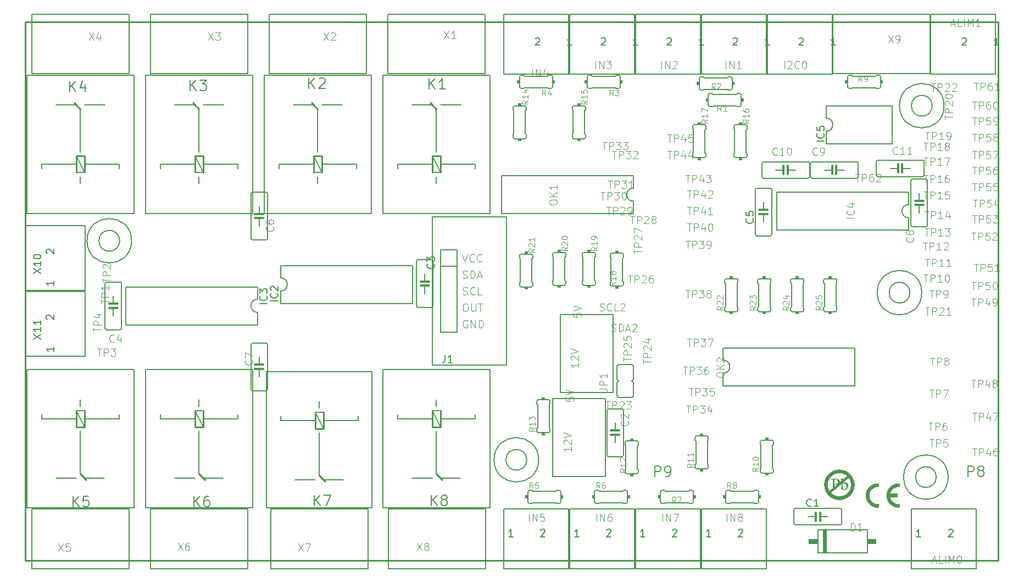
<source format=gto>
G04 #@! TF.GenerationSoftware,KiCad,Pcbnew,(6.0.9)*
G04 #@! TF.CreationDate,2022-12-31T07:10:18+09:00*
G04 #@! TF.ProjectId,osso,6f73736f-2e6b-4696-9361-645f70636258,rev?*
G04 #@! TF.SameCoordinates,Original*
G04 #@! TF.FileFunction,Legend,Top*
G04 #@! TF.FilePolarity,Positive*
%FSLAX46Y46*%
G04 Gerber Fmt 4.6, Leading zero omitted, Abs format (unit mm)*
G04 Created by KiCad (PCBNEW (6.0.9)) date 2022-12-31 07:10:18*
%MOMM*%
%LPD*%
G01*
G04 APERTURE LIST*
%ADD10C,0.254000*%
%ADD11C,0.142240*%
%ADD12C,0.099060*%
%ADD13C,0.114300*%
%ADD14C,0.127000*%
%ADD15C,0.089154*%
%ADD16C,0.160020*%
%ADD17C,0.101600*%
%ADD18C,0.152400*%
%ADD19C,0.304800*%
%ADD20C,0.203200*%
G04 APERTURE END LIST*
D10*
X73501100Y-146439850D02*
X73501100Y-63381850D01*
X73501100Y-63381850D02*
X223488100Y-63381850D01*
X223488100Y-63381850D02*
X223488100Y-146439850D01*
X223488100Y-146439850D02*
X73501100Y-146439850D01*
D11*
X170503022Y-133534956D02*
X170503022Y-131899196D01*
X171126169Y-131899196D01*
X171281956Y-131977090D01*
X171359849Y-132054983D01*
X171437742Y-132210770D01*
X171437742Y-132444450D01*
X171359849Y-132600236D01*
X171281956Y-132678130D01*
X171126169Y-132756023D01*
X170503022Y-132756023D01*
X172216676Y-133534956D02*
X172528249Y-133534956D01*
X172684036Y-133457063D01*
X172761929Y-133379170D01*
X172917716Y-133145490D01*
X172995609Y-132833916D01*
X172995609Y-132210770D01*
X172917716Y-132054983D01*
X172839822Y-131977090D01*
X172684036Y-131899196D01*
X172372462Y-131899196D01*
X172216676Y-131977090D01*
X172138782Y-132054983D01*
X172060889Y-132210770D01*
X172060889Y-132600236D01*
X172138782Y-132756023D01*
X172216676Y-132833916D01*
X172372462Y-132911810D01*
X172684036Y-132911810D01*
X172839822Y-132833916D01*
X172917716Y-132756023D01*
X172995609Y-132600236D01*
X218763022Y-133534956D02*
X218763022Y-131899196D01*
X219386169Y-131899196D01*
X219541956Y-131977090D01*
X219619849Y-132054983D01*
X219697742Y-132210770D01*
X219697742Y-132444450D01*
X219619849Y-132600236D01*
X219541956Y-132678130D01*
X219386169Y-132756023D01*
X218763022Y-132756023D01*
X220632462Y-132600236D02*
X220476676Y-132522343D01*
X220398782Y-132444450D01*
X220320889Y-132288663D01*
X220320889Y-132210770D01*
X220398782Y-132054983D01*
X220476676Y-131977090D01*
X220632462Y-131899196D01*
X220944036Y-131899196D01*
X221099822Y-131977090D01*
X221177716Y-132054983D01*
X221255609Y-132210770D01*
X221255609Y-132288663D01*
X221177716Y-132444450D01*
X221099822Y-132522343D01*
X220944036Y-132600236D01*
X220632462Y-132600236D01*
X220476676Y-132678130D01*
X220398782Y-132756023D01*
X220320889Y-132911810D01*
X220320889Y-133223383D01*
X220398782Y-133379170D01*
X220476676Y-133457063D01*
X220632462Y-133534956D01*
X220944036Y-133534956D01*
X221099822Y-133457063D01*
X221177716Y-133379170D01*
X221255609Y-133223383D01*
X221255609Y-132911810D01*
X221177716Y-132756023D01*
X221099822Y-132678130D01*
X220944036Y-132600236D01*
D12*
X157050045Y-98155738D02*
X156625502Y-98452918D01*
X157050045Y-98665189D02*
X156158505Y-98665189D01*
X156158505Y-98325555D01*
X156200960Y-98240646D01*
X156243414Y-98198192D01*
X156328322Y-98155738D01*
X156455685Y-98155738D01*
X156540594Y-98198192D01*
X156583048Y-98240646D01*
X156625502Y-98325555D01*
X156625502Y-98665189D01*
X156243414Y-97816103D02*
X156200960Y-97773649D01*
X156158505Y-97688741D01*
X156158505Y-97476469D01*
X156200960Y-97391561D01*
X156243414Y-97349106D01*
X156328322Y-97306652D01*
X156413231Y-97306652D01*
X156540594Y-97349106D01*
X157050045Y-97858558D01*
X157050045Y-97306652D01*
X156158505Y-96754746D02*
X156158505Y-96669838D01*
X156200960Y-96584929D01*
X156243414Y-96542475D01*
X156328322Y-96500021D01*
X156498140Y-96457566D01*
X156710411Y-96457566D01*
X156880228Y-96500021D01*
X156965137Y-96542475D01*
X157007591Y-96584929D01*
X157050045Y-96669838D01*
X157050045Y-96754746D01*
X157007591Y-96839655D01*
X156965137Y-96882109D01*
X156880228Y-96924563D01*
X156710411Y-96967018D01*
X156498140Y-96967018D01*
X156328322Y-96924563D01*
X156243414Y-96882109D01*
X156200960Y-96839655D01*
X156158505Y-96754746D01*
D13*
X195550005Y-83860600D02*
X195494971Y-83915633D01*
X195329871Y-83970666D01*
X195219805Y-83970666D01*
X195054705Y-83915633D01*
X194944638Y-83805566D01*
X194889605Y-83695500D01*
X194834571Y-83475366D01*
X194834571Y-83310266D01*
X194889605Y-83090133D01*
X194944638Y-82980066D01*
X195054705Y-82870000D01*
X195219805Y-82814966D01*
X195329871Y-82814966D01*
X195494971Y-82870000D01*
X195550005Y-82925033D01*
X196100338Y-83970666D02*
X196320471Y-83970666D01*
X196430538Y-83915633D01*
X196485571Y-83860600D01*
X196595638Y-83695500D01*
X196650671Y-83475366D01*
X196650671Y-83035100D01*
X196595638Y-82925033D01*
X196540605Y-82870000D01*
X196430538Y-82814966D01*
X196210405Y-82814966D01*
X196100338Y-82870000D01*
X196045305Y-82925033D01*
X195990271Y-83035100D01*
X195990271Y-83310266D01*
X196045305Y-83420333D01*
X196100338Y-83475366D01*
X196210405Y-83530400D01*
X196430538Y-83530400D01*
X196540605Y-83475366D01*
X196595638Y-83420333D01*
X196650671Y-83310266D01*
X219481461Y-83322966D02*
X220141861Y-83322966D01*
X219811661Y-84478666D02*
X219811661Y-83322966D01*
X220527095Y-84478666D02*
X220527095Y-83322966D01*
X220967361Y-83322966D01*
X221077428Y-83378000D01*
X221132461Y-83433033D01*
X221187495Y-83543100D01*
X221187495Y-83708200D01*
X221132461Y-83818266D01*
X221077428Y-83873300D01*
X220967361Y-83928333D01*
X220527095Y-83928333D01*
X222233128Y-83322966D02*
X221682795Y-83322966D01*
X221627761Y-83873300D01*
X221682795Y-83818266D01*
X221792861Y-83763233D01*
X222068028Y-83763233D01*
X222178095Y-83818266D01*
X222233128Y-83873300D01*
X222288161Y-83983366D01*
X222288161Y-84258533D01*
X222233128Y-84368600D01*
X222178095Y-84423633D01*
X222068028Y-84478666D01*
X221792861Y-84478666D01*
X221682795Y-84423633D01*
X221627761Y-84368600D01*
X222673395Y-83322966D02*
X223443861Y-83322966D01*
X222948561Y-84478666D01*
X87210961Y-112689600D02*
X87155928Y-112744633D01*
X86990828Y-112799666D01*
X86880761Y-112799666D01*
X86715661Y-112744633D01*
X86605595Y-112634566D01*
X86550561Y-112524500D01*
X86495528Y-112304366D01*
X86495528Y-112139266D01*
X86550561Y-111919133D01*
X86605595Y-111809066D01*
X86715661Y-111699000D01*
X86880761Y-111643966D01*
X86990828Y-111643966D01*
X87155928Y-111699000D01*
X87210961Y-111754033D01*
X88201561Y-112029200D02*
X88201561Y-112799666D01*
X87926395Y-111588933D02*
X87651228Y-112414433D01*
X88366661Y-112414433D01*
X219481461Y-123708966D02*
X220141861Y-123708966D01*
X219811661Y-124864666D02*
X219811661Y-123708966D01*
X220527095Y-124864666D02*
X220527095Y-123708966D01*
X220967361Y-123708966D01*
X221077428Y-123764000D01*
X221132461Y-123819033D01*
X221187495Y-123929100D01*
X221187495Y-124094200D01*
X221132461Y-124204266D01*
X221077428Y-124259300D01*
X220967361Y-124314333D01*
X220527095Y-124314333D01*
X222178095Y-124094200D02*
X222178095Y-124864666D01*
X221902928Y-123653933D02*
X221627761Y-124479433D01*
X222343195Y-124479433D01*
X222673395Y-123708966D02*
X223443861Y-123708966D01*
X222948561Y-124864666D01*
X201447461Y-86878966D02*
X202107861Y-86878966D01*
X201777661Y-88034666D02*
X201777661Y-86878966D01*
X202493095Y-88034666D02*
X202493095Y-86878966D01*
X202933361Y-86878966D01*
X203043428Y-86934000D01*
X203098461Y-86989033D01*
X203153495Y-87099100D01*
X203153495Y-87264200D01*
X203098461Y-87374266D01*
X203043428Y-87429300D01*
X202933361Y-87484333D01*
X202493095Y-87484333D01*
X204144095Y-86878966D02*
X203923961Y-86878966D01*
X203813895Y-86934000D01*
X203758861Y-86989033D01*
X203648795Y-87154133D01*
X203593761Y-87374266D01*
X203593761Y-87814533D01*
X203648795Y-87924600D01*
X203703828Y-87979633D01*
X203813895Y-88034666D01*
X204034028Y-88034666D01*
X204144095Y-87979633D01*
X204199128Y-87924600D01*
X204254161Y-87814533D01*
X204254161Y-87539366D01*
X204199128Y-87429300D01*
X204144095Y-87374266D01*
X204034028Y-87319233D01*
X203813895Y-87319233D01*
X203703828Y-87374266D01*
X203648795Y-87429300D01*
X203593761Y-87539366D01*
X204694428Y-86989033D02*
X204749461Y-86934000D01*
X204859528Y-86878966D01*
X205134695Y-86878966D01*
X205244761Y-86934000D01*
X205299795Y-86989033D01*
X205354828Y-87099100D01*
X205354828Y-87209166D01*
X205299795Y-87374266D01*
X204639395Y-88034666D01*
X205354828Y-88034666D01*
X111632850Y-95002945D02*
X111687883Y-95057978D01*
X111742916Y-95223078D01*
X111742916Y-95333145D01*
X111687883Y-95498245D01*
X111577816Y-95608311D01*
X111467750Y-95663345D01*
X111247616Y-95718378D01*
X111082516Y-95718378D01*
X110862383Y-95663345D01*
X110752316Y-95608311D01*
X110642250Y-95498245D01*
X110587216Y-95333145D01*
X110587216Y-95223078D01*
X110642250Y-95057978D01*
X110697283Y-95002945D01*
X110587216Y-94012345D02*
X110587216Y-94232478D01*
X110642250Y-94342545D01*
X110697283Y-94397578D01*
X110862383Y-94507645D01*
X111082516Y-94562678D01*
X111522783Y-94562678D01*
X111632850Y-94507645D01*
X111687883Y-94452611D01*
X111742916Y-94342545D01*
X111742916Y-94122411D01*
X111687883Y-94012345D01*
X111632850Y-93957311D01*
X111522783Y-93902278D01*
X111247616Y-93902278D01*
X111137550Y-93957311D01*
X111082516Y-94012345D01*
X111027483Y-94122411D01*
X111027483Y-94342545D01*
X111082516Y-94452611D01*
X111137550Y-94507645D01*
X111247616Y-94562678D01*
X219481461Y-78115966D02*
X220141861Y-78115966D01*
X219811661Y-79271666D02*
X219811661Y-78115966D01*
X220527095Y-79271666D02*
X220527095Y-78115966D01*
X220967361Y-78115966D01*
X221077428Y-78171000D01*
X221132461Y-78226033D01*
X221187495Y-78336100D01*
X221187495Y-78501200D01*
X221132461Y-78611266D01*
X221077428Y-78666300D01*
X220967361Y-78721333D01*
X220527095Y-78721333D01*
X222233128Y-78115966D02*
X221682795Y-78115966D01*
X221627761Y-78666300D01*
X221682795Y-78611266D01*
X221792861Y-78556233D01*
X222068028Y-78556233D01*
X222178095Y-78611266D01*
X222233128Y-78666300D01*
X222288161Y-78776366D01*
X222288161Y-79051533D01*
X222233128Y-79161600D01*
X222178095Y-79216633D01*
X222068028Y-79271666D01*
X221792861Y-79271666D01*
X221682795Y-79216633D01*
X221627761Y-79161600D01*
X222838495Y-79271666D02*
X223058628Y-79271666D01*
X223168695Y-79216633D01*
X223223728Y-79161600D01*
X223333795Y-78996500D01*
X223388828Y-78776366D01*
X223388828Y-78336100D01*
X223333795Y-78226033D01*
X223278761Y-78171000D01*
X223168695Y-78115966D01*
X222948561Y-78115966D01*
X222838495Y-78171000D01*
X222783461Y-78226033D01*
X222728428Y-78336100D01*
X222728428Y-78611266D01*
X222783461Y-78721333D01*
X222838495Y-78776366D01*
X222948561Y-78831400D01*
X223168695Y-78831400D01*
X223278761Y-78776366D01*
X223333795Y-78721333D01*
X223388828Y-78611266D01*
X219481461Y-80655966D02*
X220141861Y-80655966D01*
X219811661Y-81811666D02*
X219811661Y-80655966D01*
X220527095Y-81811666D02*
X220527095Y-80655966D01*
X220967361Y-80655966D01*
X221077428Y-80711000D01*
X221132461Y-80766033D01*
X221187495Y-80876100D01*
X221187495Y-81041200D01*
X221132461Y-81151266D01*
X221077428Y-81206300D01*
X220967361Y-81261333D01*
X220527095Y-81261333D01*
X222233128Y-80655966D02*
X221682795Y-80655966D01*
X221627761Y-81206300D01*
X221682795Y-81151266D01*
X221792861Y-81096233D01*
X222068028Y-81096233D01*
X222178095Y-81151266D01*
X222233128Y-81206300D01*
X222288161Y-81316366D01*
X222288161Y-81591533D01*
X222233128Y-81701600D01*
X222178095Y-81756633D01*
X222068028Y-81811666D01*
X221792861Y-81811666D01*
X221682795Y-81756633D01*
X221627761Y-81701600D01*
X222948561Y-81151266D02*
X222838495Y-81096233D01*
X222783461Y-81041200D01*
X222728428Y-80931133D01*
X222728428Y-80876100D01*
X222783461Y-80766033D01*
X222838495Y-80711000D01*
X222948561Y-80655966D01*
X223168695Y-80655966D01*
X223278761Y-80711000D01*
X223333795Y-80766033D01*
X223388828Y-80876100D01*
X223388828Y-80931133D01*
X223333795Y-81041200D01*
X223278761Y-81096233D01*
X223168695Y-81151266D01*
X222948561Y-81151266D01*
X222838495Y-81206300D01*
X222783461Y-81261333D01*
X222728428Y-81371400D01*
X222728428Y-81591533D01*
X222783461Y-81701600D01*
X222838495Y-81756633D01*
X222948561Y-81811666D01*
X223168695Y-81811666D01*
X223278761Y-81756633D01*
X223333795Y-81701600D01*
X223388828Y-81591533D01*
X223388828Y-81371400D01*
X223333795Y-81261333D01*
X223278761Y-81206300D01*
X223168695Y-81151266D01*
X211988461Y-84338966D02*
X212648861Y-84338966D01*
X212318661Y-85494666D02*
X212318661Y-84338966D01*
X213034095Y-85494666D02*
X213034095Y-84338966D01*
X213474361Y-84338966D01*
X213584428Y-84394000D01*
X213639461Y-84449033D01*
X213694495Y-84559100D01*
X213694495Y-84724200D01*
X213639461Y-84834266D01*
X213584428Y-84889300D01*
X213474361Y-84944333D01*
X213034095Y-84944333D01*
X214795161Y-85494666D02*
X214134761Y-85494666D01*
X214464961Y-85494666D02*
X214464961Y-84338966D01*
X214354895Y-84504066D01*
X214244828Y-84614133D01*
X214134761Y-84669166D01*
X215180395Y-84338966D02*
X215950861Y-84338966D01*
X215455561Y-85494666D01*
X168753216Y-116156488D02*
X168753216Y-115496088D01*
X169908916Y-115826288D02*
X168753216Y-115826288D01*
X169908916Y-115110855D02*
X168753216Y-115110855D01*
X168753216Y-114670588D01*
X168808250Y-114560521D01*
X168863283Y-114505488D01*
X168973350Y-114450455D01*
X169138450Y-114450455D01*
X169248516Y-114505488D01*
X169303550Y-114560521D01*
X169358583Y-114670588D01*
X169358583Y-115110855D01*
X168863283Y-114010188D02*
X168808250Y-113955155D01*
X168753216Y-113845088D01*
X168753216Y-113569921D01*
X168808250Y-113459855D01*
X168863283Y-113404821D01*
X168973350Y-113349788D01*
X169083416Y-113349788D01*
X169248516Y-113404821D01*
X169908916Y-114065221D01*
X169908916Y-113349788D01*
X169138450Y-112359188D02*
X169908916Y-112359188D01*
X168698183Y-112634355D02*
X169523683Y-112909521D01*
X169523683Y-112194088D01*
D12*
X151970045Y-98409738D02*
X151545502Y-98706918D01*
X151970045Y-98919189D02*
X151078505Y-98919189D01*
X151078505Y-98579555D01*
X151120960Y-98494646D01*
X151163414Y-98452192D01*
X151248322Y-98409738D01*
X151375685Y-98409738D01*
X151460594Y-98452192D01*
X151503048Y-98494646D01*
X151545502Y-98579555D01*
X151545502Y-98919189D01*
X151163414Y-98070103D02*
X151120960Y-98027649D01*
X151078505Y-97942741D01*
X151078505Y-97730469D01*
X151120960Y-97645561D01*
X151163414Y-97603106D01*
X151248322Y-97560652D01*
X151333231Y-97560652D01*
X151460594Y-97603106D01*
X151970045Y-98112558D01*
X151970045Y-97560652D01*
X151970045Y-96711566D02*
X151970045Y-97221018D01*
X151970045Y-96966292D02*
X151078505Y-96966292D01*
X151205868Y-97051201D01*
X151290777Y-97136109D01*
X151333231Y-97221018D01*
D13*
X212115461Y-92593966D02*
X212775861Y-92593966D01*
X212445661Y-93749666D02*
X212445661Y-92593966D01*
X213161095Y-93749666D02*
X213161095Y-92593966D01*
X213601361Y-92593966D01*
X213711428Y-92649000D01*
X213766461Y-92704033D01*
X213821495Y-92814100D01*
X213821495Y-92979200D01*
X213766461Y-93089266D01*
X213711428Y-93144300D01*
X213601361Y-93199333D01*
X213161095Y-93199333D01*
X214922161Y-93749666D02*
X214261761Y-93749666D01*
X214591961Y-93749666D02*
X214591961Y-92593966D01*
X214481895Y-92759066D01*
X214371828Y-92869133D01*
X214261761Y-92924166D01*
X215912761Y-92979200D02*
X215912761Y-93749666D01*
X215637595Y-92538933D02*
X215362428Y-93364433D01*
X216077861Y-93364433D01*
X85187216Y-106885488D02*
X85187216Y-106225088D01*
X86342916Y-106555288D02*
X85187216Y-106555288D01*
X86342916Y-105839855D02*
X85187216Y-105839855D01*
X85187216Y-105399588D01*
X85242250Y-105289521D01*
X85297283Y-105234488D01*
X85407350Y-105179455D01*
X85572450Y-105179455D01*
X85682516Y-105234488D01*
X85737550Y-105289521D01*
X85792583Y-105399588D01*
X85792583Y-105839855D01*
X86342916Y-104078788D02*
X86342916Y-104739188D01*
X86342916Y-104408988D02*
X85187216Y-104408988D01*
X85352316Y-104519055D01*
X85462383Y-104629121D01*
X85517416Y-104739188D01*
X163093461Y-91958966D02*
X163753861Y-91958966D01*
X163423661Y-93114666D02*
X163423661Y-91958966D01*
X164139095Y-93114666D02*
X164139095Y-91958966D01*
X164579361Y-91958966D01*
X164689428Y-92014000D01*
X164744461Y-92069033D01*
X164799495Y-92179100D01*
X164799495Y-92344200D01*
X164744461Y-92454266D01*
X164689428Y-92509300D01*
X164579361Y-92564333D01*
X164139095Y-92564333D01*
X165239761Y-92069033D02*
X165294795Y-92014000D01*
X165404861Y-91958966D01*
X165680028Y-91958966D01*
X165790095Y-92014000D01*
X165845128Y-92069033D01*
X165900161Y-92179100D01*
X165900161Y-92289166D01*
X165845128Y-92454266D01*
X165184728Y-93114666D01*
X165900161Y-93114666D01*
X166450495Y-93114666D02*
X166670628Y-93114666D01*
X166780695Y-93059633D01*
X166835728Y-93004600D01*
X166945795Y-92839500D01*
X167000828Y-92619366D01*
X167000828Y-92179100D01*
X166945795Y-92069033D01*
X166890761Y-92014000D01*
X166780695Y-91958966D01*
X166560561Y-91958966D01*
X166450495Y-92014000D01*
X166395461Y-92069033D01*
X166340428Y-92179100D01*
X166340428Y-92454266D01*
X166395461Y-92564333D01*
X166450495Y-92619366D01*
X166560561Y-92674400D01*
X166780695Y-92674400D01*
X166890761Y-92619366D01*
X166945795Y-92564333D01*
X167000828Y-92454266D01*
X219354461Y-95895966D02*
X220014861Y-95895966D01*
X219684661Y-97051666D02*
X219684661Y-95895966D01*
X220400095Y-97051666D02*
X220400095Y-95895966D01*
X220840361Y-95895966D01*
X220950428Y-95951000D01*
X221005461Y-96006033D01*
X221060495Y-96116100D01*
X221060495Y-96281200D01*
X221005461Y-96391266D01*
X220950428Y-96446300D01*
X220840361Y-96501333D01*
X220400095Y-96501333D01*
X222106128Y-95895966D02*
X221555795Y-95895966D01*
X221500761Y-96446300D01*
X221555795Y-96391266D01*
X221665861Y-96336233D01*
X221941028Y-96336233D01*
X222051095Y-96391266D01*
X222106128Y-96446300D01*
X222161161Y-96556366D01*
X222161161Y-96831533D01*
X222106128Y-96941600D01*
X222051095Y-96996633D01*
X221941028Y-97051666D01*
X221665861Y-97051666D01*
X221555795Y-96996633D01*
X221500761Y-96941600D01*
X222601428Y-96006033D02*
X222656461Y-95951000D01*
X222766528Y-95895966D01*
X223041695Y-95895966D01*
X223151761Y-95951000D01*
X223206795Y-96006033D01*
X223261828Y-96116100D01*
X223261828Y-96226166D01*
X223206795Y-96391266D01*
X222546395Y-97051666D01*
X223261828Y-97051666D01*
X172491461Y-80782966D02*
X173151861Y-80782966D01*
X172821661Y-81938666D02*
X172821661Y-80782966D01*
X173537095Y-81938666D02*
X173537095Y-80782966D01*
X173977361Y-80782966D01*
X174087428Y-80838000D01*
X174142461Y-80893033D01*
X174197495Y-81003100D01*
X174197495Y-81168200D01*
X174142461Y-81278266D01*
X174087428Y-81333300D01*
X173977361Y-81388333D01*
X173537095Y-81388333D01*
X175188095Y-81168200D02*
X175188095Y-81938666D01*
X174912928Y-80727933D02*
X174637761Y-81553433D01*
X175353195Y-81553433D01*
X176343795Y-80782966D02*
X175793461Y-80782966D01*
X175738428Y-81333300D01*
X175793461Y-81278266D01*
X175903528Y-81223233D01*
X176178695Y-81223233D01*
X176288761Y-81278266D01*
X176343795Y-81333300D01*
X176398828Y-81443366D01*
X176398828Y-81718533D01*
X176343795Y-81828600D01*
X176288761Y-81883633D01*
X176178695Y-81938666D01*
X175903528Y-81938666D01*
X175793461Y-81883633D01*
X175738428Y-81828600D01*
X151665361Y-71829466D02*
X151665361Y-70673766D01*
X152215695Y-71829466D02*
X152215695Y-70673766D01*
X152876095Y-71829466D01*
X152876095Y-70673766D01*
X153921728Y-71059000D02*
X153921728Y-71829466D01*
X153646561Y-70618733D02*
X153371395Y-71444233D01*
X154086828Y-71444233D01*
D14*
X157726507Y-67010421D02*
X157073364Y-67010421D01*
X157399935Y-67010421D02*
X157399935Y-65867421D01*
X157291078Y-66030707D01*
X157182221Y-66139564D01*
X157073364Y-66193992D01*
X152120364Y-65976278D02*
X152174792Y-65921850D01*
X152283650Y-65867421D01*
X152555792Y-65867421D01*
X152664650Y-65921850D01*
X152719078Y-65976278D01*
X152773507Y-66085135D01*
X152773507Y-66193992D01*
X152719078Y-66357278D01*
X152065935Y-67010421D01*
X152773507Y-67010421D01*
D13*
X175539461Y-91958966D02*
X176199861Y-91958966D01*
X175869661Y-93114666D02*
X175869661Y-91958966D01*
X176585095Y-93114666D02*
X176585095Y-91958966D01*
X177025361Y-91958966D01*
X177135428Y-92014000D01*
X177190461Y-92069033D01*
X177245495Y-92179100D01*
X177245495Y-92344200D01*
X177190461Y-92454266D01*
X177135428Y-92509300D01*
X177025361Y-92564333D01*
X176585095Y-92564333D01*
X178236095Y-92344200D02*
X178236095Y-93114666D01*
X177960928Y-91903933D02*
X177685761Y-92729433D01*
X178401195Y-92729433D01*
X179446828Y-93114666D02*
X178786428Y-93114666D01*
X179116628Y-93114666D02*
X179116628Y-91958966D01*
X179006561Y-92124066D01*
X178896495Y-92234133D01*
X178786428Y-92289166D01*
X172491461Y-83322966D02*
X173151861Y-83322966D01*
X172821661Y-84478666D02*
X172821661Y-83322966D01*
X173537095Y-84478666D02*
X173537095Y-83322966D01*
X173977361Y-83322966D01*
X174087428Y-83378000D01*
X174142461Y-83433033D01*
X174197495Y-83543100D01*
X174197495Y-83708200D01*
X174142461Y-83818266D01*
X174087428Y-83873300D01*
X173977361Y-83928333D01*
X173537095Y-83928333D01*
X175188095Y-83708200D02*
X175188095Y-84478666D01*
X174912928Y-83267933D02*
X174637761Y-84093433D01*
X175353195Y-84093433D01*
X176288761Y-83708200D02*
X176288761Y-84478666D01*
X176013595Y-83267933D02*
X175738428Y-84093433D01*
X176453861Y-84093433D01*
D14*
X185605814Y-93743014D02*
X185660242Y-93797442D01*
X185714671Y-93960728D01*
X185714671Y-94069585D01*
X185660242Y-94232871D01*
X185551385Y-94341728D01*
X185442528Y-94396157D01*
X185224814Y-94450585D01*
X185061528Y-94450585D01*
X184843814Y-94396157D01*
X184734957Y-94341728D01*
X184626100Y-94232871D01*
X184571671Y-94069585D01*
X184571671Y-93960728D01*
X184626100Y-93797442D01*
X184680528Y-93743014D01*
X184571671Y-92708871D02*
X184571671Y-93253157D01*
X185115957Y-93307585D01*
X185061528Y-93253157D01*
X185007100Y-93144300D01*
X185007100Y-92872157D01*
X185061528Y-92763300D01*
X185115957Y-92708871D01*
X185224814Y-92654442D01*
X185496957Y-92654442D01*
X185605814Y-92708871D01*
X185660242Y-92763300D01*
X185714671Y-92872157D01*
X185714671Y-93144300D01*
X185660242Y-93253157D01*
X185605814Y-93307585D01*
D13*
X162966461Y-121930966D02*
X163626861Y-121930966D01*
X163296661Y-123086666D02*
X163296661Y-121930966D01*
X164012095Y-123086666D02*
X164012095Y-121930966D01*
X164452361Y-121930966D01*
X164562428Y-121986000D01*
X164617461Y-122041033D01*
X164672495Y-122151100D01*
X164672495Y-122316200D01*
X164617461Y-122426266D01*
X164562428Y-122481300D01*
X164452361Y-122536333D01*
X164012095Y-122536333D01*
X165112761Y-122041033D02*
X165167795Y-121986000D01*
X165277861Y-121930966D01*
X165553028Y-121930966D01*
X165663095Y-121986000D01*
X165718128Y-122041033D01*
X165773161Y-122151100D01*
X165773161Y-122261166D01*
X165718128Y-122426266D01*
X165057728Y-123086666D01*
X165773161Y-123086666D01*
X166158395Y-121930966D02*
X166873828Y-121930966D01*
X166488595Y-122371233D01*
X166653695Y-122371233D01*
X166763761Y-122426266D01*
X166818795Y-122481300D01*
X166873828Y-122591366D01*
X166873828Y-122866533D01*
X166818795Y-122976600D01*
X166763761Y-123031633D01*
X166653695Y-123086666D01*
X166323495Y-123086666D01*
X166213428Y-123031633D01*
X166158395Y-122976600D01*
X212877461Y-127772966D02*
X213537861Y-127772966D01*
X213207661Y-128928666D02*
X213207661Y-127772966D01*
X213923095Y-128928666D02*
X213923095Y-127772966D01*
X214363361Y-127772966D01*
X214473428Y-127828000D01*
X214528461Y-127883033D01*
X214583495Y-127993100D01*
X214583495Y-128158200D01*
X214528461Y-128268266D01*
X214473428Y-128323300D01*
X214363361Y-128378333D01*
X213923095Y-128378333D01*
X215629128Y-127772966D02*
X215078795Y-127772966D01*
X215023761Y-128323300D01*
X215078795Y-128268266D01*
X215188861Y-128213233D01*
X215464028Y-128213233D01*
X215574095Y-128268266D01*
X215629128Y-128323300D01*
X215684161Y-128433366D01*
X215684161Y-128708533D01*
X215629128Y-128818600D01*
X215574095Y-128873633D01*
X215464028Y-128928666D01*
X215188861Y-128928666D01*
X215078795Y-128873633D01*
X215023761Y-128818600D01*
X211988461Y-89545966D02*
X212648861Y-89545966D01*
X212318661Y-90701666D02*
X212318661Y-89545966D01*
X213034095Y-90701666D02*
X213034095Y-89545966D01*
X213474361Y-89545966D01*
X213584428Y-89601000D01*
X213639461Y-89656033D01*
X213694495Y-89766100D01*
X213694495Y-89931200D01*
X213639461Y-90041266D01*
X213584428Y-90096300D01*
X213474361Y-90151333D01*
X213034095Y-90151333D01*
X214795161Y-90701666D02*
X214134761Y-90701666D01*
X214464961Y-90701666D02*
X214464961Y-89545966D01*
X214354895Y-89711066D01*
X214244828Y-89821133D01*
X214134761Y-89876166D01*
X215840795Y-89545966D02*
X215290461Y-89545966D01*
X215235428Y-90096300D01*
X215290461Y-90041266D01*
X215400528Y-89986233D01*
X215675695Y-89986233D01*
X215785761Y-90041266D01*
X215840795Y-90096300D01*
X215895828Y-90206366D01*
X215895828Y-90481533D01*
X215840795Y-90591600D01*
X215785761Y-90646633D01*
X215675695Y-90701666D01*
X215400528Y-90701666D01*
X215290461Y-90646633D01*
X215235428Y-90591600D01*
X211861461Y-97419966D02*
X212521861Y-97419966D01*
X212191661Y-98575666D02*
X212191661Y-97419966D01*
X212907095Y-98575666D02*
X212907095Y-97419966D01*
X213347361Y-97419966D01*
X213457428Y-97475000D01*
X213512461Y-97530033D01*
X213567495Y-97640100D01*
X213567495Y-97805200D01*
X213512461Y-97915266D01*
X213457428Y-97970300D01*
X213347361Y-98025333D01*
X212907095Y-98025333D01*
X214668161Y-98575666D02*
X214007761Y-98575666D01*
X214337961Y-98575666D02*
X214337961Y-97419966D01*
X214227895Y-97585066D01*
X214117828Y-97695133D01*
X214007761Y-97750166D01*
X215108428Y-97530033D02*
X215163461Y-97475000D01*
X215273528Y-97419966D01*
X215548695Y-97419966D01*
X215658761Y-97475000D01*
X215713795Y-97530033D01*
X215768828Y-97640100D01*
X215768828Y-97750166D01*
X215713795Y-97915266D01*
X215053395Y-98575666D01*
X215768828Y-98575666D01*
X161427438Y-70584866D02*
X161427438Y-69429166D01*
X161977771Y-70584866D02*
X161977771Y-69429166D01*
X162638171Y-70584866D01*
X162638171Y-69429166D01*
X163078438Y-69429166D02*
X163793871Y-69429166D01*
X163408638Y-69869433D01*
X163573738Y-69869433D01*
X163683805Y-69924466D01*
X163738838Y-69979500D01*
X163793871Y-70089566D01*
X163793871Y-70364733D01*
X163738838Y-70474800D01*
X163683805Y-70529833D01*
X163573738Y-70584866D01*
X163243538Y-70584866D01*
X163133471Y-70529833D01*
X163078438Y-70474800D01*
D14*
X167886507Y-67010421D02*
X167233364Y-67010421D01*
X167559935Y-67010421D02*
X167559935Y-65867421D01*
X167451078Y-66030707D01*
X167342221Y-66139564D01*
X167233364Y-66193992D01*
X162280364Y-65976278D02*
X162334792Y-65921850D01*
X162443650Y-65867421D01*
X162715792Y-65867421D01*
X162824650Y-65921850D01*
X162879078Y-65976278D01*
X162933507Y-66085135D01*
X162933507Y-66193992D01*
X162879078Y-66357278D01*
X162225935Y-67010421D01*
X162933507Y-67010421D01*
D13*
X219481461Y-129169966D02*
X220141861Y-129169966D01*
X219811661Y-130325666D02*
X219811661Y-129169966D01*
X220527095Y-130325666D02*
X220527095Y-129169966D01*
X220967361Y-129169966D01*
X221077428Y-129225000D01*
X221132461Y-129280033D01*
X221187495Y-129390100D01*
X221187495Y-129555200D01*
X221132461Y-129665266D01*
X221077428Y-129720300D01*
X220967361Y-129775333D01*
X220527095Y-129775333D01*
X222178095Y-129555200D02*
X222178095Y-130325666D01*
X221902928Y-129114933D02*
X221627761Y-129940433D01*
X222343195Y-129940433D01*
X223278761Y-129169966D02*
X223058628Y-129169966D01*
X222948561Y-129225000D01*
X222893528Y-129280033D01*
X222783461Y-129445133D01*
X222728428Y-129665266D01*
X222728428Y-130105533D01*
X222783461Y-130215600D01*
X222838495Y-130270633D01*
X222948561Y-130325666D01*
X223168695Y-130325666D01*
X223278761Y-130270633D01*
X223333795Y-130215600D01*
X223388828Y-130105533D01*
X223388828Y-129830366D01*
X223333795Y-129720300D01*
X223278761Y-129665266D01*
X223168695Y-129610233D01*
X222948561Y-129610233D01*
X222838495Y-129665266D01*
X222783461Y-129720300D01*
X222728428Y-129830366D01*
X210311850Y-96653945D02*
X210366883Y-96708978D01*
X210421916Y-96874078D01*
X210421916Y-96984145D01*
X210366883Y-97149245D01*
X210256816Y-97259311D01*
X210146750Y-97314345D01*
X209926616Y-97369378D01*
X209761516Y-97369378D01*
X209541383Y-97314345D01*
X209431316Y-97259311D01*
X209321250Y-97149245D01*
X209266216Y-96984145D01*
X209266216Y-96874078D01*
X209321250Y-96708978D01*
X209376283Y-96653945D01*
X209761516Y-95993545D02*
X209706483Y-96103611D01*
X209651450Y-96158645D01*
X209541383Y-96213678D01*
X209486350Y-96213678D01*
X209376283Y-96158645D01*
X209321250Y-96103611D01*
X209266216Y-95993545D01*
X209266216Y-95773411D01*
X209321250Y-95663345D01*
X209376283Y-95608311D01*
X209486350Y-95553278D01*
X209541383Y-95553278D01*
X209651450Y-95608311D01*
X209706483Y-95663345D01*
X209761516Y-95773411D01*
X209761516Y-95993545D01*
X209816550Y-96103611D01*
X209871583Y-96158645D01*
X209981650Y-96213678D01*
X210201783Y-96213678D01*
X210311850Y-96158645D01*
X210366883Y-96103611D01*
X210421916Y-95993545D01*
X210421916Y-95773411D01*
X210366883Y-95663345D01*
X210311850Y-95608311D01*
X210201783Y-95553278D01*
X209981650Y-95553278D01*
X209871583Y-95608311D01*
X209816550Y-95663345D01*
X209761516Y-95773411D01*
X78595695Y-143871166D02*
X79366161Y-145026866D01*
X79366161Y-143871166D02*
X78595695Y-145026866D01*
X80356761Y-143871166D02*
X79806428Y-143871166D01*
X79751395Y-144421500D01*
X79806428Y-144366466D01*
X79916495Y-144311433D01*
X80191661Y-144311433D01*
X80301728Y-144366466D01*
X80356761Y-144421500D01*
X80411795Y-144531566D01*
X80411795Y-144806733D01*
X80356761Y-144916800D01*
X80301728Y-144971833D01*
X80191661Y-145026866D01*
X79916495Y-145026866D01*
X79806428Y-144971833D01*
X79751395Y-144916800D01*
X171587438Y-70584866D02*
X171587438Y-69429166D01*
X172137771Y-70584866D02*
X172137771Y-69429166D01*
X172798171Y-70584866D01*
X172798171Y-69429166D01*
X173293471Y-69539233D02*
X173348505Y-69484200D01*
X173458571Y-69429166D01*
X173733738Y-69429166D01*
X173843805Y-69484200D01*
X173898838Y-69539233D01*
X173953871Y-69649300D01*
X173953871Y-69759366D01*
X173898838Y-69924466D01*
X173238438Y-70584866D01*
X173953871Y-70584866D01*
D14*
X172440364Y-65976278D02*
X172494792Y-65921850D01*
X172603650Y-65867421D01*
X172875792Y-65867421D01*
X172984650Y-65921850D01*
X173039078Y-65976278D01*
X173093507Y-66085135D01*
X173093507Y-66193992D01*
X173039078Y-66357278D01*
X172385935Y-67010421D01*
X173093507Y-67010421D01*
X178046507Y-67010421D02*
X177393364Y-67010421D01*
X177719935Y-67010421D02*
X177719935Y-65867421D01*
X177611078Y-66030707D01*
X177502221Y-66139564D01*
X177393364Y-66193992D01*
D15*
X179825792Y-73797247D02*
X179525310Y-73367987D01*
X179310680Y-73797247D02*
X179310680Y-72895801D01*
X179654088Y-72895801D01*
X179739940Y-72938727D01*
X179782866Y-72981653D01*
X179825792Y-73067505D01*
X179825792Y-73196283D01*
X179782866Y-73282135D01*
X179739940Y-73325061D01*
X179654088Y-73367987D01*
X179310680Y-73367987D01*
X180169200Y-72981653D02*
X180212126Y-72938727D01*
X180297978Y-72895801D01*
X180512608Y-72895801D01*
X180598460Y-72938727D01*
X180641386Y-72981653D01*
X180684312Y-73067505D01*
X180684312Y-73153357D01*
X180641386Y-73282135D01*
X180126274Y-73797247D01*
X180684312Y-73797247D01*
D13*
X175793461Y-119898966D02*
X176453861Y-119898966D01*
X176123661Y-121054666D02*
X176123661Y-119898966D01*
X176839095Y-121054666D02*
X176839095Y-119898966D01*
X177279361Y-119898966D01*
X177389428Y-119954000D01*
X177444461Y-120009033D01*
X177499495Y-120119100D01*
X177499495Y-120284200D01*
X177444461Y-120394266D01*
X177389428Y-120449300D01*
X177279361Y-120504333D01*
X176839095Y-120504333D01*
X177884728Y-119898966D02*
X178600161Y-119898966D01*
X178214928Y-120339233D01*
X178380028Y-120339233D01*
X178490095Y-120394266D01*
X178545128Y-120449300D01*
X178600161Y-120559366D01*
X178600161Y-120834533D01*
X178545128Y-120944600D01*
X178490095Y-120999633D01*
X178380028Y-121054666D01*
X178049828Y-121054666D01*
X177939761Y-120999633D01*
X177884728Y-120944600D01*
X179645795Y-119898966D02*
X179095461Y-119898966D01*
X179040428Y-120449300D01*
X179095461Y-120394266D01*
X179205528Y-120339233D01*
X179480695Y-120339233D01*
X179590761Y-120394266D01*
X179645795Y-120449300D01*
X179700828Y-120559366D01*
X179700828Y-120834533D01*
X179645795Y-120944600D01*
X179590761Y-120999633D01*
X179480695Y-121054666D01*
X179205528Y-121054666D01*
X179095461Y-120999633D01*
X179040428Y-120944600D01*
X154275216Y-91319945D02*
X154275216Y-91099811D01*
X154330250Y-90989745D01*
X154440316Y-90879678D01*
X154660450Y-90824645D01*
X155045683Y-90824645D01*
X155265816Y-90879678D01*
X155375883Y-90989745D01*
X155430916Y-91099811D01*
X155430916Y-91319945D01*
X155375883Y-91430011D01*
X155265816Y-91540078D01*
X155045683Y-91595111D01*
X154660450Y-91595111D01*
X154440316Y-91540078D01*
X154330250Y-91430011D01*
X154275216Y-91319945D01*
X155430916Y-90329345D02*
X154275216Y-90329345D01*
X155430916Y-89668945D02*
X154770516Y-90164245D01*
X154275216Y-89668945D02*
X154935616Y-90329345D01*
X155430916Y-88568278D02*
X155430916Y-89228678D01*
X155430916Y-88898478D02*
X154275216Y-88898478D01*
X154440316Y-89008545D01*
X154550383Y-89118611D01*
X154605416Y-89228678D01*
X212242461Y-80401966D02*
X212902861Y-80401966D01*
X212572661Y-81557666D02*
X212572661Y-80401966D01*
X213288095Y-81557666D02*
X213288095Y-80401966D01*
X213728361Y-80401966D01*
X213838428Y-80457000D01*
X213893461Y-80512033D01*
X213948495Y-80622100D01*
X213948495Y-80787200D01*
X213893461Y-80897266D01*
X213838428Y-80952300D01*
X213728361Y-81007333D01*
X213288095Y-81007333D01*
X215049161Y-81557666D02*
X214388761Y-81557666D01*
X214718961Y-81557666D02*
X214718961Y-80401966D01*
X214608895Y-80567066D01*
X214498828Y-80677133D01*
X214388761Y-80732166D01*
X215599495Y-81557666D02*
X215819628Y-81557666D01*
X215929695Y-81502633D01*
X215984728Y-81447600D01*
X216094795Y-81282500D01*
X216149828Y-81062366D01*
X216149828Y-80622100D01*
X216094795Y-80512033D01*
X216039761Y-80457000D01*
X215929695Y-80401966D01*
X215709561Y-80401966D01*
X215599495Y-80457000D01*
X215544461Y-80512033D01*
X215489428Y-80622100D01*
X215489428Y-80897266D01*
X215544461Y-81007333D01*
X215599495Y-81062366D01*
X215709561Y-81117400D01*
X215929695Y-81117400D01*
X216039761Y-81062366D01*
X216094795Y-81007333D01*
X216149828Y-80897266D01*
D12*
X186463245Y-132191738D02*
X186038702Y-132488918D01*
X186463245Y-132701189D02*
X185571705Y-132701189D01*
X185571705Y-132361555D01*
X185614160Y-132276646D01*
X185656614Y-132234192D01*
X185741522Y-132191738D01*
X185868885Y-132191738D01*
X185953794Y-132234192D01*
X185996248Y-132276646D01*
X186038702Y-132361555D01*
X186038702Y-132701189D01*
X186463245Y-131342652D02*
X186463245Y-131852103D01*
X186463245Y-131597378D02*
X185571705Y-131597378D01*
X185699068Y-131682286D01*
X185783977Y-131767195D01*
X185826431Y-131852103D01*
X185571705Y-130790746D02*
X185571705Y-130705838D01*
X185614160Y-130620929D01*
X185656614Y-130578475D01*
X185741522Y-130536021D01*
X185911340Y-130493566D01*
X186123611Y-130493566D01*
X186293428Y-130536021D01*
X186378337Y-130578475D01*
X186420791Y-130620929D01*
X186463245Y-130705838D01*
X186463245Y-130790746D01*
X186420791Y-130875655D01*
X186378337Y-130918109D01*
X186293428Y-130960563D01*
X186123611Y-131003018D01*
X185911340Y-131003018D01*
X185741522Y-130960563D01*
X185656614Y-130918109D01*
X185614160Y-130875655D01*
X185571705Y-130790746D01*
D13*
X165705216Y-115775488D02*
X165705216Y-115115088D01*
X166860916Y-115445288D02*
X165705216Y-115445288D01*
X166860916Y-114729855D02*
X165705216Y-114729855D01*
X165705216Y-114289588D01*
X165760250Y-114179521D01*
X165815283Y-114124488D01*
X165925350Y-114069455D01*
X166090450Y-114069455D01*
X166200516Y-114124488D01*
X166255550Y-114179521D01*
X166310583Y-114289588D01*
X166310583Y-114729855D01*
X165815283Y-113629188D02*
X165760250Y-113574155D01*
X165705216Y-113464088D01*
X165705216Y-113188921D01*
X165760250Y-113078855D01*
X165815283Y-113023821D01*
X165925350Y-112968788D01*
X166035416Y-112968788D01*
X166200516Y-113023821D01*
X166860916Y-113684221D01*
X166860916Y-112968788D01*
X165705216Y-111923155D02*
X165705216Y-112473488D01*
X166255550Y-112528521D01*
X166200516Y-112473488D01*
X166145483Y-112363421D01*
X166145483Y-112088255D01*
X166200516Y-111978188D01*
X166255550Y-111923155D01*
X166365616Y-111868121D01*
X166640783Y-111868121D01*
X166750850Y-111923155D01*
X166805883Y-111978188D01*
X166860916Y-112088255D01*
X166860916Y-112363421D01*
X166805883Y-112473488D01*
X166750850Y-112528521D01*
X181493438Y-70584866D02*
X181493438Y-69429166D01*
X182043771Y-70584866D02*
X182043771Y-69429166D01*
X182704171Y-70584866D01*
X182704171Y-69429166D01*
X183859871Y-70584866D02*
X183199471Y-70584866D01*
X183529671Y-70584866D02*
X183529671Y-69429166D01*
X183419605Y-69594266D01*
X183309538Y-69704333D01*
X183199471Y-69759366D01*
D14*
X182600364Y-65976278D02*
X182654792Y-65921850D01*
X182763650Y-65867421D01*
X183035792Y-65867421D01*
X183144650Y-65921850D01*
X183199078Y-65976278D01*
X183253507Y-66085135D01*
X183253507Y-66193992D01*
X183199078Y-66357278D01*
X182545935Y-67010421D01*
X183253507Y-67010421D01*
X188206507Y-67010421D02*
X187553364Y-67010421D01*
X187879935Y-67010421D02*
X187879935Y-65867421D01*
X187771078Y-66030707D01*
X187662221Y-66139564D01*
X187553364Y-66193992D01*
D13*
X175285461Y-104785966D02*
X175945861Y-104785966D01*
X175615661Y-105941666D02*
X175615661Y-104785966D01*
X176331095Y-105941666D02*
X176331095Y-104785966D01*
X176771361Y-104785966D01*
X176881428Y-104841000D01*
X176936461Y-104896033D01*
X176991495Y-105006100D01*
X176991495Y-105171200D01*
X176936461Y-105281266D01*
X176881428Y-105336300D01*
X176771361Y-105391333D01*
X176331095Y-105391333D01*
X177376728Y-104785966D02*
X178092161Y-104785966D01*
X177706928Y-105226233D01*
X177872028Y-105226233D01*
X177982095Y-105281266D01*
X178037128Y-105336300D01*
X178092161Y-105446366D01*
X178092161Y-105721533D01*
X178037128Y-105831600D01*
X177982095Y-105886633D01*
X177872028Y-105941666D01*
X177541828Y-105941666D01*
X177431761Y-105886633D01*
X177376728Y-105831600D01*
X178752561Y-105281266D02*
X178642495Y-105226233D01*
X178587461Y-105171200D01*
X178532428Y-105061133D01*
X178532428Y-105006100D01*
X178587461Y-104896033D01*
X178642495Y-104841000D01*
X178752561Y-104785966D01*
X178972695Y-104785966D01*
X179082761Y-104841000D01*
X179137795Y-104896033D01*
X179192828Y-105006100D01*
X179192828Y-105061133D01*
X179137795Y-105171200D01*
X179082761Y-105226233D01*
X178972695Y-105281266D01*
X178752561Y-105281266D01*
X178642495Y-105336300D01*
X178587461Y-105391333D01*
X178532428Y-105501400D01*
X178532428Y-105721533D01*
X178587461Y-105831600D01*
X178642495Y-105886633D01*
X178752561Y-105941666D01*
X178972695Y-105941666D01*
X179082761Y-105886633D01*
X179137795Y-105831600D01*
X179192828Y-105721533D01*
X179192828Y-105501400D01*
X179137795Y-105391333D01*
X179082761Y-105336300D01*
X178972695Y-105281266D01*
D12*
X178640045Y-78470738D02*
X178215502Y-78767918D01*
X178640045Y-78980189D02*
X177748505Y-78980189D01*
X177748505Y-78640555D01*
X177790960Y-78555646D01*
X177833414Y-78513192D01*
X177918322Y-78470738D01*
X178045685Y-78470738D01*
X178130594Y-78513192D01*
X178173048Y-78555646D01*
X178215502Y-78640555D01*
X178215502Y-78980189D01*
X178640045Y-77621652D02*
X178640045Y-78131103D01*
X178640045Y-77876378D02*
X177748505Y-77876378D01*
X177875868Y-77961286D01*
X177960777Y-78046195D01*
X178003231Y-78131103D01*
X177748505Y-77324472D02*
X177748505Y-76730112D01*
X178640045Y-77112201D01*
D13*
X174904461Y-116596966D02*
X175564861Y-116596966D01*
X175234661Y-117752666D02*
X175234661Y-116596966D01*
X175950095Y-117752666D02*
X175950095Y-116596966D01*
X176390361Y-116596966D01*
X176500428Y-116652000D01*
X176555461Y-116707033D01*
X176610495Y-116817100D01*
X176610495Y-116982200D01*
X176555461Y-117092266D01*
X176500428Y-117147300D01*
X176390361Y-117202333D01*
X175950095Y-117202333D01*
X176995728Y-116596966D02*
X177711161Y-116596966D01*
X177325928Y-117037233D01*
X177491028Y-117037233D01*
X177601095Y-117092266D01*
X177656128Y-117147300D01*
X177711161Y-117257366D01*
X177711161Y-117532533D01*
X177656128Y-117642600D01*
X177601095Y-117697633D01*
X177491028Y-117752666D01*
X177160828Y-117752666D01*
X177050761Y-117697633D01*
X176995728Y-117642600D01*
X178701761Y-116596966D02*
X178481628Y-116596966D01*
X178371561Y-116652000D01*
X178316528Y-116707033D01*
X178206461Y-116872133D01*
X178151428Y-117092266D01*
X178151428Y-117532533D01*
X178206461Y-117642600D01*
X178261495Y-117697633D01*
X178371561Y-117752666D01*
X178591695Y-117752666D01*
X178701761Y-117697633D01*
X178756795Y-117642600D01*
X178811828Y-117532533D01*
X178811828Y-117257366D01*
X178756795Y-117147300D01*
X178701761Y-117092266D01*
X178591695Y-117037233D01*
X178371561Y-117037233D01*
X178261495Y-117092266D01*
X178206461Y-117147300D01*
X178151428Y-117257366D01*
X219481461Y-93228966D02*
X220141861Y-93228966D01*
X219811661Y-94384666D02*
X219811661Y-93228966D01*
X220527095Y-94384666D02*
X220527095Y-93228966D01*
X220967361Y-93228966D01*
X221077428Y-93284000D01*
X221132461Y-93339033D01*
X221187495Y-93449100D01*
X221187495Y-93614200D01*
X221132461Y-93724266D01*
X221077428Y-93779300D01*
X220967361Y-93834333D01*
X220527095Y-93834333D01*
X222233128Y-93228966D02*
X221682795Y-93228966D01*
X221627761Y-93779300D01*
X221682795Y-93724266D01*
X221792861Y-93669233D01*
X222068028Y-93669233D01*
X222178095Y-93724266D01*
X222233128Y-93779300D01*
X222288161Y-93889366D01*
X222288161Y-94164533D01*
X222233128Y-94274600D01*
X222178095Y-94329633D01*
X222068028Y-94384666D01*
X221792861Y-94384666D01*
X221682795Y-94329633D01*
X221627761Y-94274600D01*
X222673395Y-93228966D02*
X223388828Y-93228966D01*
X223003595Y-93669233D01*
X223168695Y-93669233D01*
X223278761Y-93724266D01*
X223333795Y-93779300D01*
X223388828Y-93889366D01*
X223388828Y-94164533D01*
X223333795Y-94274600D01*
X223278761Y-94329633D01*
X223168695Y-94384666D01*
X222838495Y-94384666D01*
X222728428Y-94329633D01*
X222673395Y-94274600D01*
X171731361Y-140409466D02*
X171731361Y-139253766D01*
X172281695Y-140409466D02*
X172281695Y-139253766D01*
X172942095Y-140409466D01*
X172942095Y-139253766D01*
X173382361Y-139253766D02*
X174152828Y-139253766D01*
X173657528Y-140409466D01*
D14*
X168982507Y-142829421D02*
X168329364Y-142829421D01*
X168655935Y-142829421D02*
X168655935Y-141686421D01*
X168547078Y-141849707D01*
X168438221Y-141958564D01*
X168329364Y-142012992D01*
X173282364Y-141795278D02*
X173336792Y-141740850D01*
X173445650Y-141686421D01*
X173717792Y-141686421D01*
X173826650Y-141740850D01*
X173881078Y-141795278D01*
X173935507Y-141904135D01*
X173935507Y-142012992D01*
X173881078Y-142176278D01*
X173227935Y-142829421D01*
X173935507Y-142829421D01*
D13*
X211988461Y-102372966D02*
X212648861Y-102372966D01*
X212318661Y-103528666D02*
X212318661Y-102372966D01*
X213034095Y-103528666D02*
X213034095Y-102372966D01*
X213474361Y-102372966D01*
X213584428Y-102428000D01*
X213639461Y-102483033D01*
X213694495Y-102593100D01*
X213694495Y-102758200D01*
X213639461Y-102868266D01*
X213584428Y-102923300D01*
X213474361Y-102978333D01*
X213034095Y-102978333D01*
X214795161Y-103528666D02*
X214134761Y-103528666D01*
X214464961Y-103528666D02*
X214464961Y-102372966D01*
X214354895Y-102538066D01*
X214244828Y-102648133D01*
X214134761Y-102703166D01*
X215510595Y-102372966D02*
X215620661Y-102372966D01*
X215730728Y-102428000D01*
X215785761Y-102483033D01*
X215840795Y-102593100D01*
X215895828Y-102813233D01*
X215895828Y-103088400D01*
X215840795Y-103308533D01*
X215785761Y-103418600D01*
X215730728Y-103473633D01*
X215620661Y-103528666D01*
X215510595Y-103528666D01*
X215400528Y-103473633D01*
X215345495Y-103418600D01*
X215290461Y-103308533D01*
X215235428Y-103088400D01*
X215235428Y-102813233D01*
X215290461Y-102593100D01*
X215345495Y-102483033D01*
X215400528Y-102428000D01*
X215510595Y-102372966D01*
X211988461Y-82052966D02*
X212648861Y-82052966D01*
X212318661Y-83208666D02*
X212318661Y-82052966D01*
X213034095Y-83208666D02*
X213034095Y-82052966D01*
X213474361Y-82052966D01*
X213584428Y-82108000D01*
X213639461Y-82163033D01*
X213694495Y-82273100D01*
X213694495Y-82438200D01*
X213639461Y-82548266D01*
X213584428Y-82603300D01*
X213474361Y-82658333D01*
X213034095Y-82658333D01*
X214795161Y-83208666D02*
X214134761Y-83208666D01*
X214464961Y-83208666D02*
X214464961Y-82052966D01*
X214354895Y-82218066D01*
X214244828Y-82328133D01*
X214134761Y-82383166D01*
X215455561Y-82548266D02*
X215345495Y-82493233D01*
X215290461Y-82438200D01*
X215235428Y-82328133D01*
X215235428Y-82273100D01*
X215290461Y-82163033D01*
X215345495Y-82108000D01*
X215455561Y-82052966D01*
X215675695Y-82052966D01*
X215785761Y-82108000D01*
X215840795Y-82163033D01*
X215895828Y-82273100D01*
X215895828Y-82328133D01*
X215840795Y-82438200D01*
X215785761Y-82493233D01*
X215675695Y-82548266D01*
X215455561Y-82548266D01*
X215345495Y-82603300D01*
X215290461Y-82658333D01*
X215235428Y-82768400D01*
X215235428Y-82988533D01*
X215290461Y-83098600D01*
X215345495Y-83153633D01*
X215455561Y-83208666D01*
X215675695Y-83208666D01*
X215785761Y-83153633D01*
X215840795Y-83098600D01*
X215895828Y-82988533D01*
X215895828Y-82768400D01*
X215840795Y-82658333D01*
X215785761Y-82603300D01*
X215675695Y-82548266D01*
X119494371Y-65065766D02*
X120264838Y-66221466D01*
X120264838Y-65065766D02*
X119494371Y-66221466D01*
X120650071Y-65175833D02*
X120705105Y-65120800D01*
X120815171Y-65065766D01*
X121090338Y-65065766D01*
X121200405Y-65120800D01*
X121255438Y-65175833D01*
X121310471Y-65285900D01*
X121310471Y-65395966D01*
X121255438Y-65561066D01*
X120595038Y-66221466D01*
X121310471Y-66221466D01*
X84607461Y-113802966D02*
X85267861Y-113802966D01*
X84937661Y-114958666D02*
X84937661Y-113802966D01*
X85653095Y-114958666D02*
X85653095Y-113802966D01*
X86093361Y-113802966D01*
X86203428Y-113858000D01*
X86258461Y-113913033D01*
X86313495Y-114023100D01*
X86313495Y-114188200D01*
X86258461Y-114298266D01*
X86203428Y-114353300D01*
X86093361Y-114408333D01*
X85653095Y-114408333D01*
X86698728Y-113802966D02*
X87414161Y-113802966D01*
X87028928Y-114243233D01*
X87194028Y-114243233D01*
X87304095Y-114298266D01*
X87359128Y-114353300D01*
X87414161Y-114463366D01*
X87414161Y-114738533D01*
X87359128Y-114848600D01*
X87304095Y-114903633D01*
X87194028Y-114958666D01*
X86863828Y-114958666D01*
X86753761Y-114903633D01*
X86698728Y-114848600D01*
D12*
X150954045Y-75549738D02*
X150529502Y-75846918D01*
X150954045Y-76059189D02*
X150062505Y-76059189D01*
X150062505Y-75719555D01*
X150104960Y-75634646D01*
X150147414Y-75592192D01*
X150232322Y-75549738D01*
X150359685Y-75549738D01*
X150444594Y-75592192D01*
X150487048Y-75634646D01*
X150529502Y-75719555D01*
X150529502Y-76059189D01*
X150954045Y-74700652D02*
X150954045Y-75210103D01*
X150954045Y-74955378D02*
X150062505Y-74955378D01*
X150189868Y-75040286D01*
X150274777Y-75125195D01*
X150317231Y-75210103D01*
X150359685Y-73936475D02*
X150954045Y-73936475D01*
X150020051Y-74148746D02*
X150656865Y-74361018D01*
X150656865Y-73809112D01*
D16*
X80402407Y-74146793D02*
X80402407Y-72528813D01*
X81326967Y-74146793D02*
X80633547Y-73222233D01*
X81326967Y-72528813D02*
X80402407Y-73453373D01*
X82713807Y-73068140D02*
X82713807Y-74146793D01*
X82328573Y-72451766D02*
X81943340Y-73607466D01*
X82944947Y-73607466D01*
D13*
X161571361Y-140409466D02*
X161571361Y-139253766D01*
X162121695Y-140409466D02*
X162121695Y-139253766D01*
X162782095Y-140409466D01*
X162782095Y-139253766D01*
X163827728Y-139253766D02*
X163607595Y-139253766D01*
X163497528Y-139308800D01*
X163442495Y-139363833D01*
X163332428Y-139528933D01*
X163277395Y-139749066D01*
X163277395Y-140189333D01*
X163332428Y-140299400D01*
X163387461Y-140354433D01*
X163497528Y-140409466D01*
X163717661Y-140409466D01*
X163827728Y-140354433D01*
X163882761Y-140299400D01*
X163937795Y-140189333D01*
X163937795Y-139914166D01*
X163882761Y-139804100D01*
X163827728Y-139749066D01*
X163717661Y-139694033D01*
X163497528Y-139694033D01*
X163387461Y-139749066D01*
X163332428Y-139804100D01*
X163277395Y-139914166D01*
D14*
X158822507Y-142829421D02*
X158169364Y-142829421D01*
X158495935Y-142829421D02*
X158495935Y-141686421D01*
X158387078Y-141849707D01*
X158278221Y-141958564D01*
X158169364Y-142012992D01*
X163122364Y-141795278D02*
X163176792Y-141740850D01*
X163285650Y-141686421D01*
X163557792Y-141686421D01*
X163666650Y-141740850D01*
X163721078Y-141795278D01*
X163775507Y-141904135D01*
X163775507Y-142012992D01*
X163721078Y-142176278D01*
X163067935Y-142829421D01*
X163775507Y-142829421D01*
D13*
X219481461Y-75702966D02*
X220141861Y-75702966D01*
X219811661Y-76858666D02*
X219811661Y-75702966D01*
X220527095Y-76858666D02*
X220527095Y-75702966D01*
X220967361Y-75702966D01*
X221077428Y-75758000D01*
X221132461Y-75813033D01*
X221187495Y-75923100D01*
X221187495Y-76088200D01*
X221132461Y-76198266D01*
X221077428Y-76253300D01*
X220967361Y-76308333D01*
X220527095Y-76308333D01*
X222178095Y-75702966D02*
X221957961Y-75702966D01*
X221847895Y-75758000D01*
X221792861Y-75813033D01*
X221682795Y-75978133D01*
X221627761Y-76198266D01*
X221627761Y-76638533D01*
X221682795Y-76748600D01*
X221737828Y-76803633D01*
X221847895Y-76858666D01*
X222068028Y-76858666D01*
X222178095Y-76803633D01*
X222233128Y-76748600D01*
X222288161Y-76638533D01*
X222288161Y-76363366D01*
X222233128Y-76253300D01*
X222178095Y-76198266D01*
X222068028Y-76143233D01*
X221847895Y-76143233D01*
X221737828Y-76198266D01*
X221682795Y-76253300D01*
X221627761Y-76363366D01*
X223003595Y-75702966D02*
X223113661Y-75702966D01*
X223223728Y-75758000D01*
X223278761Y-75813033D01*
X223333795Y-75923100D01*
X223388828Y-76143233D01*
X223388828Y-76418400D01*
X223333795Y-76638533D01*
X223278761Y-76748600D01*
X223223728Y-76803633D01*
X223113661Y-76858666D01*
X223003595Y-76858666D01*
X222893528Y-76803633D01*
X222838495Y-76748600D01*
X222783461Y-76638533D01*
X222728428Y-76418400D01*
X222728428Y-76143233D01*
X222783461Y-75923100D01*
X222838495Y-75813033D01*
X222893528Y-75758000D01*
X223003595Y-75702966D01*
X166369850Y-124974945D02*
X166424883Y-125029978D01*
X166479916Y-125195078D01*
X166479916Y-125305145D01*
X166424883Y-125470245D01*
X166314816Y-125580311D01*
X166204750Y-125635345D01*
X165984616Y-125690378D01*
X165819516Y-125690378D01*
X165599383Y-125635345D01*
X165489316Y-125580311D01*
X165379250Y-125470245D01*
X165324216Y-125305145D01*
X165324216Y-125195078D01*
X165379250Y-125029978D01*
X165434283Y-124974945D01*
X165434283Y-124534678D02*
X165379250Y-124479645D01*
X165324216Y-124369578D01*
X165324216Y-124094411D01*
X165379250Y-123984345D01*
X165434283Y-123929311D01*
X165544350Y-123874278D01*
X165654416Y-123874278D01*
X165819516Y-123929311D01*
X166479916Y-124589711D01*
X166479916Y-123874278D01*
D12*
X160098045Y-75549738D02*
X159673502Y-75846918D01*
X160098045Y-76059189D02*
X159206505Y-76059189D01*
X159206505Y-75719555D01*
X159248960Y-75634646D01*
X159291414Y-75592192D01*
X159376322Y-75549738D01*
X159503685Y-75549738D01*
X159588594Y-75592192D01*
X159631048Y-75634646D01*
X159673502Y-75719555D01*
X159673502Y-76059189D01*
X160098045Y-74700652D02*
X160098045Y-75210103D01*
X160098045Y-74955378D02*
X159206505Y-74955378D01*
X159333868Y-75040286D01*
X159418777Y-75125195D01*
X159461231Y-75210103D01*
X159206505Y-73894021D02*
X159206505Y-74318563D01*
X159631048Y-74361018D01*
X159588594Y-74318563D01*
X159546140Y-74233655D01*
X159546140Y-74021383D01*
X159588594Y-73936475D01*
X159631048Y-73894021D01*
X159715957Y-73851566D01*
X159928228Y-73851566D01*
X160013137Y-73894021D01*
X160055591Y-73936475D01*
X160098045Y-74021383D01*
X160098045Y-74233655D01*
X160055591Y-74318563D01*
X160013137Y-74361018D01*
D13*
X115552695Y-143871166D02*
X116323161Y-145026866D01*
X116323161Y-143871166D02*
X115552695Y-145026866D01*
X116653361Y-143871166D02*
X117423828Y-143871166D01*
X116928528Y-145026866D01*
X166395461Y-102499966D02*
X167055861Y-102499966D01*
X166725661Y-103655666D02*
X166725661Y-102499966D01*
X167441095Y-103655666D02*
X167441095Y-102499966D01*
X167881361Y-102499966D01*
X167991428Y-102555000D01*
X168046461Y-102610033D01*
X168101495Y-102720100D01*
X168101495Y-102885200D01*
X168046461Y-102995266D01*
X167991428Y-103050300D01*
X167881361Y-103105333D01*
X167441095Y-103105333D01*
X168541761Y-102610033D02*
X168596795Y-102555000D01*
X168706861Y-102499966D01*
X168982028Y-102499966D01*
X169092095Y-102555000D01*
X169147128Y-102610033D01*
X169202161Y-102720100D01*
X169202161Y-102830166D01*
X169147128Y-102995266D01*
X168486728Y-103655666D01*
X169202161Y-103655666D01*
X170192761Y-102499966D02*
X169972628Y-102499966D01*
X169862561Y-102555000D01*
X169807528Y-102610033D01*
X169697461Y-102775133D01*
X169642428Y-102995266D01*
X169642428Y-103435533D01*
X169697461Y-103545600D01*
X169752495Y-103600633D01*
X169862561Y-103655666D01*
X170082695Y-103655666D01*
X170192761Y-103600633D01*
X170247795Y-103545600D01*
X170302828Y-103435533D01*
X170302828Y-103160366D01*
X170247795Y-103050300D01*
X170192761Y-102995266D01*
X170082695Y-102940233D01*
X169862561Y-102940233D01*
X169752495Y-102995266D01*
X169697461Y-103050300D01*
X169642428Y-103160366D01*
D12*
X182237211Y-135322995D02*
X181940031Y-134898452D01*
X181727760Y-135322995D02*
X181727760Y-134431455D01*
X182067394Y-134431455D01*
X182152303Y-134473910D01*
X182194757Y-134516364D01*
X182237211Y-134601272D01*
X182237211Y-134728635D01*
X182194757Y-134813544D01*
X182152303Y-134855998D01*
X182067394Y-134898452D01*
X181727760Y-134898452D01*
X182746663Y-134813544D02*
X182661754Y-134771090D01*
X182619300Y-134728635D01*
X182576846Y-134643727D01*
X182576846Y-134601272D01*
X182619300Y-134516364D01*
X182661754Y-134473910D01*
X182746663Y-134431455D01*
X182916480Y-134431455D01*
X183001389Y-134473910D01*
X183043843Y-134516364D01*
X183086297Y-134601272D01*
X183086297Y-134643727D01*
X183043843Y-134728635D01*
X183001389Y-134771090D01*
X182916480Y-134813544D01*
X182746663Y-134813544D01*
X182661754Y-134855998D01*
X182619300Y-134898452D01*
X182576846Y-134983361D01*
X182576846Y-135153178D01*
X182619300Y-135238087D01*
X182661754Y-135280541D01*
X182746663Y-135322995D01*
X182916480Y-135322995D01*
X183001389Y-135280541D01*
X183043843Y-135238087D01*
X183086297Y-135153178D01*
X183086297Y-134983361D01*
X183043843Y-134898452D01*
X183001389Y-134855998D01*
X182916480Y-134813544D01*
D13*
X85441216Y-103583488D02*
X85441216Y-102923088D01*
X86596916Y-103253288D02*
X85441216Y-103253288D01*
X86596916Y-102537855D02*
X85441216Y-102537855D01*
X85441216Y-102097588D01*
X85496250Y-101987521D01*
X85551283Y-101932488D01*
X85661350Y-101877455D01*
X85826450Y-101877455D01*
X85936516Y-101932488D01*
X85991550Y-101987521D01*
X86046583Y-102097588D01*
X86046583Y-102537855D01*
X85551283Y-101437188D02*
X85496250Y-101382155D01*
X85441216Y-101272088D01*
X85441216Y-100996921D01*
X85496250Y-100886855D01*
X85551283Y-100831821D01*
X85661350Y-100776788D01*
X85771416Y-100776788D01*
X85936516Y-100831821D01*
X86596916Y-101492221D01*
X86596916Y-100776788D01*
X163982461Y-83322966D02*
X164642861Y-83322966D01*
X164312661Y-84478666D02*
X164312661Y-83322966D01*
X165028095Y-84478666D02*
X165028095Y-83322966D01*
X165468361Y-83322966D01*
X165578428Y-83378000D01*
X165633461Y-83433033D01*
X165688495Y-83543100D01*
X165688495Y-83708200D01*
X165633461Y-83818266D01*
X165578428Y-83873300D01*
X165468361Y-83928333D01*
X165028095Y-83928333D01*
X166073728Y-83322966D02*
X166789161Y-83322966D01*
X166403928Y-83763233D01*
X166569028Y-83763233D01*
X166679095Y-83818266D01*
X166734128Y-83873300D01*
X166789161Y-83983366D01*
X166789161Y-84258533D01*
X166734128Y-84368600D01*
X166679095Y-84423633D01*
X166569028Y-84478666D01*
X166238828Y-84478666D01*
X166128761Y-84423633D01*
X166073728Y-84368600D01*
X167229428Y-83433033D02*
X167284461Y-83378000D01*
X167394528Y-83322966D01*
X167669695Y-83322966D01*
X167779761Y-83378000D01*
X167834795Y-83433033D01*
X167889828Y-83543100D01*
X167889828Y-83653166D01*
X167834795Y-83818266D01*
X167174395Y-84478666D01*
X167889828Y-84478666D01*
X219354461Y-106055966D02*
X220014861Y-106055966D01*
X219684661Y-107211666D02*
X219684661Y-106055966D01*
X220400095Y-107211666D02*
X220400095Y-106055966D01*
X220840361Y-106055966D01*
X220950428Y-106111000D01*
X221005461Y-106166033D01*
X221060495Y-106276100D01*
X221060495Y-106441200D01*
X221005461Y-106551266D01*
X220950428Y-106606300D01*
X220840361Y-106661333D01*
X220400095Y-106661333D01*
X222051095Y-106441200D02*
X222051095Y-107211666D01*
X221775928Y-106000933D02*
X221500761Y-106826433D01*
X222216195Y-106826433D01*
X222711495Y-107211666D02*
X222931628Y-107211666D01*
X223041695Y-107156633D01*
X223096728Y-107101600D01*
X223206795Y-106936500D01*
X223261828Y-106716366D01*
X223261828Y-106276100D01*
X223206795Y-106166033D01*
X223151761Y-106111000D01*
X223041695Y-106055966D01*
X222821561Y-106055966D01*
X222711495Y-106111000D01*
X222656461Y-106166033D01*
X222601428Y-106276100D01*
X222601428Y-106551266D01*
X222656461Y-106661333D01*
X222711495Y-106716366D01*
X222821561Y-106771400D01*
X223041695Y-106771400D01*
X223151761Y-106716366D01*
X223206795Y-106661333D01*
X223261828Y-106551266D01*
X219481461Y-85735966D02*
X220141861Y-85735966D01*
X219811661Y-86891666D02*
X219811661Y-85735966D01*
X220527095Y-86891666D02*
X220527095Y-85735966D01*
X220967361Y-85735966D01*
X221077428Y-85791000D01*
X221132461Y-85846033D01*
X221187495Y-85956100D01*
X221187495Y-86121200D01*
X221132461Y-86231266D01*
X221077428Y-86286300D01*
X220967361Y-86341333D01*
X220527095Y-86341333D01*
X222233128Y-85735966D02*
X221682795Y-85735966D01*
X221627761Y-86286300D01*
X221682795Y-86231266D01*
X221792861Y-86176233D01*
X222068028Y-86176233D01*
X222178095Y-86231266D01*
X222233128Y-86286300D01*
X222288161Y-86396366D01*
X222288161Y-86671533D01*
X222233128Y-86781600D01*
X222178095Y-86836633D01*
X222068028Y-86891666D01*
X221792861Y-86891666D01*
X221682795Y-86836633D01*
X221627761Y-86781600D01*
X223278761Y-85735966D02*
X223058628Y-85735966D01*
X222948561Y-85791000D01*
X222893528Y-85846033D01*
X222783461Y-86011133D01*
X222728428Y-86231266D01*
X222728428Y-86671533D01*
X222783461Y-86781600D01*
X222838495Y-86836633D01*
X222948561Y-86891666D01*
X223168695Y-86891666D01*
X223278761Y-86836633D01*
X223333795Y-86781600D01*
X223388828Y-86671533D01*
X223388828Y-86396366D01*
X223333795Y-86286300D01*
X223278761Y-86231266D01*
X223168695Y-86176233D01*
X222948561Y-86176233D01*
X222838495Y-86231266D01*
X222783461Y-86286300D01*
X222728428Y-86396366D01*
D16*
X99517346Y-138154793D02*
X99517346Y-136536813D01*
X100441906Y-138154793D02*
X99748486Y-137230233D01*
X100441906Y-136536813D02*
X99517346Y-137461373D01*
X101828746Y-136536813D02*
X101520559Y-136536813D01*
X101366466Y-136613860D01*
X101289419Y-136690906D01*
X101135326Y-136922046D01*
X101058279Y-137230233D01*
X101058279Y-137846606D01*
X101135326Y-138000700D01*
X101212373Y-138077746D01*
X101366466Y-138154793D01*
X101674653Y-138154793D01*
X101828746Y-138077746D01*
X101905793Y-138000700D01*
X101982839Y-137846606D01*
X101982839Y-137461373D01*
X101905793Y-137307280D01*
X101828746Y-137230233D01*
X101674653Y-137153186D01*
X101366466Y-137153186D01*
X101212373Y-137230233D01*
X101135326Y-137307280D01*
X101058279Y-137461373D01*
D13*
X133840695Y-143744166D02*
X134611161Y-144899866D01*
X134611161Y-143744166D02*
X133840695Y-144899866D01*
X135216528Y-144239466D02*
X135106461Y-144184433D01*
X135051428Y-144129400D01*
X134996395Y-144019333D01*
X134996395Y-143964300D01*
X135051428Y-143854233D01*
X135106461Y-143799200D01*
X135216528Y-143744166D01*
X135436661Y-143744166D01*
X135546728Y-143799200D01*
X135601761Y-143854233D01*
X135656795Y-143964300D01*
X135656795Y-144019333D01*
X135601761Y-144129400D01*
X135546728Y-144184433D01*
X135436661Y-144239466D01*
X135216528Y-144239466D01*
X135106461Y-144294500D01*
X135051428Y-144349533D01*
X134996395Y-144459600D01*
X134996395Y-144679733D01*
X135051428Y-144789800D01*
X135106461Y-144844833D01*
X135216528Y-144899866D01*
X135436661Y-144899866D01*
X135546728Y-144844833D01*
X135601761Y-144789800D01*
X135656795Y-144679733D01*
X135656795Y-144459600D01*
X135601761Y-144349533D01*
X135546728Y-144294500D01*
X135436661Y-144239466D01*
X215235216Y-78437488D02*
X215235216Y-77777088D01*
X216390916Y-78107288D02*
X215235216Y-78107288D01*
X216390916Y-77391855D02*
X215235216Y-77391855D01*
X215235216Y-76951588D01*
X215290250Y-76841521D01*
X215345283Y-76786488D01*
X215455350Y-76731455D01*
X215620450Y-76731455D01*
X215730516Y-76786488D01*
X215785550Y-76841521D01*
X215840583Y-76951588D01*
X215840583Y-77391855D01*
X215345283Y-76291188D02*
X215290250Y-76236155D01*
X215235216Y-76126088D01*
X215235216Y-75850921D01*
X215290250Y-75740855D01*
X215345283Y-75685821D01*
X215455350Y-75630788D01*
X215565416Y-75630788D01*
X215730516Y-75685821D01*
X216390916Y-76346221D01*
X216390916Y-75630788D01*
X215235216Y-74915355D02*
X215235216Y-74805288D01*
X215290250Y-74695221D01*
X215345283Y-74640188D01*
X215455350Y-74585155D01*
X215675483Y-74530121D01*
X215950650Y-74530121D01*
X216170783Y-74585155D01*
X216280850Y-74640188D01*
X216335883Y-74695221D01*
X216390916Y-74805288D01*
X216390916Y-74915355D01*
X216335883Y-75025421D01*
X216280850Y-75080455D01*
X216170783Y-75135488D01*
X215950650Y-75190521D01*
X215675483Y-75190521D01*
X215455350Y-75135488D01*
X215345283Y-75080455D01*
X215290250Y-75025421D01*
X215235216Y-74915355D01*
X219735461Y-72781966D02*
X220395861Y-72781966D01*
X220065661Y-73937666D02*
X220065661Y-72781966D01*
X220781095Y-73937666D02*
X220781095Y-72781966D01*
X221221361Y-72781966D01*
X221331428Y-72837000D01*
X221386461Y-72892033D01*
X221441495Y-73002100D01*
X221441495Y-73167200D01*
X221386461Y-73277266D01*
X221331428Y-73332300D01*
X221221361Y-73387333D01*
X220781095Y-73387333D01*
X222432095Y-72781966D02*
X222211961Y-72781966D01*
X222101895Y-72837000D01*
X222046861Y-72892033D01*
X221936795Y-73057133D01*
X221881761Y-73277266D01*
X221881761Y-73717533D01*
X221936795Y-73827600D01*
X221991828Y-73882633D01*
X222101895Y-73937666D01*
X222322028Y-73937666D01*
X222432095Y-73882633D01*
X222487128Y-73827600D01*
X222542161Y-73717533D01*
X222542161Y-73442366D01*
X222487128Y-73332300D01*
X222432095Y-73277266D01*
X222322028Y-73222233D01*
X222101895Y-73222233D01*
X221991828Y-73277266D01*
X221936795Y-73332300D01*
X221881761Y-73442366D01*
X223642828Y-73937666D02*
X222982428Y-73937666D01*
X223312628Y-73937666D02*
X223312628Y-72781966D01*
X223202561Y-72947066D01*
X223092495Y-73057133D01*
X222982428Y-73112166D01*
X180056216Y-117930255D02*
X180056216Y-117710121D01*
X180111250Y-117600055D01*
X180221316Y-117489988D01*
X180441450Y-117434955D01*
X180826683Y-117434955D01*
X181046816Y-117489988D01*
X181156883Y-117600055D01*
X181211916Y-117710121D01*
X181211916Y-117930255D01*
X181156883Y-118040321D01*
X181046816Y-118150388D01*
X180826683Y-118205421D01*
X180441450Y-118205421D01*
X180221316Y-118150388D01*
X180111250Y-118040321D01*
X180056216Y-117930255D01*
X181211916Y-116939655D02*
X180056216Y-116939655D01*
X181211916Y-116279255D02*
X180551516Y-116774555D01*
X180056216Y-116279255D02*
X180716616Y-116939655D01*
X180166283Y-115838988D02*
X180111250Y-115783955D01*
X180056216Y-115673888D01*
X180056216Y-115398721D01*
X180111250Y-115288655D01*
X180166283Y-115233621D01*
X180276350Y-115178588D01*
X180386416Y-115178588D01*
X180551516Y-115233621D01*
X181211916Y-115894021D01*
X181211916Y-115178588D01*
X162204461Y-89672966D02*
X162864861Y-89672966D01*
X162534661Y-90828666D02*
X162534661Y-89672966D01*
X163250095Y-90828666D02*
X163250095Y-89672966D01*
X163690361Y-89672966D01*
X163800428Y-89728000D01*
X163855461Y-89783033D01*
X163910495Y-89893100D01*
X163910495Y-90058200D01*
X163855461Y-90168266D01*
X163800428Y-90223300D01*
X163690361Y-90278333D01*
X163250095Y-90278333D01*
X164295728Y-89672966D02*
X165011161Y-89672966D01*
X164625928Y-90113233D01*
X164791028Y-90113233D01*
X164901095Y-90168266D01*
X164956128Y-90223300D01*
X165011161Y-90333366D01*
X165011161Y-90608533D01*
X164956128Y-90718600D01*
X164901095Y-90773633D01*
X164791028Y-90828666D01*
X164460828Y-90828666D01*
X164350761Y-90773633D01*
X164295728Y-90718600D01*
X165726595Y-89672966D02*
X165836661Y-89672966D01*
X165946728Y-89728000D01*
X166001761Y-89783033D01*
X166056795Y-89893100D01*
X166111828Y-90113233D01*
X166111828Y-90388400D01*
X166056795Y-90608533D01*
X166001761Y-90718600D01*
X165946728Y-90773633D01*
X165836661Y-90828666D01*
X165726595Y-90828666D01*
X165616528Y-90773633D01*
X165561495Y-90718600D01*
X165506461Y-90608533D01*
X165451428Y-90388400D01*
X165451428Y-90113233D01*
X165506461Y-89893100D01*
X165561495Y-89783033D01*
X165616528Y-89728000D01*
X165726595Y-89672966D01*
X151157361Y-140409466D02*
X151157361Y-139253766D01*
X151707695Y-140409466D02*
X151707695Y-139253766D01*
X152368095Y-140409466D01*
X152368095Y-139253766D01*
X153468761Y-139253766D02*
X152918428Y-139253766D01*
X152863395Y-139804100D01*
X152918428Y-139749066D01*
X153028495Y-139694033D01*
X153303661Y-139694033D01*
X153413728Y-139749066D01*
X153468761Y-139804100D01*
X153523795Y-139914166D01*
X153523795Y-140189333D01*
X153468761Y-140299400D01*
X153413728Y-140354433D01*
X153303661Y-140409466D01*
X153028495Y-140409466D01*
X152918428Y-140354433D01*
X152863395Y-140299400D01*
D14*
X148662507Y-142829421D02*
X148009364Y-142829421D01*
X148335935Y-142829421D02*
X148335935Y-141686421D01*
X148227078Y-141849707D01*
X148118221Y-141958564D01*
X148009364Y-142012992D01*
X152962364Y-141795278D02*
X153016792Y-141740850D01*
X153125650Y-141686421D01*
X153397792Y-141686421D01*
X153506650Y-141740850D01*
X153561078Y-141795278D01*
X153615507Y-141904135D01*
X153615507Y-142012992D01*
X153561078Y-142176278D01*
X152907935Y-142829421D01*
X153615507Y-142829421D01*
D16*
X117232407Y-73638793D02*
X117232407Y-72020813D01*
X118156967Y-73638793D02*
X117463547Y-72714233D01*
X118156967Y-72020813D02*
X117232407Y-72945373D01*
X118773340Y-72174906D02*
X118850387Y-72097860D01*
X119004480Y-72020813D01*
X119389713Y-72020813D01*
X119543807Y-72097860D01*
X119620853Y-72174906D01*
X119697900Y-72329000D01*
X119697900Y-72483093D01*
X119620853Y-72714233D01*
X118696293Y-73638793D01*
X119697900Y-73638793D01*
D13*
X213332328Y-146556266D02*
X213882661Y-146556266D01*
X213222261Y-146886466D02*
X213607495Y-145730766D01*
X213992728Y-146886466D01*
X214928295Y-146886466D02*
X214377961Y-146886466D01*
X214377961Y-145730766D01*
X215313528Y-146886466D02*
X215313528Y-145730766D01*
X215863861Y-146886466D02*
X215863861Y-145730766D01*
X216249095Y-146556266D01*
X216634328Y-145730766D01*
X216634328Y-146886466D01*
X217404795Y-145730766D02*
X217514861Y-145730766D01*
X217624928Y-145785800D01*
X217679961Y-145840833D01*
X217734995Y-145950900D01*
X217790028Y-146171033D01*
X217790028Y-146446200D01*
X217734995Y-146666333D01*
X217679961Y-146776400D01*
X217624928Y-146831433D01*
X217514861Y-146886466D01*
X217404795Y-146886466D01*
X217294728Y-146831433D01*
X217239695Y-146776400D01*
X217184661Y-146666333D01*
X217129628Y-146446200D01*
X217129628Y-146171033D01*
X217184661Y-145950900D01*
X217239695Y-145840833D01*
X217294728Y-145785800D01*
X217404795Y-145730766D01*
D14*
X211527507Y-142829421D02*
X210874364Y-142829421D01*
X211200935Y-142829421D02*
X211200935Y-141686421D01*
X211092078Y-141849707D01*
X210983221Y-141958564D01*
X210874364Y-142012992D01*
X215827364Y-141795278D02*
X215881792Y-141740850D01*
X215990650Y-141686421D01*
X216262792Y-141686421D01*
X216371650Y-141740850D01*
X216426078Y-141795278D01*
X216480507Y-141904135D01*
X216480507Y-142012992D01*
X216426078Y-142176278D01*
X215772935Y-142829421D01*
X216480507Y-142829421D01*
D13*
X211988461Y-87005966D02*
X212648861Y-87005966D01*
X212318661Y-88161666D02*
X212318661Y-87005966D01*
X213034095Y-88161666D02*
X213034095Y-87005966D01*
X213474361Y-87005966D01*
X213584428Y-87061000D01*
X213639461Y-87116033D01*
X213694495Y-87226100D01*
X213694495Y-87391200D01*
X213639461Y-87501266D01*
X213584428Y-87556300D01*
X213474361Y-87611333D01*
X213034095Y-87611333D01*
X214795161Y-88161666D02*
X214134761Y-88161666D01*
X214464961Y-88161666D02*
X214464961Y-87005966D01*
X214354895Y-87171066D01*
X214244828Y-87281133D01*
X214134761Y-87336166D01*
X215785761Y-87005966D02*
X215565628Y-87005966D01*
X215455561Y-87061000D01*
X215400528Y-87116033D01*
X215290461Y-87281133D01*
X215235428Y-87501266D01*
X215235428Y-87941533D01*
X215290461Y-88051600D01*
X215345495Y-88106633D01*
X215455561Y-88161666D01*
X215675695Y-88161666D01*
X215785761Y-88106633D01*
X215840795Y-88051600D01*
X215895828Y-87941533D01*
X215895828Y-87666366D01*
X215840795Y-87556300D01*
X215785761Y-87501266D01*
X215675695Y-87446233D01*
X215455561Y-87446233D01*
X215345495Y-87501266D01*
X215290461Y-87556300D01*
X215235428Y-87666366D01*
X167356216Y-99138488D02*
X167356216Y-98478088D01*
X168511916Y-98808288D02*
X167356216Y-98808288D01*
X168511916Y-98092855D02*
X167356216Y-98092855D01*
X167356216Y-97652588D01*
X167411250Y-97542521D01*
X167466283Y-97487488D01*
X167576350Y-97432455D01*
X167741450Y-97432455D01*
X167851516Y-97487488D01*
X167906550Y-97542521D01*
X167961583Y-97652588D01*
X167961583Y-98092855D01*
X167466283Y-96992188D02*
X167411250Y-96937155D01*
X167356216Y-96827088D01*
X167356216Y-96551921D01*
X167411250Y-96441855D01*
X167466283Y-96386821D01*
X167576350Y-96331788D01*
X167686416Y-96331788D01*
X167851516Y-96386821D01*
X168511916Y-97047221D01*
X168511916Y-96331788D01*
X167356216Y-95946555D02*
X167356216Y-95176088D01*
X168511916Y-95671388D01*
X216232171Y-63777666D02*
X216782505Y-63777666D01*
X216122105Y-64107866D02*
X216507338Y-62952166D01*
X216892571Y-64107866D01*
X217828138Y-64107866D02*
X217277805Y-64107866D01*
X217277805Y-62952166D01*
X218213371Y-64107866D02*
X218213371Y-62952166D01*
X218763705Y-64107866D02*
X218763705Y-62952166D01*
X219148938Y-63777666D01*
X219534171Y-62952166D01*
X219534171Y-64107866D01*
X220689871Y-64107866D02*
X220029471Y-64107866D01*
X220359671Y-64107866D02*
X220359671Y-62952166D01*
X220249605Y-63117266D01*
X220139538Y-63227333D01*
X220029471Y-63282366D01*
D14*
X223512507Y-67010421D02*
X222859364Y-67010421D01*
X223185935Y-67010421D02*
X223185935Y-65867421D01*
X223077078Y-66030707D01*
X222968221Y-66139564D01*
X222859364Y-66193992D01*
X217906364Y-65976278D02*
X217960792Y-65921850D01*
X218069650Y-65867421D01*
X218341792Y-65867421D01*
X218450650Y-65921850D01*
X218505078Y-65976278D01*
X218559507Y-66085135D01*
X218559507Y-66193992D01*
X218505078Y-66357278D01*
X217851935Y-67010421D01*
X218559507Y-67010421D01*
D13*
X162060528Y-107918633D02*
X162225628Y-107973666D01*
X162500795Y-107973666D01*
X162610861Y-107918633D01*
X162665895Y-107863600D01*
X162720928Y-107753533D01*
X162720928Y-107643466D01*
X162665895Y-107533400D01*
X162610861Y-107478366D01*
X162500795Y-107423333D01*
X162280661Y-107368300D01*
X162170595Y-107313266D01*
X162115561Y-107258233D01*
X162060528Y-107148166D01*
X162060528Y-107038100D01*
X162115561Y-106928033D01*
X162170595Y-106873000D01*
X162280661Y-106817966D01*
X162555828Y-106817966D01*
X162720928Y-106873000D01*
X163876628Y-107863600D02*
X163821595Y-107918633D01*
X163656495Y-107973666D01*
X163546428Y-107973666D01*
X163381328Y-107918633D01*
X163271261Y-107808566D01*
X163216228Y-107698500D01*
X163161195Y-107478366D01*
X163161195Y-107313266D01*
X163216228Y-107093133D01*
X163271261Y-106983066D01*
X163381328Y-106873000D01*
X163546428Y-106817966D01*
X163656495Y-106817966D01*
X163821595Y-106873000D01*
X163876628Y-106928033D01*
X164922261Y-107973666D02*
X164371928Y-107973666D01*
X164371928Y-106817966D01*
X165252461Y-106928033D02*
X165307495Y-106873000D01*
X165417561Y-106817966D01*
X165692728Y-106817966D01*
X165802795Y-106873000D01*
X165857828Y-106928033D01*
X165912861Y-107038100D01*
X165912861Y-107148166D01*
X165857828Y-107313266D01*
X165197428Y-107973666D01*
X165912861Y-107973666D01*
X175285461Y-97165966D02*
X175945861Y-97165966D01*
X175615661Y-98321666D02*
X175615661Y-97165966D01*
X176331095Y-98321666D02*
X176331095Y-97165966D01*
X176771361Y-97165966D01*
X176881428Y-97221000D01*
X176936461Y-97276033D01*
X176991495Y-97386100D01*
X176991495Y-97551200D01*
X176936461Y-97661266D01*
X176881428Y-97716300D01*
X176771361Y-97771333D01*
X176331095Y-97771333D01*
X177376728Y-97165966D02*
X178092161Y-97165966D01*
X177706928Y-97606233D01*
X177872028Y-97606233D01*
X177982095Y-97661266D01*
X178037128Y-97716300D01*
X178092161Y-97826366D01*
X178092161Y-98101533D01*
X178037128Y-98211600D01*
X177982095Y-98266633D01*
X177872028Y-98321666D01*
X177541828Y-98321666D01*
X177431761Y-98266633D01*
X177376728Y-98211600D01*
X178642495Y-98321666D02*
X178862628Y-98321666D01*
X178972695Y-98266633D01*
X179027728Y-98211600D01*
X179137795Y-98046500D01*
X179192828Y-97826366D01*
X179192828Y-97386100D01*
X179137795Y-97276033D01*
X179082761Y-97221000D01*
X178972695Y-97165966D01*
X178752561Y-97165966D01*
X178642495Y-97221000D01*
X178587461Y-97276033D01*
X178532428Y-97386100D01*
X178532428Y-97661266D01*
X178587461Y-97771333D01*
X178642495Y-97826366D01*
X178752561Y-97881400D01*
X178972695Y-97881400D01*
X179082761Y-97826366D01*
X179137795Y-97771333D01*
X179192828Y-97661266D01*
X97010695Y-143744166D02*
X97781161Y-144899866D01*
X97781161Y-143744166D02*
X97010695Y-144899866D01*
X98716728Y-143744166D02*
X98496595Y-143744166D01*
X98386528Y-143799200D01*
X98331495Y-143854233D01*
X98221428Y-144019333D01*
X98166395Y-144239466D01*
X98166395Y-144679733D01*
X98221428Y-144789800D01*
X98276461Y-144844833D01*
X98386528Y-144899866D01*
X98606661Y-144899866D01*
X98716728Y-144844833D01*
X98771761Y-144789800D01*
X98826795Y-144679733D01*
X98826795Y-144404566D01*
X98771761Y-144294500D01*
X98716728Y-144239466D01*
X98606661Y-144184433D01*
X98386528Y-144184433D01*
X98276461Y-144239466D01*
X98221428Y-144294500D01*
X98166395Y-144404566D01*
X138036371Y-64811766D02*
X138806838Y-65967466D01*
X138806838Y-64811766D02*
X138036371Y-65967466D01*
X139852471Y-65967466D02*
X139192071Y-65967466D01*
X139522271Y-65967466D02*
X139522271Y-64811766D01*
X139412205Y-64976866D01*
X139302138Y-65086933D01*
X139192071Y-65141966D01*
D14*
X74767471Y-102161214D02*
X75910471Y-101399214D01*
X74767471Y-101399214D02*
X75910471Y-102161214D01*
X75910471Y-100365071D02*
X75910471Y-101018214D01*
X75910471Y-100691642D02*
X74767471Y-100691642D01*
X74930757Y-100800500D01*
X75039614Y-100909357D01*
X75094042Y-101018214D01*
X74767471Y-99657500D02*
X74767471Y-99548642D01*
X74821900Y-99439785D01*
X74876328Y-99385357D01*
X74985185Y-99330928D01*
X75202900Y-99276500D01*
X75475042Y-99276500D01*
X75692757Y-99330928D01*
X75801614Y-99385357D01*
X75856042Y-99439785D01*
X75910471Y-99548642D01*
X75910471Y-99657500D01*
X75856042Y-99766357D01*
X75801614Y-99820785D01*
X75692757Y-99875214D01*
X75475042Y-99929642D01*
X75202900Y-99929642D01*
X74985185Y-99875214D01*
X74876328Y-99820785D01*
X74821900Y-99766357D01*
X74767471Y-99657500D01*
X76857528Y-99109585D02*
X76803100Y-99055157D01*
X76748671Y-98946300D01*
X76748671Y-98674157D01*
X76803100Y-98565300D01*
X76857528Y-98510871D01*
X76966385Y-98456442D01*
X77075242Y-98456442D01*
X77238528Y-98510871D01*
X77891671Y-99164014D01*
X77891671Y-98456442D01*
X77891671Y-103409442D02*
X77891671Y-104062585D01*
X77891671Y-103736014D02*
X76748671Y-103736014D01*
X76911957Y-103844871D01*
X77020814Y-103953728D01*
X77075242Y-104062585D01*
D13*
X219735461Y-100721966D02*
X220395861Y-100721966D01*
X220065661Y-101877666D02*
X220065661Y-100721966D01*
X220781095Y-101877666D02*
X220781095Y-100721966D01*
X221221361Y-100721966D01*
X221331428Y-100777000D01*
X221386461Y-100832033D01*
X221441495Y-100942100D01*
X221441495Y-101107200D01*
X221386461Y-101217266D01*
X221331428Y-101272300D01*
X221221361Y-101327333D01*
X220781095Y-101327333D01*
X222487128Y-100721966D02*
X221936795Y-100721966D01*
X221881761Y-101272300D01*
X221936795Y-101217266D01*
X222046861Y-101162233D01*
X222322028Y-101162233D01*
X222432095Y-101217266D01*
X222487128Y-101272300D01*
X222542161Y-101382366D01*
X222542161Y-101657533D01*
X222487128Y-101767600D01*
X222432095Y-101822633D01*
X222322028Y-101877666D01*
X222046861Y-101877666D01*
X221936795Y-101822633D01*
X221881761Y-101767600D01*
X223642828Y-101877666D02*
X222982428Y-101877666D01*
X223312628Y-101877666D02*
X223312628Y-100721966D01*
X223202561Y-100887066D01*
X223092495Y-100997133D01*
X222982428Y-101052166D01*
D16*
X118059346Y-138027793D02*
X118059346Y-136409813D01*
X118983906Y-138027793D02*
X118290486Y-137103233D01*
X118983906Y-136409813D02*
X118059346Y-137334373D01*
X119523233Y-136409813D02*
X120601886Y-136409813D01*
X119908466Y-138027793D01*
D13*
X175539461Y-89418966D02*
X176199861Y-89418966D01*
X175869661Y-90574666D02*
X175869661Y-89418966D01*
X176585095Y-90574666D02*
X176585095Y-89418966D01*
X177025361Y-89418966D01*
X177135428Y-89474000D01*
X177190461Y-89529033D01*
X177245495Y-89639100D01*
X177245495Y-89804200D01*
X177190461Y-89914266D01*
X177135428Y-89969300D01*
X177025361Y-90024333D01*
X176585095Y-90024333D01*
X178236095Y-89804200D02*
X178236095Y-90574666D01*
X177960928Y-89363933D02*
X177685761Y-90189433D01*
X178401195Y-90189433D01*
X178786428Y-89529033D02*
X178841461Y-89474000D01*
X178951528Y-89418966D01*
X179226695Y-89418966D01*
X179336761Y-89474000D01*
X179391795Y-89529033D01*
X179446828Y-89639100D01*
X179446828Y-89749166D01*
X179391795Y-89914266D01*
X178731395Y-90574666D01*
X179446828Y-90574666D01*
D17*
X158002061Y-108328238D02*
X158002061Y-108884619D01*
X158558442Y-108940257D01*
X158502804Y-108884619D01*
X158447166Y-108773343D01*
X158447166Y-108495152D01*
X158502804Y-108383876D01*
X158558442Y-108328238D01*
X158669719Y-108272600D01*
X158947909Y-108272600D01*
X159059185Y-108328238D01*
X159114823Y-108383876D01*
X159170461Y-108495152D01*
X159170461Y-108773343D01*
X159114823Y-108884619D01*
X159059185Y-108940257D01*
X158002061Y-107938771D02*
X159170461Y-107549305D01*
X158002061Y-107159838D01*
X158789461Y-116019600D02*
X158789461Y-116687257D01*
X158789461Y-116353429D02*
X157621061Y-116353429D01*
X157787976Y-116464705D01*
X157899252Y-116575981D01*
X157954890Y-116687257D01*
X157732338Y-115574495D02*
X157676700Y-115518857D01*
X157621061Y-115407581D01*
X157621061Y-115129390D01*
X157676700Y-115018114D01*
X157732338Y-114962476D01*
X157843614Y-114906838D01*
X157954890Y-114906838D01*
X158121804Y-114962476D01*
X158789461Y-115630133D01*
X158789461Y-114906838D01*
X157621061Y-114573010D02*
X158789461Y-114183543D01*
X157621061Y-113794076D01*
D14*
X110784671Y-106862114D02*
X109641671Y-106862114D01*
X110675814Y-105664685D02*
X110730242Y-105719114D01*
X110784671Y-105882400D01*
X110784671Y-105991257D01*
X110730242Y-106154542D01*
X110621385Y-106263400D01*
X110512528Y-106317828D01*
X110294814Y-106372257D01*
X110131528Y-106372257D01*
X109913814Y-106317828D01*
X109804957Y-106263400D01*
X109696100Y-106154542D01*
X109641671Y-105991257D01*
X109641671Y-105882400D01*
X109696100Y-105719114D01*
X109750528Y-105664685D01*
X109641671Y-105283685D02*
X109641671Y-104576114D01*
X110077100Y-104957114D01*
X110077100Y-104793828D01*
X110131528Y-104684971D01*
X110185957Y-104630542D01*
X110294814Y-104576114D01*
X110566957Y-104576114D01*
X110675814Y-104630542D01*
X110730242Y-104684971D01*
X110784671Y-104793828D01*
X110784671Y-105120400D01*
X110730242Y-105229257D01*
X110675814Y-105283685D01*
X194650935Y-138021564D02*
X194596507Y-138075992D01*
X194433221Y-138130421D01*
X194324364Y-138130421D01*
X194161078Y-138075992D01*
X194052221Y-137967135D01*
X193997792Y-137858278D01*
X193943364Y-137640564D01*
X193943364Y-137477278D01*
X193997792Y-137259564D01*
X194052221Y-137150707D01*
X194161078Y-137041850D01*
X194324364Y-136987421D01*
X194433221Y-136987421D01*
X194596507Y-137041850D01*
X194650935Y-137096278D01*
X195739507Y-138130421D02*
X195086364Y-138130421D01*
X195412935Y-138130421D02*
X195412935Y-136987421D01*
X195304078Y-137150707D01*
X195195221Y-137259564D01*
X195086364Y-137313992D01*
D13*
X108457850Y-115584988D02*
X108512883Y-115640021D01*
X108567916Y-115805121D01*
X108567916Y-115915188D01*
X108512883Y-116080288D01*
X108402816Y-116190355D01*
X108292750Y-116245388D01*
X108072616Y-116300421D01*
X107907516Y-116300421D01*
X107687383Y-116245388D01*
X107577316Y-116190355D01*
X107467250Y-116080288D01*
X107412216Y-115915188D01*
X107412216Y-115805121D01*
X107467250Y-115640021D01*
X107522283Y-115584988D01*
X107412216Y-115199755D02*
X107412216Y-114429288D01*
X108567916Y-114924588D01*
X213004461Y-115199966D02*
X213664861Y-115199966D01*
X213334661Y-116355666D02*
X213334661Y-115199966D01*
X214050095Y-116355666D02*
X214050095Y-115199966D01*
X214490361Y-115199966D01*
X214600428Y-115255000D01*
X214655461Y-115310033D01*
X214710495Y-115420100D01*
X214710495Y-115585200D01*
X214655461Y-115695266D01*
X214600428Y-115750300D01*
X214490361Y-115805333D01*
X214050095Y-115805333D01*
X215370895Y-115695266D02*
X215260828Y-115640233D01*
X215205795Y-115585200D01*
X215150761Y-115475133D01*
X215150761Y-115420100D01*
X215205795Y-115310033D01*
X215260828Y-115255000D01*
X215370895Y-115199966D01*
X215591028Y-115199966D01*
X215701095Y-115255000D01*
X215756128Y-115310033D01*
X215811161Y-115420100D01*
X215811161Y-115475133D01*
X215756128Y-115585200D01*
X215701095Y-115640233D01*
X215591028Y-115695266D01*
X215370895Y-115695266D01*
X215260828Y-115750300D01*
X215205795Y-115805333D01*
X215150761Y-115915400D01*
X215150761Y-116135533D01*
X215205795Y-116245600D01*
X215260828Y-116300633D01*
X215370895Y-116355666D01*
X215591028Y-116355666D01*
X215701095Y-116300633D01*
X215756128Y-116245600D01*
X215811161Y-116135533D01*
X215811161Y-115915400D01*
X215756128Y-115805333D01*
X215701095Y-115750300D01*
X215591028Y-115695266D01*
D12*
X152046245Y-125968738D02*
X151621702Y-126265918D01*
X152046245Y-126478189D02*
X151154705Y-126478189D01*
X151154705Y-126138555D01*
X151197160Y-126053646D01*
X151239614Y-126011192D01*
X151324522Y-125968738D01*
X151451885Y-125968738D01*
X151536794Y-126011192D01*
X151579248Y-126053646D01*
X151621702Y-126138555D01*
X151621702Y-126478189D01*
X152046245Y-125119652D02*
X152046245Y-125629103D01*
X152046245Y-125374378D02*
X151154705Y-125374378D01*
X151282068Y-125459286D01*
X151366977Y-125544195D01*
X151409431Y-125629103D01*
X151154705Y-124822472D02*
X151154705Y-124270566D01*
X151494340Y-124567746D01*
X151494340Y-124440383D01*
X151536794Y-124355475D01*
X151579248Y-124313021D01*
X151664157Y-124270566D01*
X151876428Y-124270566D01*
X151961337Y-124313021D01*
X152003791Y-124355475D01*
X152046245Y-124440383D01*
X152046245Y-124695109D01*
X152003791Y-124780018D01*
X151961337Y-124822472D01*
D14*
X74767471Y-112321214D02*
X75910471Y-111559214D01*
X74767471Y-111559214D02*
X75910471Y-112321214D01*
X75910471Y-110525071D02*
X75910471Y-111178214D01*
X75910471Y-110851642D02*
X74767471Y-110851642D01*
X74930757Y-110960500D01*
X75039614Y-111069357D01*
X75094042Y-111178214D01*
X75910471Y-109436500D02*
X75910471Y-110089642D01*
X75910471Y-109763071D02*
X74767471Y-109763071D01*
X74930757Y-109871928D01*
X75039614Y-109980785D01*
X75094042Y-110089642D01*
X76857528Y-109269585D02*
X76803100Y-109215157D01*
X76748671Y-109106300D01*
X76748671Y-108834157D01*
X76803100Y-108725300D01*
X76857528Y-108670871D01*
X76966385Y-108616442D01*
X77075242Y-108616442D01*
X77238528Y-108670871D01*
X77891671Y-109324014D01*
X77891671Y-108616442D01*
X77891671Y-113569442D02*
X77891671Y-114222585D01*
X77891671Y-113896014D02*
X76748671Y-113896014D01*
X76911957Y-114004871D01*
X77020814Y-114113728D01*
X77075242Y-114222585D01*
D13*
X207911338Y-83733600D02*
X207856305Y-83788633D01*
X207691205Y-83843666D01*
X207581138Y-83843666D01*
X207416038Y-83788633D01*
X207305971Y-83678566D01*
X207250938Y-83568500D01*
X207195905Y-83348366D01*
X207195905Y-83183266D01*
X207250938Y-82963133D01*
X207305971Y-82853066D01*
X207416038Y-82743000D01*
X207581138Y-82687966D01*
X207691205Y-82687966D01*
X207856305Y-82743000D01*
X207911338Y-82798033D01*
X209012005Y-83843666D02*
X208351605Y-83843666D01*
X208681805Y-83843666D02*
X208681805Y-82687966D01*
X208571738Y-82853066D01*
X208461671Y-82963133D01*
X208351605Y-83018166D01*
X210112671Y-83843666D02*
X209452271Y-83843666D01*
X209782471Y-83843666D02*
X209782471Y-82687966D01*
X209672405Y-82853066D01*
X209562338Y-82963133D01*
X209452271Y-83018166D01*
D12*
X162044211Y-135322995D02*
X161747031Y-134898452D01*
X161534760Y-135322995D02*
X161534760Y-134431455D01*
X161874394Y-134431455D01*
X161959303Y-134473910D01*
X162001757Y-134516364D01*
X162044211Y-134601272D01*
X162044211Y-134728635D01*
X162001757Y-134813544D01*
X161959303Y-134855998D01*
X161874394Y-134898452D01*
X161534760Y-134898452D01*
X162808389Y-134431455D02*
X162638571Y-134431455D01*
X162553663Y-134473910D01*
X162511209Y-134516364D01*
X162426300Y-134643727D01*
X162383846Y-134813544D01*
X162383846Y-135153178D01*
X162426300Y-135238087D01*
X162468754Y-135280541D01*
X162553663Y-135322995D01*
X162723480Y-135322995D01*
X162808389Y-135280541D01*
X162850843Y-135238087D01*
X162893297Y-135153178D01*
X162893297Y-134940907D01*
X162850843Y-134855998D01*
X162808389Y-134813544D01*
X162723480Y-134771090D01*
X162553663Y-134771090D01*
X162468754Y-134813544D01*
X162426300Y-134855998D01*
X162383846Y-134940907D01*
D13*
X162458461Y-81925966D02*
X163118861Y-81925966D01*
X162788661Y-83081666D02*
X162788661Y-81925966D01*
X163504095Y-83081666D02*
X163504095Y-81925966D01*
X163944361Y-81925966D01*
X164054428Y-81981000D01*
X164109461Y-82036033D01*
X164164495Y-82146100D01*
X164164495Y-82311200D01*
X164109461Y-82421266D01*
X164054428Y-82476300D01*
X163944361Y-82531333D01*
X163504095Y-82531333D01*
X164549728Y-81925966D02*
X165265161Y-81925966D01*
X164879928Y-82366233D01*
X165045028Y-82366233D01*
X165155095Y-82421266D01*
X165210128Y-82476300D01*
X165265161Y-82586366D01*
X165265161Y-82861533D01*
X165210128Y-82971600D01*
X165155095Y-83026633D01*
X165045028Y-83081666D01*
X164714828Y-83081666D01*
X164604761Y-83026633D01*
X164549728Y-82971600D01*
X165650395Y-81925966D02*
X166365828Y-81925966D01*
X165980595Y-82366233D01*
X166145695Y-82366233D01*
X166255761Y-82421266D01*
X166310795Y-82476300D01*
X166365828Y-82586366D01*
X166365828Y-82861533D01*
X166310795Y-82971600D01*
X166255761Y-83026633D01*
X166145695Y-83081666D01*
X165815495Y-83081666D01*
X165705428Y-83026633D01*
X165650395Y-82971600D01*
D14*
X136456814Y-100728014D02*
X136511242Y-100782442D01*
X136565671Y-100945728D01*
X136565671Y-101054585D01*
X136511242Y-101217871D01*
X136402385Y-101326728D01*
X136293528Y-101381157D01*
X136075814Y-101435585D01*
X135912528Y-101435585D01*
X135694814Y-101381157D01*
X135585957Y-101326728D01*
X135477100Y-101217871D01*
X135422671Y-101054585D01*
X135422671Y-100945728D01*
X135477100Y-100782442D01*
X135531528Y-100728014D01*
X135422671Y-100347014D02*
X135422671Y-99639442D01*
X135858100Y-100020442D01*
X135858100Y-99857157D01*
X135912528Y-99748300D01*
X135966957Y-99693871D01*
X136075814Y-99639442D01*
X136347957Y-99639442D01*
X136456814Y-99693871D01*
X136511242Y-99748300D01*
X136565671Y-99857157D01*
X136565671Y-100183728D01*
X136511242Y-100292585D01*
X136456814Y-100347014D01*
D13*
X212877461Y-120152966D02*
X213537861Y-120152966D01*
X213207661Y-121308666D02*
X213207661Y-120152966D01*
X213923095Y-121308666D02*
X213923095Y-120152966D01*
X214363361Y-120152966D01*
X214473428Y-120208000D01*
X214528461Y-120263033D01*
X214583495Y-120373100D01*
X214583495Y-120538200D01*
X214528461Y-120648266D01*
X214473428Y-120703300D01*
X214363361Y-120758333D01*
X213923095Y-120758333D01*
X214968728Y-120152966D02*
X215739195Y-120152966D01*
X215243895Y-121308666D01*
X212242461Y-107452966D02*
X212902861Y-107452966D01*
X212572661Y-108608666D02*
X212572661Y-107452966D01*
X213288095Y-108608666D02*
X213288095Y-107452966D01*
X213728361Y-107452966D01*
X213838428Y-107508000D01*
X213893461Y-107563033D01*
X213948495Y-107673100D01*
X213948495Y-107838200D01*
X213893461Y-107948266D01*
X213838428Y-108003300D01*
X213728361Y-108058333D01*
X213288095Y-108058333D01*
X214388761Y-107563033D02*
X214443795Y-107508000D01*
X214553861Y-107452966D01*
X214829028Y-107452966D01*
X214939095Y-107508000D01*
X214994128Y-107563033D01*
X215049161Y-107673100D01*
X215049161Y-107783166D01*
X214994128Y-107948266D01*
X214333728Y-108608666D01*
X215049161Y-108608666D01*
X216149828Y-108608666D02*
X215489428Y-108608666D01*
X215819628Y-108608666D02*
X215819628Y-107452966D01*
X215709561Y-107618066D01*
X215599495Y-107728133D01*
X215489428Y-107783166D01*
X219608461Y-90815966D02*
X220268861Y-90815966D01*
X219938661Y-91971666D02*
X219938661Y-90815966D01*
X220654095Y-91971666D02*
X220654095Y-90815966D01*
X221094361Y-90815966D01*
X221204428Y-90871000D01*
X221259461Y-90926033D01*
X221314495Y-91036100D01*
X221314495Y-91201200D01*
X221259461Y-91311266D01*
X221204428Y-91366300D01*
X221094361Y-91421333D01*
X220654095Y-91421333D01*
X222360128Y-90815966D02*
X221809795Y-90815966D01*
X221754761Y-91366300D01*
X221809795Y-91311266D01*
X221919861Y-91256233D01*
X222195028Y-91256233D01*
X222305095Y-91311266D01*
X222360128Y-91366300D01*
X222415161Y-91476366D01*
X222415161Y-91751533D01*
X222360128Y-91861600D01*
X222305095Y-91916633D01*
X222195028Y-91971666D01*
X221919861Y-91971666D01*
X221809795Y-91916633D01*
X221754761Y-91861600D01*
X223405761Y-91201200D02*
X223405761Y-91971666D01*
X223130595Y-90760933D02*
X222855428Y-91586433D01*
X223570861Y-91586433D01*
X163838528Y-111093633D02*
X164003628Y-111148666D01*
X164278795Y-111148666D01*
X164388861Y-111093633D01*
X164443895Y-111038600D01*
X164498928Y-110928533D01*
X164498928Y-110818466D01*
X164443895Y-110708400D01*
X164388861Y-110653366D01*
X164278795Y-110598333D01*
X164058661Y-110543300D01*
X163948595Y-110488266D01*
X163893561Y-110433233D01*
X163838528Y-110323166D01*
X163838528Y-110213100D01*
X163893561Y-110103033D01*
X163948595Y-110048000D01*
X164058661Y-109992966D01*
X164333828Y-109992966D01*
X164498928Y-110048000D01*
X164994228Y-111148666D02*
X164994228Y-109992966D01*
X165269395Y-109992966D01*
X165434495Y-110048000D01*
X165544561Y-110158066D01*
X165599595Y-110268133D01*
X165654628Y-110488266D01*
X165654628Y-110653366D01*
X165599595Y-110873500D01*
X165544561Y-110983566D01*
X165434495Y-111093633D01*
X165269395Y-111148666D01*
X164994228Y-111148666D01*
X166094895Y-110818466D02*
X166645228Y-110818466D01*
X165984828Y-111148666D02*
X166370061Y-109992966D01*
X166755295Y-111148666D01*
X167085495Y-110103033D02*
X167140528Y-110048000D01*
X167250595Y-109992966D01*
X167525761Y-109992966D01*
X167635828Y-110048000D01*
X167690861Y-110103033D01*
X167745895Y-110213100D01*
X167745895Y-110323166D01*
X167690861Y-110488266D01*
X167030461Y-111148666D01*
X167745895Y-111148666D01*
D12*
X151757211Y-135322995D02*
X151460031Y-134898452D01*
X151247760Y-135322995D02*
X151247760Y-134431455D01*
X151587394Y-134431455D01*
X151672303Y-134473910D01*
X151714757Y-134516364D01*
X151757211Y-134601272D01*
X151757211Y-134728635D01*
X151714757Y-134813544D01*
X151672303Y-134855998D01*
X151587394Y-134898452D01*
X151247760Y-134898452D01*
X152563843Y-134431455D02*
X152139300Y-134431455D01*
X152096846Y-134855998D01*
X152139300Y-134813544D01*
X152224209Y-134771090D01*
X152436480Y-134771090D01*
X152521389Y-134813544D01*
X152563843Y-134855998D01*
X152606297Y-134940907D01*
X152606297Y-135153178D01*
X152563843Y-135238087D01*
X152521389Y-135280541D01*
X152436480Y-135322995D01*
X152224209Y-135322995D01*
X152139300Y-135280541D01*
X152096846Y-135238087D01*
D13*
X166776461Y-93355966D02*
X167436861Y-93355966D01*
X167106661Y-94511666D02*
X167106661Y-93355966D01*
X167822095Y-94511666D02*
X167822095Y-93355966D01*
X168262361Y-93355966D01*
X168372428Y-93411000D01*
X168427461Y-93466033D01*
X168482495Y-93576100D01*
X168482495Y-93741200D01*
X168427461Y-93851266D01*
X168372428Y-93906300D01*
X168262361Y-93961333D01*
X167822095Y-93961333D01*
X168922761Y-93466033D02*
X168977795Y-93411000D01*
X169087861Y-93355966D01*
X169363028Y-93355966D01*
X169473095Y-93411000D01*
X169528128Y-93466033D01*
X169583161Y-93576100D01*
X169583161Y-93686166D01*
X169528128Y-93851266D01*
X168867728Y-94511666D01*
X169583161Y-94511666D01*
X170243561Y-93851266D02*
X170133495Y-93796233D01*
X170078461Y-93741200D01*
X170023428Y-93631133D01*
X170023428Y-93576100D01*
X170078461Y-93466033D01*
X170133495Y-93411000D01*
X170243561Y-93355966D01*
X170463695Y-93355966D01*
X170573761Y-93411000D01*
X170628795Y-93466033D01*
X170683828Y-93576100D01*
X170683828Y-93631133D01*
X170628795Y-93741200D01*
X170573761Y-93796233D01*
X170463695Y-93851266D01*
X170243561Y-93851266D01*
X170133495Y-93906300D01*
X170078461Y-93961333D01*
X170023428Y-94071400D01*
X170023428Y-94291533D01*
X170078461Y-94401600D01*
X170133495Y-94456633D01*
X170243561Y-94511666D01*
X170463695Y-94511666D01*
X170573761Y-94456633D01*
X170628795Y-94401600D01*
X170683828Y-94291533D01*
X170683828Y-94071400D01*
X170628795Y-93961333D01*
X170573761Y-93906300D01*
X170463695Y-93851266D01*
X212877461Y-104785966D02*
X213537861Y-104785966D01*
X213207661Y-105941666D02*
X213207661Y-104785966D01*
X213923095Y-105941666D02*
X213923095Y-104785966D01*
X214363361Y-104785966D01*
X214473428Y-104841000D01*
X214528461Y-104896033D01*
X214583495Y-105006100D01*
X214583495Y-105171200D01*
X214528461Y-105281266D01*
X214473428Y-105336300D01*
X214363361Y-105391333D01*
X213923095Y-105391333D01*
X215133828Y-105941666D02*
X215353961Y-105941666D01*
X215464028Y-105886633D01*
X215519061Y-105831600D01*
X215629128Y-105666500D01*
X215684161Y-105446366D01*
X215684161Y-105006100D01*
X215629128Y-104896033D01*
X215574095Y-104841000D01*
X215464028Y-104785966D01*
X215243895Y-104785966D01*
X215133828Y-104841000D01*
X215078795Y-104896033D01*
X215023761Y-105006100D01*
X215023761Y-105281266D01*
X215078795Y-105391333D01*
X215133828Y-105446366D01*
X215243895Y-105501400D01*
X215464028Y-105501400D01*
X215574095Y-105446366D01*
X215629128Y-105391333D01*
X215684161Y-105281266D01*
X189369338Y-83860600D02*
X189314305Y-83915633D01*
X189149205Y-83970666D01*
X189039138Y-83970666D01*
X188874038Y-83915633D01*
X188763971Y-83805566D01*
X188708938Y-83695500D01*
X188653905Y-83475366D01*
X188653905Y-83310266D01*
X188708938Y-83090133D01*
X188763971Y-82980066D01*
X188874038Y-82870000D01*
X189039138Y-82814966D01*
X189149205Y-82814966D01*
X189314305Y-82870000D01*
X189369338Y-82925033D01*
X190470005Y-83970666D02*
X189809605Y-83970666D01*
X190139805Y-83970666D02*
X190139805Y-82814966D01*
X190029738Y-82980066D01*
X189919671Y-83090133D01*
X189809605Y-83145166D01*
X191185438Y-82814966D02*
X191295505Y-82814966D01*
X191405571Y-82870000D01*
X191460605Y-82925033D01*
X191515638Y-83035100D01*
X191570671Y-83255233D01*
X191570671Y-83530400D01*
X191515638Y-83750533D01*
X191460605Y-83860600D01*
X191405571Y-83915633D01*
X191295505Y-83970666D01*
X191185438Y-83970666D01*
X191075371Y-83915633D01*
X191020338Y-83860600D01*
X190965305Y-83750533D01*
X190910271Y-83530400D01*
X190910271Y-83255233D01*
X190965305Y-83035100D01*
X191020338Y-82925033D01*
X191075371Y-82870000D01*
X191185438Y-82814966D01*
D16*
X136093346Y-138027793D02*
X136093346Y-136409813D01*
X137017906Y-138027793D02*
X136324486Y-137103233D01*
X137017906Y-136409813D02*
X136093346Y-137334373D01*
X137942466Y-137103233D02*
X137788373Y-137026186D01*
X137711326Y-136949140D01*
X137634279Y-136795046D01*
X137634279Y-136718000D01*
X137711326Y-136563906D01*
X137788373Y-136486860D01*
X137942466Y-136409813D01*
X138250653Y-136409813D01*
X138404746Y-136486860D01*
X138481793Y-136563906D01*
X138558839Y-136718000D01*
X138558839Y-136795046D01*
X138481793Y-136949140D01*
X138404746Y-137026186D01*
X138250653Y-137103233D01*
X137942466Y-137103233D01*
X137788373Y-137180280D01*
X137711326Y-137257326D01*
X137634279Y-137411420D01*
X137634279Y-137719606D01*
X137711326Y-137873700D01*
X137788373Y-137950746D01*
X137942466Y-138027793D01*
X138250653Y-138027793D01*
X138404746Y-137950746D01*
X138481793Y-137873700D01*
X138558839Y-137719606D01*
X138558839Y-137411420D01*
X138481793Y-137257326D01*
X138404746Y-137180280D01*
X138250653Y-137103233D01*
D12*
X181002245Y-107299738D02*
X180577702Y-107596918D01*
X181002245Y-107809189D02*
X180110705Y-107809189D01*
X180110705Y-107469555D01*
X180153160Y-107384646D01*
X180195614Y-107342192D01*
X180280522Y-107299738D01*
X180407885Y-107299738D01*
X180492794Y-107342192D01*
X180535248Y-107384646D01*
X180577702Y-107469555D01*
X180577702Y-107809189D01*
X180195614Y-106960103D02*
X180153160Y-106917649D01*
X180110705Y-106832741D01*
X180110705Y-106620469D01*
X180153160Y-106535561D01*
X180195614Y-106493106D01*
X180280522Y-106450652D01*
X180365431Y-106450652D01*
X180492794Y-106493106D01*
X181002245Y-107002558D01*
X181002245Y-106450652D01*
X180195614Y-106111018D02*
X180153160Y-106068563D01*
X180110705Y-105983655D01*
X180110705Y-105771383D01*
X180153160Y-105686475D01*
X180195614Y-105644021D01*
X180280522Y-105601566D01*
X180365431Y-105601566D01*
X180492794Y-105644021D01*
X181002245Y-106153472D01*
X181002245Y-105601566D01*
D13*
X212115461Y-95260966D02*
X212775861Y-95260966D01*
X212445661Y-96416666D02*
X212445661Y-95260966D01*
X213161095Y-96416666D02*
X213161095Y-95260966D01*
X213601361Y-95260966D01*
X213711428Y-95316000D01*
X213766461Y-95371033D01*
X213821495Y-95481100D01*
X213821495Y-95646200D01*
X213766461Y-95756266D01*
X213711428Y-95811300D01*
X213601361Y-95866333D01*
X213161095Y-95866333D01*
X214922161Y-96416666D02*
X214261761Y-96416666D01*
X214591961Y-96416666D02*
X214591961Y-95260966D01*
X214481895Y-95426066D01*
X214371828Y-95536133D01*
X214261761Y-95591166D01*
X215307395Y-95260966D02*
X216022828Y-95260966D01*
X215637595Y-95701233D01*
X215802695Y-95701233D01*
X215912761Y-95756266D01*
X215967795Y-95811300D01*
X216022828Y-95921366D01*
X216022828Y-96196533D01*
X215967795Y-96306600D01*
X215912761Y-96361633D01*
X215802695Y-96416666D01*
X215472495Y-96416666D01*
X215362428Y-96361633D01*
X215307395Y-96306600D01*
D16*
X80848346Y-138154793D02*
X80848346Y-136536813D01*
X81772906Y-138154793D02*
X81079486Y-137230233D01*
X81772906Y-136536813D02*
X80848346Y-137461373D01*
X83236793Y-136536813D02*
X82466326Y-136536813D01*
X82389279Y-137307280D01*
X82466326Y-137230233D01*
X82620419Y-137153186D01*
X83005653Y-137153186D01*
X83159746Y-137230233D01*
X83236793Y-137307280D01*
X83313839Y-137461373D01*
X83313839Y-137846606D01*
X83236793Y-138000700D01*
X83159746Y-138077746D01*
X83005653Y-138154793D01*
X82620419Y-138154793D01*
X82466326Y-138077746D01*
X82389279Y-138000700D01*
D15*
X164485297Y-103555544D02*
X164056037Y-103856026D01*
X164485297Y-104070656D02*
X163583851Y-104070656D01*
X163583851Y-103727248D01*
X163626777Y-103641396D01*
X163669703Y-103598470D01*
X163755555Y-103555544D01*
X163884333Y-103555544D01*
X163970185Y-103598470D01*
X164013111Y-103641396D01*
X164056037Y-103727248D01*
X164056037Y-104070656D01*
X164485297Y-102697024D02*
X164485297Y-103212136D01*
X164485297Y-102954580D02*
X163583851Y-102954580D01*
X163712629Y-103040432D01*
X163798481Y-103126284D01*
X163841407Y-103212136D01*
X163970185Y-102181912D02*
X163927259Y-102267764D01*
X163884333Y-102310690D01*
X163798481Y-102353616D01*
X163755555Y-102353616D01*
X163669703Y-102310690D01*
X163626777Y-102267764D01*
X163583851Y-102181912D01*
X163583851Y-102010208D01*
X163626777Y-101924356D01*
X163669703Y-101881430D01*
X163755555Y-101838504D01*
X163798481Y-101838504D01*
X163884333Y-101881430D01*
X163927259Y-101924356D01*
X163970185Y-102010208D01*
X163970185Y-102181912D01*
X164013111Y-102267764D01*
X164056037Y-102310690D01*
X164141889Y-102353616D01*
X164313593Y-102353616D01*
X164399445Y-102310690D01*
X164442371Y-102267764D01*
X164485297Y-102181912D01*
X164485297Y-102010208D01*
X164442371Y-101924356D01*
X164399445Y-101881430D01*
X164313593Y-101838504D01*
X164141889Y-101838504D01*
X164056037Y-101881430D01*
X164013111Y-101924356D01*
X163970185Y-102010208D01*
D13*
X219354461Y-118628966D02*
X220014861Y-118628966D01*
X219684661Y-119784666D02*
X219684661Y-118628966D01*
X220400095Y-119784666D02*
X220400095Y-118628966D01*
X220840361Y-118628966D01*
X220950428Y-118684000D01*
X221005461Y-118739033D01*
X221060495Y-118849100D01*
X221060495Y-119014200D01*
X221005461Y-119124266D01*
X220950428Y-119179300D01*
X220840361Y-119234333D01*
X220400095Y-119234333D01*
X222051095Y-119014200D02*
X222051095Y-119784666D01*
X221775928Y-118573933D02*
X221500761Y-119399433D01*
X222216195Y-119399433D01*
X222821561Y-119124266D02*
X222711495Y-119069233D01*
X222656461Y-119014200D01*
X222601428Y-118904133D01*
X222601428Y-118849100D01*
X222656461Y-118739033D01*
X222711495Y-118684000D01*
X222821561Y-118628966D01*
X223041695Y-118628966D01*
X223151761Y-118684000D01*
X223206795Y-118739033D01*
X223261828Y-118849100D01*
X223261828Y-118904133D01*
X223206795Y-119014200D01*
X223151761Y-119069233D01*
X223041695Y-119124266D01*
X222821561Y-119124266D01*
X222711495Y-119179300D01*
X222656461Y-119234333D01*
X222601428Y-119344400D01*
X222601428Y-119564533D01*
X222656461Y-119674600D01*
X222711495Y-119729633D01*
X222821561Y-119784666D01*
X223041695Y-119784666D01*
X223151761Y-119729633D01*
X223206795Y-119674600D01*
X223261828Y-119564533D01*
X223261828Y-119344400D01*
X223206795Y-119234333D01*
X223151761Y-119179300D01*
X223041695Y-119124266D01*
X175412461Y-122565966D02*
X176072861Y-122565966D01*
X175742661Y-123721666D02*
X175742661Y-122565966D01*
X176458095Y-123721666D02*
X176458095Y-122565966D01*
X176898361Y-122565966D01*
X177008428Y-122621000D01*
X177063461Y-122676033D01*
X177118495Y-122786100D01*
X177118495Y-122951200D01*
X177063461Y-123061266D01*
X177008428Y-123116300D01*
X176898361Y-123171333D01*
X176458095Y-123171333D01*
X177503728Y-122565966D02*
X178219161Y-122565966D01*
X177833928Y-123006233D01*
X177999028Y-123006233D01*
X178109095Y-123061266D01*
X178164128Y-123116300D01*
X178219161Y-123226366D01*
X178219161Y-123501533D01*
X178164128Y-123611600D01*
X178109095Y-123666633D01*
X177999028Y-123721666D01*
X177668828Y-123721666D01*
X177558761Y-123666633D01*
X177503728Y-123611600D01*
X179209761Y-122951200D02*
X179209761Y-123721666D01*
X178934595Y-122510933D02*
X178659428Y-123336433D01*
X179374861Y-123336433D01*
D17*
X156859061Y-121282238D02*
X156859061Y-121838619D01*
X157415442Y-121894257D01*
X157359804Y-121838619D01*
X157304166Y-121727343D01*
X157304166Y-121449152D01*
X157359804Y-121337876D01*
X157415442Y-121282238D01*
X157526719Y-121226600D01*
X157804909Y-121226600D01*
X157916185Y-121282238D01*
X157971823Y-121337876D01*
X158027461Y-121449152D01*
X158027461Y-121727343D01*
X157971823Y-121838619D01*
X157916185Y-121894257D01*
X156859061Y-120892771D02*
X158027461Y-120503305D01*
X156859061Y-120113838D01*
X157646461Y-128973600D02*
X157646461Y-129641257D01*
X157646461Y-129307429D02*
X156478061Y-129307429D01*
X156644976Y-129418705D01*
X156756252Y-129529981D01*
X156811890Y-129641257D01*
X156589338Y-128528495D02*
X156533700Y-128472857D01*
X156478061Y-128361581D01*
X156478061Y-128083390D01*
X156533700Y-127972114D01*
X156589338Y-127916476D01*
X156700614Y-127860838D01*
X156811890Y-127860838D01*
X156978804Y-127916476D01*
X157646461Y-128584133D01*
X157646461Y-127860838D01*
X156478061Y-127527010D02*
X157646461Y-127137543D01*
X156478061Y-126748076D01*
D13*
X175539461Y-112278966D02*
X176199861Y-112278966D01*
X175869661Y-113434666D02*
X175869661Y-112278966D01*
X176585095Y-113434666D02*
X176585095Y-112278966D01*
X177025361Y-112278966D01*
X177135428Y-112334000D01*
X177190461Y-112389033D01*
X177245495Y-112499100D01*
X177245495Y-112664200D01*
X177190461Y-112774266D01*
X177135428Y-112829300D01*
X177025361Y-112884333D01*
X176585095Y-112884333D01*
X177630728Y-112278966D02*
X178346161Y-112278966D01*
X177960928Y-112719233D01*
X178126028Y-112719233D01*
X178236095Y-112774266D01*
X178291128Y-112829300D01*
X178346161Y-112939366D01*
X178346161Y-113214533D01*
X178291128Y-113324600D01*
X178236095Y-113379633D01*
X178126028Y-113434666D01*
X177795828Y-113434666D01*
X177685761Y-113379633D01*
X177630728Y-113324600D01*
X178731395Y-112278966D02*
X179501861Y-112278966D01*
X179006561Y-113434666D01*
D12*
X176430245Y-131556738D02*
X176005702Y-131853918D01*
X176430245Y-132066189D02*
X175538705Y-132066189D01*
X175538705Y-131726555D01*
X175581160Y-131641646D01*
X175623614Y-131599192D01*
X175708522Y-131556738D01*
X175835885Y-131556738D01*
X175920794Y-131599192D01*
X175963248Y-131641646D01*
X176005702Y-131726555D01*
X176005702Y-132066189D01*
X176430245Y-130707652D02*
X176430245Y-131217103D01*
X176430245Y-130962378D02*
X175538705Y-130962378D01*
X175666068Y-131047286D01*
X175750977Y-131132195D01*
X175793431Y-131217103D01*
X176430245Y-129858566D02*
X176430245Y-130368018D01*
X176430245Y-130113292D02*
X175538705Y-130113292D01*
X175666068Y-130198201D01*
X175750977Y-130283109D01*
X175793431Y-130368018D01*
X164111808Y-74797335D02*
X163814628Y-74372792D01*
X163602356Y-74797335D02*
X163602356Y-73905795D01*
X163941991Y-73905795D01*
X164026899Y-73948250D01*
X164069353Y-73990704D01*
X164111808Y-74075612D01*
X164111808Y-74202975D01*
X164069353Y-74287884D01*
X164026899Y-74330338D01*
X163941991Y-74372792D01*
X163602356Y-74372792D01*
X164408988Y-73905795D02*
X164960893Y-73905795D01*
X164663713Y-74245430D01*
X164791076Y-74245430D01*
X164875985Y-74287884D01*
X164918439Y-74330338D01*
X164960893Y-74415247D01*
X164960893Y-74627518D01*
X164918439Y-74712427D01*
X164875985Y-74754881D01*
X164791076Y-74797335D01*
X164536351Y-74797335D01*
X164451442Y-74754881D01*
X164408988Y-74712427D01*
D13*
X219354461Y-103515966D02*
X220014861Y-103515966D01*
X219684661Y-104671666D02*
X219684661Y-103515966D01*
X220400095Y-104671666D02*
X220400095Y-103515966D01*
X220840361Y-103515966D01*
X220950428Y-103571000D01*
X221005461Y-103626033D01*
X221060495Y-103736100D01*
X221060495Y-103901200D01*
X221005461Y-104011266D01*
X220950428Y-104066300D01*
X220840361Y-104121333D01*
X220400095Y-104121333D01*
X222106128Y-103515966D02*
X221555795Y-103515966D01*
X221500761Y-104066300D01*
X221555795Y-104011266D01*
X221665861Y-103956233D01*
X221941028Y-103956233D01*
X222051095Y-104011266D01*
X222106128Y-104066300D01*
X222161161Y-104176366D01*
X222161161Y-104451533D01*
X222106128Y-104561600D01*
X222051095Y-104616633D01*
X221941028Y-104671666D01*
X221665861Y-104671666D01*
X221555795Y-104616633D01*
X221500761Y-104561600D01*
X222876595Y-103515966D02*
X222986661Y-103515966D01*
X223096728Y-103571000D01*
X223151761Y-103626033D01*
X223206795Y-103736100D01*
X223261828Y-103956233D01*
X223261828Y-104231400D01*
X223206795Y-104451533D01*
X223151761Y-104561600D01*
X223096728Y-104616633D01*
X222986661Y-104671666D01*
X222876595Y-104671666D01*
X222766528Y-104616633D01*
X222711495Y-104561600D01*
X222656461Y-104451533D01*
X222601428Y-104231400D01*
X222601428Y-103956233D01*
X222656461Y-103736100D01*
X222711495Y-103626033D01*
X222766528Y-103571000D01*
X222876595Y-103515966D01*
X213131461Y-72908966D02*
X213791861Y-72908966D01*
X213461661Y-74064666D02*
X213461661Y-72908966D01*
X214177095Y-74064666D02*
X214177095Y-72908966D01*
X214617361Y-72908966D01*
X214727428Y-72964000D01*
X214782461Y-73019033D01*
X214837495Y-73129100D01*
X214837495Y-73294200D01*
X214782461Y-73404266D01*
X214727428Y-73459300D01*
X214617361Y-73514333D01*
X214177095Y-73514333D01*
X215277761Y-73019033D02*
X215332795Y-72964000D01*
X215442861Y-72908966D01*
X215718028Y-72908966D01*
X215828095Y-72964000D01*
X215883128Y-73019033D01*
X215938161Y-73129100D01*
X215938161Y-73239166D01*
X215883128Y-73404266D01*
X215222728Y-74064666D01*
X215938161Y-74064666D01*
X216378428Y-73019033D02*
X216433461Y-72964000D01*
X216543528Y-72908966D01*
X216818695Y-72908966D01*
X216928761Y-72964000D01*
X216983795Y-73019033D01*
X217038828Y-73129100D01*
X217038828Y-73239166D01*
X216983795Y-73404266D01*
X216323395Y-74064666D01*
X217038828Y-74064666D01*
X163347461Y-87894966D02*
X164007861Y-87894966D01*
X163677661Y-89050666D02*
X163677661Y-87894966D01*
X164393095Y-89050666D02*
X164393095Y-87894966D01*
X164833361Y-87894966D01*
X164943428Y-87950000D01*
X164998461Y-88005033D01*
X165053495Y-88115100D01*
X165053495Y-88280200D01*
X164998461Y-88390266D01*
X164943428Y-88445300D01*
X164833361Y-88500333D01*
X164393095Y-88500333D01*
X165438728Y-87894966D02*
X166154161Y-87894966D01*
X165768928Y-88335233D01*
X165934028Y-88335233D01*
X166044095Y-88390266D01*
X166099128Y-88445300D01*
X166154161Y-88555366D01*
X166154161Y-88830533D01*
X166099128Y-88940600D01*
X166044095Y-88995633D01*
X165934028Y-89050666D01*
X165603828Y-89050666D01*
X165493761Y-88995633D01*
X165438728Y-88940600D01*
X167254828Y-89050666D02*
X166594428Y-89050666D01*
X166924628Y-89050666D02*
X166924628Y-87894966D01*
X166814561Y-88060066D01*
X166704495Y-88170133D01*
X166594428Y-88225166D01*
X101714371Y-65065766D02*
X102484838Y-66221466D01*
X102484838Y-65065766D02*
X101714371Y-66221466D01*
X102815038Y-65065766D02*
X103530471Y-65065766D01*
X103145238Y-65506033D01*
X103310338Y-65506033D01*
X103420405Y-65561066D01*
X103475438Y-65616100D01*
X103530471Y-65726166D01*
X103530471Y-66001333D01*
X103475438Y-66111400D01*
X103420405Y-66166433D01*
X103310338Y-66221466D01*
X102980138Y-66221466D01*
X102870071Y-66166433D01*
X102815038Y-66111400D01*
X200723561Y-141882666D02*
X200723561Y-140726966D01*
X200998728Y-140726966D01*
X201163828Y-140782000D01*
X201273895Y-140892066D01*
X201328928Y-141002133D01*
X201383961Y-141222266D01*
X201383961Y-141387366D01*
X201328928Y-141607500D01*
X201273895Y-141717566D01*
X201163828Y-141827633D01*
X200998728Y-141882666D01*
X200723561Y-141882666D01*
X202484628Y-141882666D02*
X201824228Y-141882666D01*
X202154428Y-141882666D02*
X202154428Y-140726966D01*
X202044361Y-140892066D01*
X201934295Y-141002133D01*
X201824228Y-141057166D01*
D14*
X138190364Y-114825921D02*
X138190364Y-115642350D01*
X138135935Y-115805635D01*
X138027078Y-115914492D01*
X137863792Y-115968921D01*
X137754935Y-115968921D01*
X139333364Y-115968921D02*
X138680221Y-115968921D01*
X139006792Y-115968921D02*
X139006792Y-114825921D01*
X138897935Y-114989207D01*
X138789078Y-115098064D01*
X138680221Y-115152492D01*
D17*
X140972692Y-102894573D02*
X141139606Y-102950211D01*
X141417797Y-102950211D01*
X141529073Y-102894573D01*
X141584711Y-102838935D01*
X141640349Y-102727659D01*
X141640349Y-102616383D01*
X141584711Y-102505107D01*
X141529073Y-102449469D01*
X141417797Y-102393830D01*
X141195244Y-102338192D01*
X141083968Y-102282554D01*
X141028330Y-102226916D01*
X140972692Y-102115640D01*
X140972692Y-102004364D01*
X141028330Y-101893088D01*
X141083968Y-101837450D01*
X141195244Y-101781811D01*
X141473435Y-101781811D01*
X141640349Y-101837450D01*
X142141092Y-102950211D02*
X142141092Y-101781811D01*
X142419282Y-101781811D01*
X142586197Y-101837450D01*
X142697473Y-101948726D01*
X142753111Y-102060002D01*
X142808749Y-102282554D01*
X142808749Y-102449469D01*
X142753111Y-102672021D01*
X142697473Y-102783297D01*
X142586197Y-102894573D01*
X142419282Y-102950211D01*
X142141092Y-102950211D01*
X143253854Y-102616383D02*
X143810235Y-102616383D01*
X143142578Y-102950211D02*
X143532044Y-101781811D01*
X143921511Y-102950211D01*
X140861416Y-99241811D02*
X141250882Y-100410211D01*
X141640349Y-99241811D01*
X142697473Y-100298935D02*
X142641835Y-100354573D01*
X142474920Y-100410211D01*
X142363644Y-100410211D01*
X142196730Y-100354573D01*
X142085454Y-100243297D01*
X142029816Y-100132021D01*
X141974178Y-99909469D01*
X141974178Y-99742554D01*
X142029816Y-99520002D01*
X142085454Y-99408726D01*
X142196730Y-99297450D01*
X142363644Y-99241811D01*
X142474920Y-99241811D01*
X142641835Y-99297450D01*
X142697473Y-99353088D01*
X143865873Y-100298935D02*
X143810235Y-100354573D01*
X143643320Y-100410211D01*
X143532044Y-100410211D01*
X143365130Y-100354573D01*
X143253854Y-100243297D01*
X143198216Y-100132021D01*
X143142578Y-99909469D01*
X143142578Y-99742554D01*
X143198216Y-99520002D01*
X143253854Y-99408726D01*
X143365130Y-99297450D01*
X143532044Y-99241811D01*
X143643320Y-99241811D01*
X143810235Y-99297450D01*
X143865873Y-99353088D01*
X140972692Y-105434573D02*
X141139606Y-105490211D01*
X141417797Y-105490211D01*
X141529073Y-105434573D01*
X141584711Y-105378935D01*
X141640349Y-105267659D01*
X141640349Y-105156383D01*
X141584711Y-105045107D01*
X141529073Y-104989469D01*
X141417797Y-104933830D01*
X141195244Y-104878192D01*
X141083968Y-104822554D01*
X141028330Y-104766916D01*
X140972692Y-104655640D01*
X140972692Y-104544364D01*
X141028330Y-104433088D01*
X141083968Y-104377450D01*
X141195244Y-104321811D01*
X141473435Y-104321811D01*
X141640349Y-104377450D01*
X142808749Y-105378935D02*
X142753111Y-105434573D01*
X142586197Y-105490211D01*
X142474920Y-105490211D01*
X142308006Y-105434573D01*
X142196730Y-105323297D01*
X142141092Y-105212021D01*
X142085454Y-104989469D01*
X142085454Y-104822554D01*
X142141092Y-104600002D01*
X142196730Y-104488726D01*
X142308006Y-104377450D01*
X142474920Y-104321811D01*
X142586197Y-104321811D01*
X142753111Y-104377450D01*
X142808749Y-104433088D01*
X143865873Y-105490211D02*
X143309492Y-105490211D01*
X143309492Y-104321811D01*
X141250882Y-106861811D02*
X141473435Y-106861811D01*
X141584711Y-106917450D01*
X141695987Y-107028726D01*
X141751625Y-107251278D01*
X141751625Y-107640745D01*
X141695987Y-107863297D01*
X141584711Y-107974573D01*
X141473435Y-108030211D01*
X141250882Y-108030211D01*
X141139606Y-107974573D01*
X141028330Y-107863297D01*
X140972692Y-107640745D01*
X140972692Y-107251278D01*
X141028330Y-107028726D01*
X141139606Y-106917450D01*
X141250882Y-106861811D01*
X142252368Y-106861811D02*
X142252368Y-107807659D01*
X142308006Y-107918935D01*
X142363644Y-107974573D01*
X142474920Y-108030211D01*
X142697473Y-108030211D01*
X142808749Y-107974573D01*
X142864387Y-107918935D01*
X142920025Y-107807659D01*
X142920025Y-106861811D01*
X143309492Y-106861811D02*
X143977149Y-106861811D01*
X143643320Y-108030211D02*
X143643320Y-106861811D01*
X141640349Y-109457450D02*
X141529073Y-109401811D01*
X141362159Y-109401811D01*
X141195244Y-109457450D01*
X141083968Y-109568726D01*
X141028330Y-109680002D01*
X140972692Y-109902554D01*
X140972692Y-110069469D01*
X141028330Y-110292021D01*
X141083968Y-110403297D01*
X141195244Y-110514573D01*
X141362159Y-110570211D01*
X141473435Y-110570211D01*
X141640349Y-110514573D01*
X141695987Y-110458935D01*
X141695987Y-110069469D01*
X141473435Y-110069469D01*
X142196730Y-110570211D02*
X142196730Y-109401811D01*
X142864387Y-110570211D01*
X142864387Y-109401811D01*
X143420768Y-110570211D02*
X143420768Y-109401811D01*
X143698959Y-109401811D01*
X143865873Y-109457450D01*
X143977149Y-109568726D01*
X144032787Y-109680002D01*
X144088425Y-109902554D01*
X144088425Y-110069469D01*
X144032787Y-110292021D01*
X143977149Y-110403297D01*
X143865873Y-110514573D01*
X143698959Y-110570211D01*
X143420768Y-110570211D01*
D13*
X84044216Y-111203488D02*
X84044216Y-110543088D01*
X85199916Y-110873288D02*
X84044216Y-110873288D01*
X85199916Y-110157855D02*
X84044216Y-110157855D01*
X84044216Y-109717588D01*
X84099250Y-109607521D01*
X84154283Y-109552488D01*
X84264350Y-109497455D01*
X84429450Y-109497455D01*
X84539516Y-109552488D01*
X84594550Y-109607521D01*
X84649583Y-109717588D01*
X84649583Y-110157855D01*
X84429450Y-108506855D02*
X85199916Y-108506855D01*
X83989183Y-108782021D02*
X84814683Y-109057188D01*
X84814683Y-108341755D01*
D15*
X166085497Y-132317157D02*
X165656237Y-132617639D01*
X166085497Y-132832269D02*
X165184051Y-132832269D01*
X165184051Y-132488861D01*
X165226977Y-132403009D01*
X165269903Y-132360083D01*
X165355755Y-132317157D01*
X165484533Y-132317157D01*
X165570385Y-132360083D01*
X165613311Y-132403009D01*
X165656237Y-132488861D01*
X165656237Y-132832269D01*
X166085497Y-131458637D02*
X166085497Y-131973749D01*
X166085497Y-131716193D02*
X165184051Y-131716193D01*
X165312829Y-131802045D01*
X165398681Y-131887897D01*
X165441607Y-131973749D01*
X165269903Y-131115229D02*
X165226977Y-131072303D01*
X165184051Y-130986451D01*
X165184051Y-130771821D01*
X165226977Y-130685969D01*
X165269903Y-130643043D01*
X165355755Y-130600117D01*
X165441607Y-130600117D01*
X165570385Y-130643043D01*
X166085497Y-131158155D01*
X166085497Y-130600117D01*
D13*
X162022216Y-119962678D02*
X162847716Y-119962678D01*
X163012816Y-120017711D01*
X163122883Y-120127778D01*
X163177916Y-120292878D01*
X163177916Y-120402945D01*
X163177916Y-119412345D02*
X162022216Y-119412345D01*
X162022216Y-118972078D01*
X162077250Y-118862011D01*
X162132283Y-118806978D01*
X162242350Y-118751945D01*
X162407450Y-118751945D01*
X162517516Y-118806978D01*
X162572550Y-118862011D01*
X162627583Y-118972078D01*
X162627583Y-119412345D01*
X163177916Y-117651278D02*
X163177916Y-118311678D01*
X163177916Y-117981478D02*
X162022216Y-117981478D01*
X162187316Y-118091545D01*
X162297383Y-118201611D01*
X162352416Y-118311678D01*
X219481461Y-88275966D02*
X220141861Y-88275966D01*
X219811661Y-89431666D02*
X219811661Y-88275966D01*
X220527095Y-89431666D02*
X220527095Y-88275966D01*
X220967361Y-88275966D01*
X221077428Y-88331000D01*
X221132461Y-88386033D01*
X221187495Y-88496100D01*
X221187495Y-88661200D01*
X221132461Y-88771266D01*
X221077428Y-88826300D01*
X220967361Y-88881333D01*
X220527095Y-88881333D01*
X222233128Y-88275966D02*
X221682795Y-88275966D01*
X221627761Y-88826300D01*
X221682795Y-88771266D01*
X221792861Y-88716233D01*
X222068028Y-88716233D01*
X222178095Y-88771266D01*
X222233128Y-88826300D01*
X222288161Y-88936366D01*
X222288161Y-89211533D01*
X222233128Y-89321600D01*
X222178095Y-89376633D01*
X222068028Y-89431666D01*
X221792861Y-89431666D01*
X221682795Y-89376633D01*
X221627761Y-89321600D01*
X223333795Y-88275966D02*
X222783461Y-88275966D01*
X222728428Y-88826300D01*
X222783461Y-88771266D01*
X222893528Y-88716233D01*
X223168695Y-88716233D01*
X223278761Y-88771266D01*
X223333795Y-88826300D01*
X223388828Y-88936366D01*
X223388828Y-89211533D01*
X223333795Y-89321600D01*
X223278761Y-89376633D01*
X223168695Y-89431666D01*
X222893528Y-89431666D01*
X222783461Y-89376633D01*
X222728428Y-89321600D01*
X181637361Y-140409466D02*
X181637361Y-139253766D01*
X182187695Y-140409466D02*
X182187695Y-139253766D01*
X182848095Y-140409466D01*
X182848095Y-139253766D01*
X183563528Y-139749066D02*
X183453461Y-139694033D01*
X183398428Y-139639000D01*
X183343395Y-139528933D01*
X183343395Y-139473900D01*
X183398428Y-139363833D01*
X183453461Y-139308800D01*
X183563528Y-139253766D01*
X183783661Y-139253766D01*
X183893728Y-139308800D01*
X183948761Y-139363833D01*
X184003795Y-139473900D01*
X184003795Y-139528933D01*
X183948761Y-139639000D01*
X183893728Y-139694033D01*
X183783661Y-139749066D01*
X183563528Y-139749066D01*
X183453461Y-139804100D01*
X183398428Y-139859133D01*
X183343395Y-139969200D01*
X183343395Y-140189333D01*
X183398428Y-140299400D01*
X183453461Y-140354433D01*
X183563528Y-140409466D01*
X183783661Y-140409466D01*
X183893728Y-140354433D01*
X183948761Y-140299400D01*
X184003795Y-140189333D01*
X184003795Y-139969200D01*
X183948761Y-139859133D01*
X183893728Y-139804100D01*
X183783661Y-139749066D01*
D14*
X183442364Y-141795278D02*
X183496792Y-141740850D01*
X183605650Y-141686421D01*
X183877792Y-141686421D01*
X183986650Y-141740850D01*
X184041078Y-141795278D01*
X184095507Y-141904135D01*
X184095507Y-142012992D01*
X184041078Y-142176278D01*
X183387935Y-142829421D01*
X184095507Y-142829421D01*
X179142507Y-142829421D02*
X178489364Y-142829421D01*
X178815935Y-142829421D02*
X178815935Y-141686421D01*
X178707078Y-141849707D01*
X178598221Y-141958564D01*
X178489364Y-142012992D01*
D13*
X175285461Y-87005966D02*
X175945861Y-87005966D01*
X175615661Y-88161666D02*
X175615661Y-87005966D01*
X176331095Y-88161666D02*
X176331095Y-87005966D01*
X176771361Y-87005966D01*
X176881428Y-87061000D01*
X176936461Y-87116033D01*
X176991495Y-87226100D01*
X176991495Y-87391200D01*
X176936461Y-87501266D01*
X176881428Y-87556300D01*
X176771361Y-87611333D01*
X176331095Y-87611333D01*
X177982095Y-87391200D02*
X177982095Y-88161666D01*
X177706928Y-86950933D02*
X177431761Y-87776433D01*
X178147195Y-87776433D01*
X178477395Y-87005966D02*
X179192828Y-87005966D01*
X178807595Y-87446233D01*
X178972695Y-87446233D01*
X179082761Y-87501266D01*
X179137795Y-87556300D01*
X179192828Y-87666366D01*
X179192828Y-87941533D01*
X179137795Y-88051600D01*
X179082761Y-88106633D01*
X178972695Y-88161666D01*
X178642495Y-88161666D01*
X178532428Y-88106633D01*
X178477395Y-88051600D01*
D15*
X173729792Y-137551247D02*
X173429310Y-137121987D01*
X173214680Y-137551247D02*
X173214680Y-136649801D01*
X173558088Y-136649801D01*
X173643940Y-136692727D01*
X173686866Y-136735653D01*
X173729792Y-136821505D01*
X173729792Y-136950283D01*
X173686866Y-137036135D01*
X173643940Y-137079061D01*
X173558088Y-137121987D01*
X173214680Y-137121987D01*
X174030274Y-136649801D02*
X174631238Y-136649801D01*
X174244904Y-137551247D01*
D13*
X212750461Y-125232966D02*
X213410861Y-125232966D01*
X213080661Y-126388666D02*
X213080661Y-125232966D01*
X213796095Y-126388666D02*
X213796095Y-125232966D01*
X214236361Y-125232966D01*
X214346428Y-125288000D01*
X214401461Y-125343033D01*
X214456495Y-125453100D01*
X214456495Y-125618200D01*
X214401461Y-125728266D01*
X214346428Y-125783300D01*
X214236361Y-125838333D01*
X213796095Y-125838333D01*
X215447095Y-125232966D02*
X215226961Y-125232966D01*
X215116895Y-125288000D01*
X215061861Y-125343033D01*
X214951795Y-125508133D01*
X214896761Y-125728266D01*
X214896761Y-126168533D01*
X214951795Y-126278600D01*
X215006828Y-126333633D01*
X215116895Y-126388666D01*
X215337028Y-126388666D01*
X215447095Y-126333633D01*
X215502128Y-126278600D01*
X215557161Y-126168533D01*
X215557161Y-125893366D01*
X215502128Y-125783300D01*
X215447095Y-125728266D01*
X215337028Y-125673233D01*
X215116895Y-125673233D01*
X215006828Y-125728266D01*
X214951795Y-125783300D01*
X214896761Y-125893366D01*
D15*
X202460925Y-72578047D02*
X202160443Y-72148787D01*
X201945813Y-72578047D02*
X201945813Y-71676601D01*
X202289221Y-71676601D01*
X202375073Y-71719527D01*
X202417999Y-71762453D01*
X202460925Y-71848305D01*
X202460925Y-71977083D01*
X202417999Y-72062935D01*
X202375073Y-72105861D01*
X202289221Y-72148787D01*
X201945813Y-72148787D01*
X202890185Y-72578047D02*
X203061889Y-72578047D01*
X203147741Y-72535121D01*
X203190667Y-72492195D01*
X203276519Y-72363417D01*
X203319445Y-72191713D01*
X203319445Y-71848305D01*
X203276519Y-71762453D01*
X203233593Y-71719527D01*
X203147741Y-71676601D01*
X202976037Y-71676601D01*
X202890185Y-71719527D01*
X202847259Y-71762453D01*
X202804333Y-71848305D01*
X202804333Y-72062935D01*
X202847259Y-72148787D01*
X202890185Y-72191713D01*
X202976037Y-72234639D01*
X203147741Y-72234639D01*
X203233593Y-72191713D01*
X203276519Y-72148787D01*
X203319445Y-72062935D01*
D14*
X112435671Y-106461157D02*
X111292671Y-106461157D01*
X112326814Y-105263728D02*
X112381242Y-105318157D01*
X112435671Y-105481442D01*
X112435671Y-105590300D01*
X112381242Y-105753585D01*
X112272385Y-105862442D01*
X112163528Y-105916871D01*
X111945814Y-105971300D01*
X111782528Y-105971300D01*
X111564814Y-105916871D01*
X111455957Y-105862442D01*
X111347100Y-105753585D01*
X111292671Y-105590300D01*
X111292671Y-105481442D01*
X111347100Y-105318157D01*
X111401528Y-105263728D01*
X111401528Y-104828300D02*
X111347100Y-104773871D01*
X111292671Y-104665014D01*
X111292671Y-104392871D01*
X111347100Y-104284014D01*
X111401528Y-104229585D01*
X111510385Y-104175157D01*
X111619242Y-104175157D01*
X111782528Y-104229585D01*
X112435671Y-104882728D01*
X112435671Y-104175157D01*
D13*
X175539461Y-94498966D02*
X176199861Y-94498966D01*
X175869661Y-95654666D02*
X175869661Y-94498966D01*
X176585095Y-95654666D02*
X176585095Y-94498966D01*
X177025361Y-94498966D01*
X177135428Y-94554000D01*
X177190461Y-94609033D01*
X177245495Y-94719100D01*
X177245495Y-94884200D01*
X177190461Y-94994266D01*
X177135428Y-95049300D01*
X177025361Y-95104333D01*
X176585095Y-95104333D01*
X178236095Y-94884200D02*
X178236095Y-95654666D01*
X177960928Y-94443933D02*
X177685761Y-95269433D01*
X178401195Y-95269433D01*
X179061595Y-94498966D02*
X179171661Y-94498966D01*
X179281728Y-94554000D01*
X179336761Y-94609033D01*
X179391795Y-94719100D01*
X179446828Y-94939233D01*
X179446828Y-95214400D01*
X179391795Y-95434533D01*
X179336761Y-95544600D01*
X179281728Y-95599633D01*
X179171661Y-95654666D01*
X179061595Y-95654666D01*
X178951528Y-95599633D01*
X178896495Y-95544600D01*
X178841461Y-95434533D01*
X178786428Y-95214400D01*
X178786428Y-94939233D01*
X178841461Y-94719100D01*
X178896495Y-94609033D01*
X178951528Y-94554000D01*
X179061595Y-94498966D01*
D12*
X184990045Y-78470738D02*
X184565502Y-78767918D01*
X184990045Y-78980189D02*
X184098505Y-78980189D01*
X184098505Y-78640555D01*
X184140960Y-78555646D01*
X184183414Y-78513192D01*
X184268322Y-78470738D01*
X184395685Y-78470738D01*
X184480594Y-78513192D01*
X184523048Y-78555646D01*
X184565502Y-78640555D01*
X184565502Y-78980189D01*
X184990045Y-77621652D02*
X184990045Y-78131103D01*
X184990045Y-77876378D02*
X184098505Y-77876378D01*
X184225868Y-77961286D01*
X184310777Y-78046195D01*
X184353231Y-78131103D01*
X184098505Y-76857475D02*
X184098505Y-77027292D01*
X184140960Y-77112201D01*
X184183414Y-77154655D01*
X184310777Y-77239563D01*
X184480594Y-77282018D01*
X184820228Y-77282018D01*
X184905137Y-77239563D01*
X184947591Y-77197109D01*
X184990045Y-77112201D01*
X184990045Y-76942383D01*
X184947591Y-76857475D01*
X184905137Y-76815021D01*
X184820228Y-76772566D01*
X184607957Y-76772566D01*
X184523048Y-76815021D01*
X184480594Y-76857475D01*
X184438140Y-76942383D01*
X184438140Y-77112201D01*
X184480594Y-77197109D01*
X184523048Y-77239563D01*
X184607957Y-77282018D01*
D13*
X212242461Y-99959966D02*
X212902861Y-99959966D01*
X212572661Y-101115666D02*
X212572661Y-99959966D01*
X213288095Y-101115666D02*
X213288095Y-99959966D01*
X213728361Y-99959966D01*
X213838428Y-100015000D01*
X213893461Y-100070033D01*
X213948495Y-100180100D01*
X213948495Y-100345200D01*
X213893461Y-100455266D01*
X213838428Y-100510300D01*
X213728361Y-100565333D01*
X213288095Y-100565333D01*
X215049161Y-101115666D02*
X214388761Y-101115666D01*
X214718961Y-101115666D02*
X214718961Y-99959966D01*
X214608895Y-100125066D01*
X214498828Y-100235133D01*
X214388761Y-100290166D01*
X216149828Y-101115666D02*
X215489428Y-101115666D01*
X215819628Y-101115666D02*
X215819628Y-99959966D01*
X215709561Y-100125066D01*
X215599495Y-100235133D01*
X215489428Y-100290166D01*
X201277916Y-93673678D02*
X200122216Y-93673678D01*
X201167850Y-92462945D02*
X201222883Y-92517978D01*
X201277916Y-92683078D01*
X201277916Y-92793145D01*
X201222883Y-92958245D01*
X201112816Y-93068311D01*
X201002750Y-93123345D01*
X200782616Y-93178378D01*
X200617516Y-93178378D01*
X200397383Y-93123345D01*
X200287316Y-93068311D01*
X200177250Y-92958245D01*
X200122216Y-92793145D01*
X200122216Y-92683078D01*
X200177250Y-92517978D01*
X200232283Y-92462945D01*
X200507450Y-91472345D02*
X201277916Y-91472345D01*
X200067183Y-91747511D02*
X200892683Y-92022678D01*
X200892683Y-91307245D01*
X190480805Y-70584866D02*
X190480805Y-69429166D01*
X190976105Y-69539233D02*
X191031138Y-69484200D01*
X191141205Y-69429166D01*
X191416371Y-69429166D01*
X191526438Y-69484200D01*
X191581471Y-69539233D01*
X191636505Y-69649300D01*
X191636505Y-69759366D01*
X191581471Y-69924466D01*
X190921071Y-70584866D01*
X191636505Y-70584866D01*
X192792205Y-70474800D02*
X192737171Y-70529833D01*
X192572071Y-70584866D01*
X192462005Y-70584866D01*
X192296905Y-70529833D01*
X192186838Y-70419766D01*
X192131805Y-70309700D01*
X192076771Y-70089566D01*
X192076771Y-69924466D01*
X192131805Y-69704333D01*
X192186838Y-69594266D01*
X192296905Y-69484200D01*
X192462005Y-69429166D01*
X192572071Y-69429166D01*
X192737171Y-69484200D01*
X192792205Y-69539233D01*
X193507638Y-69429166D02*
X193617705Y-69429166D01*
X193727771Y-69484200D01*
X193782805Y-69539233D01*
X193837838Y-69649300D01*
X193892871Y-69869433D01*
X193892871Y-70144600D01*
X193837838Y-70364733D01*
X193782805Y-70474800D01*
X193727771Y-70529833D01*
X193617705Y-70584866D01*
X193507638Y-70584866D01*
X193397571Y-70529833D01*
X193342538Y-70474800D01*
X193287505Y-70364733D01*
X193232471Y-70144600D01*
X193232471Y-69869433D01*
X193287505Y-69649300D01*
X193342538Y-69539233D01*
X193397571Y-69484200D01*
X193507638Y-69429166D01*
D14*
X192760364Y-65976278D02*
X192814792Y-65921850D01*
X192923650Y-65867421D01*
X193195792Y-65867421D01*
X193304650Y-65921850D01*
X193359078Y-65976278D01*
X193413507Y-66085135D01*
X193413507Y-66193992D01*
X193359078Y-66357278D01*
X192705935Y-67010421D01*
X193413507Y-67010421D01*
X198366507Y-67010421D02*
X197713364Y-67010421D01*
X198039935Y-67010421D02*
X198039935Y-65867421D01*
X197931078Y-66030707D01*
X197822221Y-66139564D01*
X197713364Y-66193992D01*
D15*
X180743925Y-77150047D02*
X180443443Y-76720787D01*
X180228813Y-77150047D02*
X180228813Y-76248601D01*
X180572221Y-76248601D01*
X180658073Y-76291527D01*
X180700999Y-76334453D01*
X180743925Y-76420305D01*
X180743925Y-76549083D01*
X180700999Y-76634935D01*
X180658073Y-76677861D01*
X180572221Y-76720787D01*
X180228813Y-76720787D01*
X181602445Y-77150047D02*
X181087333Y-77150047D01*
X181344889Y-77150047D02*
X181344889Y-76248601D01*
X181259037Y-76377379D01*
X181173185Y-76463231D01*
X181087333Y-76506157D01*
D13*
X83299371Y-65065766D02*
X84069838Y-66221466D01*
X84069838Y-65065766D02*
X83299371Y-66221466D01*
X85005405Y-65451000D02*
X85005405Y-66221466D01*
X84730238Y-65010733D02*
X84455071Y-65836233D01*
X85170505Y-65836233D01*
D16*
X135774407Y-73765793D02*
X135774407Y-72147813D01*
X136698967Y-73765793D02*
X136005547Y-72841233D01*
X136698967Y-72147813D02*
X135774407Y-73072373D01*
X138239900Y-73765793D02*
X137315340Y-73765793D01*
X137777620Y-73765793D02*
X137777620Y-72147813D01*
X137623527Y-72378953D01*
X137469433Y-72533046D01*
X137315340Y-72610093D01*
X98944407Y-74019793D02*
X98944407Y-72401813D01*
X99868967Y-74019793D02*
X99175547Y-73095233D01*
X99868967Y-72401813D02*
X98944407Y-73326373D01*
X100408293Y-72401813D02*
X101409900Y-72401813D01*
X100870573Y-73018186D01*
X101101713Y-73018186D01*
X101255807Y-73095233D01*
X101332853Y-73172280D01*
X101409900Y-73326373D01*
X101409900Y-73711606D01*
X101332853Y-73865700D01*
X101255807Y-73942746D01*
X101101713Y-74019793D01*
X100639433Y-74019793D01*
X100485340Y-73942746D01*
X100408293Y-73865700D01*
D12*
X153697808Y-74797335D02*
X153400628Y-74372792D01*
X153188356Y-74797335D02*
X153188356Y-73905795D01*
X153527991Y-73905795D01*
X153612899Y-73948250D01*
X153655353Y-73990704D01*
X153697808Y-74075612D01*
X153697808Y-74202975D01*
X153655353Y-74287884D01*
X153612899Y-74330338D01*
X153527991Y-74372792D01*
X153188356Y-74372792D01*
X154461985Y-74202975D02*
X154461985Y-74797335D01*
X154249713Y-73863341D02*
X154037442Y-74500155D01*
X154589348Y-74500155D01*
X191162245Y-107299738D02*
X190737702Y-107596918D01*
X191162245Y-107809189D02*
X190270705Y-107809189D01*
X190270705Y-107469555D01*
X190313160Y-107384646D01*
X190355614Y-107342192D01*
X190440522Y-107299738D01*
X190567885Y-107299738D01*
X190652794Y-107342192D01*
X190695248Y-107384646D01*
X190737702Y-107469555D01*
X190737702Y-107809189D01*
X190355614Y-106960103D02*
X190313160Y-106917649D01*
X190270705Y-106832741D01*
X190270705Y-106620469D01*
X190313160Y-106535561D01*
X190355614Y-106493106D01*
X190440522Y-106450652D01*
X190525431Y-106450652D01*
X190652794Y-106493106D01*
X191162245Y-107002558D01*
X191162245Y-106450652D01*
X190567885Y-105686475D02*
X191162245Y-105686475D01*
X190228251Y-105898746D02*
X190865065Y-106111018D01*
X190865065Y-105559112D01*
D13*
X206489371Y-65446766D02*
X207259838Y-66602466D01*
X207259838Y-65446766D02*
X206489371Y-66602466D01*
X207755138Y-66602466D02*
X207975271Y-66602466D01*
X208085338Y-66547433D01*
X208140371Y-66492400D01*
X208250438Y-66327300D01*
X208305471Y-66107166D01*
X208305471Y-65666900D01*
X208250438Y-65556833D01*
X208195405Y-65501800D01*
X208085338Y-65446766D01*
X207865205Y-65446766D01*
X207755138Y-65501800D01*
X207700105Y-65556833D01*
X207645071Y-65666900D01*
X207645071Y-65942066D01*
X207700105Y-66052133D01*
X207755138Y-66107166D01*
X207865205Y-66162200D01*
X208085338Y-66162200D01*
X208195405Y-66107166D01*
X208250438Y-66052133D01*
X208305471Y-65942066D01*
D14*
X196636671Y-81823157D02*
X195493671Y-81823157D01*
X196527814Y-80625728D02*
X196582242Y-80680157D01*
X196636671Y-80843442D01*
X196636671Y-80952300D01*
X196582242Y-81115585D01*
X196473385Y-81224442D01*
X196364528Y-81278871D01*
X196146814Y-81333300D01*
X195983528Y-81333300D01*
X195765814Y-81278871D01*
X195656957Y-81224442D01*
X195548100Y-81115585D01*
X195493671Y-80952300D01*
X195493671Y-80843442D01*
X195548100Y-80680157D01*
X195602528Y-80625728D01*
X195493671Y-79591585D02*
X195493671Y-80135871D01*
X196037957Y-80190300D01*
X195983528Y-80135871D01*
X195929100Y-80027014D01*
X195929100Y-79754871D01*
X195983528Y-79646014D01*
X196037957Y-79591585D01*
X196146814Y-79537157D01*
X196418957Y-79537157D01*
X196527814Y-79591585D01*
X196582242Y-79646014D01*
X196636671Y-79754871D01*
X196636671Y-80027014D01*
X196582242Y-80135871D01*
X196527814Y-80190300D01*
D12*
X186082245Y-107299738D02*
X185657702Y-107596918D01*
X186082245Y-107809189D02*
X185190705Y-107809189D01*
X185190705Y-107469555D01*
X185233160Y-107384646D01*
X185275614Y-107342192D01*
X185360522Y-107299738D01*
X185487885Y-107299738D01*
X185572794Y-107342192D01*
X185615248Y-107384646D01*
X185657702Y-107469555D01*
X185657702Y-107809189D01*
X185275614Y-106960103D02*
X185233160Y-106917649D01*
X185190705Y-106832741D01*
X185190705Y-106620469D01*
X185233160Y-106535561D01*
X185275614Y-106493106D01*
X185360522Y-106450652D01*
X185445431Y-106450652D01*
X185572794Y-106493106D01*
X186082245Y-107002558D01*
X186082245Y-106450652D01*
X185190705Y-106153472D02*
X185190705Y-105601566D01*
X185530340Y-105898746D01*
X185530340Y-105771383D01*
X185572794Y-105686475D01*
X185615248Y-105644021D01*
X185700157Y-105601566D01*
X185912428Y-105601566D01*
X185997337Y-105644021D01*
X186039791Y-105686475D01*
X186082245Y-105771383D01*
X186082245Y-106026109D01*
X186039791Y-106111018D01*
X185997337Y-106153472D01*
X196242245Y-107299738D02*
X195817702Y-107596918D01*
X196242245Y-107809189D02*
X195350705Y-107809189D01*
X195350705Y-107469555D01*
X195393160Y-107384646D01*
X195435614Y-107342192D01*
X195520522Y-107299738D01*
X195647885Y-107299738D01*
X195732794Y-107342192D01*
X195775248Y-107384646D01*
X195817702Y-107469555D01*
X195817702Y-107809189D01*
X195435614Y-106960103D02*
X195393160Y-106917649D01*
X195350705Y-106832741D01*
X195350705Y-106620469D01*
X195393160Y-106535561D01*
X195435614Y-106493106D01*
X195520522Y-106450652D01*
X195605431Y-106450652D01*
X195732794Y-106493106D01*
X196242245Y-107002558D01*
X196242245Y-106450652D01*
X195350705Y-105644021D02*
X195350705Y-106068563D01*
X195775248Y-106111018D01*
X195732794Y-106068563D01*
X195690340Y-105983655D01*
X195690340Y-105771383D01*
X195732794Y-105686475D01*
X195775248Y-105644021D01*
X195860157Y-105601566D01*
X196072428Y-105601566D01*
X196157337Y-105644021D01*
X196199791Y-105686475D01*
X196242245Y-105771383D01*
X196242245Y-105983655D01*
X196199791Y-106068563D01*
X196157337Y-106111018D01*
X161622045Y-98155738D02*
X161197502Y-98452918D01*
X161622045Y-98665189D02*
X160730505Y-98665189D01*
X160730505Y-98325555D01*
X160772960Y-98240646D01*
X160815414Y-98198192D01*
X160900322Y-98155738D01*
X161027685Y-98155738D01*
X161112594Y-98198192D01*
X161155048Y-98240646D01*
X161197502Y-98325555D01*
X161197502Y-98665189D01*
X161622045Y-97306652D02*
X161622045Y-97816103D01*
X161622045Y-97561378D02*
X160730505Y-97561378D01*
X160857868Y-97646286D01*
X160942777Y-97731195D01*
X160985231Y-97816103D01*
X161622045Y-96882109D02*
X161622045Y-96712292D01*
X161579591Y-96627383D01*
X161537137Y-96584929D01*
X161409774Y-96500021D01*
X161239957Y-96457566D01*
X160900322Y-96457566D01*
X160815414Y-96500021D01*
X160772960Y-96542475D01*
X160730505Y-96627383D01*
X160730505Y-96797201D01*
X160772960Y-96882109D01*
X160815414Y-96924563D01*
X160900322Y-96967018D01*
X161112594Y-96967018D01*
X161197502Y-96924563D01*
X161239957Y-96882109D01*
X161282411Y-96797201D01*
X161282411Y-96627383D01*
X161239957Y-96542475D01*
X161197502Y-96500021D01*
X161112594Y-96457566D01*
D18*
X156686100Y-103259850D02*
X156686100Y-99703850D01*
X154781100Y-99195850D02*
X154781100Y-99576850D01*
X155035100Y-104021850D02*
X156559100Y-104021850D01*
X154908100Y-103259850D02*
X154908100Y-99703850D01*
X154781100Y-103767850D02*
X154781100Y-103386850D01*
X154908100Y-99703850D02*
X154781100Y-99576850D01*
X156813100Y-99195850D02*
X156813100Y-99576850D01*
X156686100Y-99703850D02*
X156813100Y-99576850D01*
X156686100Y-103259850D02*
X156813100Y-103386850D01*
X155035100Y-98941850D02*
X156559100Y-98941850D01*
X154908100Y-103259850D02*
X154781100Y-103386850D01*
X156813100Y-103767850D02*
X156813100Y-103386850D01*
X156559100Y-104021850D02*
G75*
G03*
X156813100Y-103767850I0J254000D01*
G01*
X155035100Y-98941850D02*
G75*
G03*
X154781100Y-99195850I0J-254000D01*
G01*
X156813100Y-99195850D02*
G75*
G03*
X156559100Y-98941850I-254000J0D01*
G01*
X154781100Y-103767850D02*
G75*
G03*
X155035100Y-104021850I254000J0D01*
G01*
G36*
X156051100Y-98941850D02*
G01*
X155543100Y-98941850D01*
X155543100Y-98560850D01*
X156051100Y-98560850D01*
X156051100Y-98941850D01*
G37*
G36*
X156051100Y-104402850D02*
G01*
X155543100Y-104402850D01*
X155543100Y-104021850D01*
X156051100Y-104021850D01*
X156051100Y-104402850D01*
G37*
X197884900Y-86241850D02*
X196691100Y-86241850D01*
D19*
X198519900Y-86241850D02*
X198519900Y-85606850D01*
D18*
X198519900Y-86241850D02*
X199739100Y-86241850D01*
D19*
X198519900Y-86876850D02*
X198519900Y-86241850D01*
D18*
X201644100Y-84971850D02*
X194786100Y-84971850D01*
D19*
X197884900Y-86241850D02*
X197884900Y-85606850D01*
X197884900Y-86876850D02*
X197884900Y-86241850D01*
D18*
X201898100Y-87257850D02*
X201898100Y-85225850D01*
X194786100Y-87511850D02*
X201644100Y-87511850D01*
X194532100Y-85225850D02*
X194532100Y-87257850D01*
X201898100Y-85225850D02*
G75*
G03*
X201644100Y-84971850I-254000J0D01*
G01*
X194786100Y-84971850D02*
G75*
G03*
X194532100Y-85225850I0J-254000D01*
G01*
X201644100Y-87511850D02*
G75*
G03*
X201898100Y-87257850I0J254000D01*
G01*
X194532100Y-87257850D02*
G75*
G03*
X194786100Y-87511850I254000J0D01*
G01*
X87090100Y-106866650D02*
X87090100Y-105672850D01*
X87090100Y-107501650D02*
X87090100Y-108720850D01*
D19*
X87090100Y-107501650D02*
X87725100Y-107501650D01*
D18*
X88360100Y-110625850D02*
X88360100Y-103767850D01*
X85820100Y-103767850D02*
X85820100Y-110625850D01*
D19*
X87090100Y-106866650D02*
X87725100Y-106866650D01*
D18*
X86074100Y-110879850D02*
X88106100Y-110879850D01*
X88106100Y-103513850D02*
X86074100Y-103513850D01*
D19*
X86455100Y-106866650D02*
X87090100Y-106866650D01*
X86455100Y-107501650D02*
X87090100Y-107501650D01*
D18*
X86074100Y-103513850D02*
G75*
G03*
X85820100Y-103767850I0J-254000D01*
G01*
X88360100Y-103767850D02*
G75*
G03*
X88106100Y-103513850I-254000J0D01*
G01*
X88106100Y-110879850D02*
G75*
G03*
X88360100Y-110625850I0J254000D01*
G01*
X85820100Y-110625850D02*
G75*
G03*
X86074100Y-110879850I254000J0D01*
G01*
D20*
X88055100Y-97163850D02*
G75*
G03*
X88055100Y-97163850I-1600000J0D01*
G01*
D18*
X89884100Y-97163850D02*
G75*
G03*
X89884100Y-97163850I-3429000J0D01*
G01*
X109569100Y-93684050D02*
X109569100Y-94877850D01*
X109569100Y-93049050D02*
X109569100Y-91829850D01*
X108299100Y-89924850D02*
X108299100Y-96782850D01*
D19*
X110204100Y-93684050D02*
X109569100Y-93684050D01*
D18*
X110839100Y-96782850D02*
X110839100Y-89924850D01*
D19*
X109569100Y-93684050D02*
X108934100Y-93684050D01*
X109569100Y-93049050D02*
X108934100Y-93049050D01*
D18*
X110585100Y-89670850D02*
X108553100Y-89670850D01*
D19*
X110204100Y-93049050D02*
X109569100Y-93049050D01*
D18*
X108553100Y-97036850D02*
X110585100Y-97036850D01*
X110585100Y-97036850D02*
G75*
G03*
X110839100Y-96782850I0J254000D01*
G01*
X110839100Y-89924850D02*
G75*
G03*
X110585100Y-89670850I-254000J0D01*
G01*
X108299100Y-96782850D02*
G75*
G03*
X108553100Y-97036850I254000J0D01*
G01*
X108553100Y-89670850D02*
G75*
G03*
X108299100Y-89924850I0J-254000D01*
G01*
G36*
X207937000Y-136222650D02*
G01*
X206260600Y-136222650D01*
X206260600Y-136209950D01*
X207937000Y-136209950D01*
X207937000Y-136222650D01*
G37*
G36*
X207517900Y-135295550D02*
G01*
X206654300Y-135295550D01*
X206654300Y-135282850D01*
X207517900Y-135282850D01*
X207517900Y-135295550D01*
G37*
G36*
X203682500Y-136921150D02*
G01*
X203098300Y-136921150D01*
X203098300Y-136908450D01*
X203682500Y-136908450D01*
X203682500Y-136921150D01*
G37*
G36*
X203720600Y-135943250D02*
G01*
X203123700Y-135943250D01*
X203123700Y-135930550D01*
X203720600Y-135930550D01*
X203720600Y-135943250D01*
G37*
G36*
X207911600Y-135168550D02*
G01*
X206768600Y-135168550D01*
X206768600Y-135155850D01*
X207911600Y-135155850D01*
X207911600Y-135168550D01*
G37*
G36*
X203682500Y-136044850D02*
G01*
X203085600Y-136044850D01*
X203085600Y-136032150D01*
X203682500Y-136032150D01*
X203682500Y-136044850D01*
G37*
G36*
X208305300Y-137924450D02*
G01*
X206921000Y-137924450D01*
X206921000Y-137911750D01*
X208305300Y-137911750D01*
X208305300Y-137924450D01*
G37*
G36*
X205117600Y-135143150D02*
G01*
X203593600Y-135143150D01*
X203593600Y-135130450D01*
X205117600Y-135130450D01*
X205117600Y-135143150D01*
G37*
G36*
X204000000Y-135536850D02*
G01*
X203288800Y-135536850D01*
X203288800Y-135524150D01*
X204000000Y-135524150D01*
X204000000Y-135536850D01*
G37*
G36*
X207022600Y-135740050D02*
G01*
X206387600Y-135740050D01*
X206387600Y-135727350D01*
X207022600Y-135727350D01*
X207022600Y-135740050D01*
G37*
G36*
X206908300Y-136984650D02*
G01*
X206311400Y-136984650D01*
X206311400Y-136971950D01*
X206908300Y-136971950D01*
X206908300Y-136984650D01*
G37*
G36*
X208305300Y-138102250D02*
G01*
X207187700Y-138102250D01*
X207187700Y-138089550D01*
X208305300Y-138089550D01*
X208305300Y-138102250D01*
G37*
G36*
X206870200Y-136870350D02*
G01*
X206286000Y-136870350D01*
X206286000Y-136857650D01*
X206870200Y-136857650D01*
X206870200Y-136870350D01*
G37*
G36*
X207746500Y-137733950D02*
G01*
X206730500Y-137733950D01*
X206730500Y-137721250D01*
X207746500Y-137721250D01*
X207746500Y-137733950D01*
G37*
G36*
X207225800Y-135498750D02*
G01*
X206514600Y-135498750D01*
X206514600Y-135486050D01*
X207225800Y-135486050D01*
X207225800Y-135498750D01*
G37*
G36*
X207378200Y-135384450D02*
G01*
X206590800Y-135384450D01*
X206590800Y-135371750D01*
X207378200Y-135371750D01*
X207378200Y-135384450D01*
G37*
G36*
X207022600Y-137187850D02*
G01*
X206387600Y-137187850D01*
X206387600Y-137175150D01*
X207022600Y-137175150D01*
X207022600Y-137187850D01*
G37*
G36*
X207911600Y-135168550D02*
G01*
X206768600Y-135168550D01*
X206768600Y-135155850D01*
X207911600Y-135155850D01*
X207911600Y-135168550D01*
G37*
G36*
X207200400Y-137416450D02*
G01*
X206501900Y-137416450D01*
X206501900Y-137403750D01*
X207200400Y-137403750D01*
X207200400Y-137416450D01*
G37*
G36*
X205117600Y-138305450D02*
G01*
X204495300Y-138305450D01*
X204495300Y-138292750D01*
X205117600Y-138292750D01*
X205117600Y-138305450D01*
G37*
G36*
X208305300Y-134635150D02*
G01*
X207695700Y-134635150D01*
X207695700Y-134622450D01*
X208305300Y-134622450D01*
X208305300Y-134635150D01*
G37*
G36*
X203746000Y-137060850D02*
G01*
X203136400Y-137060850D01*
X203136400Y-137048150D01*
X203746000Y-137048150D01*
X203746000Y-137060850D01*
G37*
G36*
X207937000Y-136197250D02*
G01*
X206260600Y-136197250D01*
X206260600Y-136184550D01*
X207937000Y-136184550D01*
X207937000Y-136197250D01*
G37*
G36*
X208305300Y-134711350D02*
G01*
X207454400Y-134711350D01*
X207454400Y-134698650D01*
X208305300Y-134698650D01*
X208305300Y-134711350D01*
G37*
G36*
X203733300Y-137035450D02*
G01*
X203123700Y-137035450D01*
X203123700Y-137022750D01*
X203733300Y-137022750D01*
X203733300Y-137035450D01*
G37*
G36*
X206857500Y-136121050D02*
G01*
X206273300Y-136121050D01*
X206273300Y-136108350D01*
X206857500Y-136108350D01*
X206857500Y-136121050D01*
G37*
G36*
X206870200Y-136870350D02*
G01*
X206286000Y-136870350D01*
X206286000Y-136857650D01*
X206870200Y-136857650D01*
X206870200Y-136870350D01*
G37*
G36*
X206895600Y-136959250D02*
G01*
X206311400Y-136959250D01*
X206311400Y-136946550D01*
X206895600Y-136946550D01*
X206895600Y-136959250D01*
G37*
G36*
X208305300Y-138292750D02*
G01*
X207644900Y-138292750D01*
X207644900Y-138280050D01*
X208305300Y-138280050D01*
X208305300Y-138292750D01*
G37*
G36*
X203822200Y-137200550D02*
G01*
X203187200Y-137200550D01*
X203187200Y-137187850D01*
X203822200Y-137187850D01*
X203822200Y-137200550D01*
G37*
G36*
X203606300Y-136527450D02*
G01*
X203047500Y-136527450D01*
X203047500Y-136514750D01*
X203606300Y-136514750D01*
X203606300Y-136527450D01*
G37*
G36*
X205117600Y-134660550D02*
G01*
X204406400Y-134660550D01*
X204406400Y-134647850D01*
X205117600Y-134647850D01*
X205117600Y-134660550D01*
G37*
G36*
X204177800Y-137556150D02*
G01*
X203390400Y-137556150D01*
X203390400Y-137543450D01*
X204177800Y-137543450D01*
X204177800Y-137556150D01*
G37*
G36*
X203720600Y-136997350D02*
G01*
X203123700Y-136997350D01*
X203123700Y-136984650D01*
X203720600Y-136984650D01*
X203720600Y-136997350D01*
G37*
G36*
X205117600Y-138064150D02*
G01*
X203923800Y-138064150D01*
X203923800Y-138051450D01*
X205117600Y-138051450D01*
X205117600Y-138064150D01*
G37*
G36*
X208305300Y-134812950D02*
G01*
X207225800Y-134812950D01*
X207225800Y-134800250D01*
X208305300Y-134800250D01*
X208305300Y-134812950D01*
G37*
G36*
X207124200Y-135613050D02*
G01*
X206451100Y-135613050D01*
X206451100Y-135600350D01*
X207124200Y-135600350D01*
X207124200Y-135613050D01*
G37*
G36*
X205117600Y-137784750D02*
G01*
X205028700Y-137784750D01*
X205028700Y-137772050D01*
X205117600Y-137772050D01*
X205117600Y-137784750D01*
G37*
G36*
X205117600Y-137899050D02*
G01*
X203695200Y-137899050D01*
X203695200Y-137886350D01*
X205117600Y-137886350D01*
X205117600Y-137899050D01*
G37*
G36*
X205117600Y-138064150D02*
G01*
X203923800Y-138064150D01*
X203923800Y-138051450D01*
X205117600Y-138051450D01*
X205117600Y-138064150D01*
G37*
G36*
X203771400Y-137111650D02*
G01*
X203149100Y-137111650D01*
X203149100Y-137098950D01*
X203771400Y-137098950D01*
X203771400Y-137111650D01*
G37*
G36*
X207302000Y-137505350D02*
G01*
X206552700Y-137505350D01*
X206552700Y-137492650D01*
X207302000Y-137492650D01*
X207302000Y-137505350D01*
G37*
G36*
X206844800Y-136171850D02*
G01*
X206260600Y-136171850D01*
X206260600Y-136159150D01*
X206844800Y-136159150D01*
X206844800Y-136171850D01*
G37*
G36*
X207937000Y-136692550D02*
G01*
X206247900Y-136692550D01*
X206247900Y-136679850D01*
X207937000Y-136679850D01*
X207937000Y-136692550D01*
G37*
G36*
X207048000Y-135701950D02*
G01*
X206400300Y-135701950D01*
X206400300Y-135689250D01*
X207048000Y-135689250D01*
X207048000Y-135701950D01*
G37*
G36*
X207505200Y-137632350D02*
G01*
X206641600Y-137632350D01*
X206641600Y-137619650D01*
X207505200Y-137619650D01*
X207505200Y-137632350D01*
G37*
G36*
X203784100Y-135803550D02*
G01*
X203161800Y-135803550D01*
X203161800Y-135790850D01*
X203784100Y-135790850D01*
X203784100Y-135803550D01*
G37*
G36*
X205117600Y-134876450D02*
G01*
X203923800Y-134876450D01*
X203923800Y-134863750D01*
X205117600Y-134863750D01*
X205117600Y-134876450D01*
G37*
G36*
X207149600Y-135574950D02*
G01*
X206463800Y-135574950D01*
X206463800Y-135562250D01*
X207149600Y-135562250D01*
X207149600Y-135574950D01*
G37*
G36*
X206971800Y-137111650D02*
G01*
X206349500Y-137111650D01*
X206349500Y-137098950D01*
X206971800Y-137098950D01*
X206971800Y-137111650D01*
G37*
G36*
X206959100Y-137098950D02*
G01*
X206349500Y-137098950D01*
X206349500Y-137086250D01*
X206959100Y-137086250D01*
X206959100Y-137098950D01*
G37*
G36*
X207086100Y-137289450D02*
G01*
X206425700Y-137289450D01*
X206425700Y-137276750D01*
X207086100Y-137276750D01*
X207086100Y-137289450D01*
G37*
G36*
X204596900Y-137746650D02*
G01*
X203542800Y-137746650D01*
X203542800Y-137733950D01*
X204596900Y-137733950D01*
X204596900Y-137746650D01*
G37*
G36*
X208305300Y-138140350D02*
G01*
X207251200Y-138140350D01*
X207251200Y-138127650D01*
X208305300Y-138127650D01*
X208305300Y-138140350D01*
G37*
G36*
X206870200Y-136070250D02*
G01*
X206286000Y-136070250D01*
X206286000Y-136057550D01*
X206870200Y-136057550D01*
X206870200Y-136070250D01*
G37*
G36*
X207937000Y-136260750D02*
G01*
X206247900Y-136260750D01*
X206247900Y-136248050D01*
X207937000Y-136248050D01*
X207937000Y-136260750D01*
G37*
G36*
X207505200Y-135308250D02*
G01*
X206641600Y-135308250D01*
X206641600Y-135295550D01*
X207505200Y-135295550D01*
X207505200Y-135308250D01*
G37*
G36*
X205117600Y-134800250D02*
G01*
X204050800Y-134800250D01*
X204050800Y-134787550D01*
X205117600Y-134787550D01*
X205117600Y-134800250D01*
G37*
G36*
X203923800Y-137327550D02*
G01*
X203250700Y-137327550D01*
X203250700Y-137314850D01*
X203923800Y-137314850D01*
X203923800Y-137327550D01*
G37*
G36*
X206857500Y-136832250D02*
G01*
X206273300Y-136832250D01*
X206273300Y-136819550D01*
X206857500Y-136819550D01*
X206857500Y-136832250D01*
G37*
G36*
X204063500Y-137467250D02*
G01*
X203326900Y-137467250D01*
X203326900Y-137454550D01*
X204063500Y-137454550D01*
X204063500Y-137467250D01*
G37*
G36*
X204241300Y-137594250D02*
G01*
X203415800Y-137594250D01*
X203415800Y-137581550D01*
X204241300Y-137581550D01*
X204241300Y-137594250D01*
G37*
G36*
X207073400Y-137264050D02*
G01*
X206413000Y-137264050D01*
X206413000Y-137251350D01*
X207073400Y-137251350D01*
X207073400Y-137264050D01*
G37*
G36*
X205117600Y-137975250D02*
G01*
X203796800Y-137975250D01*
X203796800Y-137962550D01*
X205117600Y-137962550D01*
X205117600Y-137975250D01*
G37*
G36*
X208305300Y-138241950D02*
G01*
X207479800Y-138241950D01*
X207479800Y-138229250D01*
X208305300Y-138229250D01*
X208305300Y-138241950D01*
G37*
G36*
X203619000Y-136654450D02*
G01*
X203047500Y-136654450D01*
X203047500Y-136641750D01*
X203619000Y-136641750D01*
X203619000Y-136654450D01*
G37*
G36*
X203898400Y-135638450D02*
G01*
X203238000Y-135638450D01*
X203238000Y-135625750D01*
X203898400Y-135625750D01*
X203898400Y-135638450D01*
G37*
G36*
X207937000Y-136603650D02*
G01*
X206247900Y-136603650D01*
X206247900Y-136590950D01*
X207937000Y-136590950D01*
X207937000Y-136603650D01*
G37*
G36*
X204254000Y-137606950D02*
G01*
X203428500Y-137606950D01*
X203428500Y-137594250D01*
X204254000Y-137594250D01*
X204254000Y-137606950D01*
G37*
G36*
X208305300Y-138292750D02*
G01*
X207644900Y-138292750D01*
X207644900Y-138280050D01*
X208305300Y-138280050D01*
X208305300Y-138292750D01*
G37*
G36*
X205117600Y-135130450D02*
G01*
X203606300Y-135130450D01*
X203606300Y-135117750D01*
X205117600Y-135117750D01*
X205117600Y-135130450D01*
G37*
G36*
X203695200Y-136933850D02*
G01*
X203098300Y-136933850D01*
X203098300Y-136921150D01*
X203695200Y-136921150D01*
X203695200Y-136933850D01*
G37*
G36*
X205117600Y-134939950D02*
G01*
X203822200Y-134939950D01*
X203822200Y-134927250D01*
X205117600Y-134927250D01*
X205117600Y-134939950D01*
G37*
G36*
X203695200Y-136006750D02*
G01*
X203098300Y-136006750D01*
X203098300Y-135994050D01*
X203695200Y-135994050D01*
X203695200Y-136006750D01*
G37*
G36*
X207911600Y-137772050D02*
G01*
X206768600Y-137772050D01*
X206768600Y-137759350D01*
X207911600Y-137759350D01*
X207911600Y-137772050D01*
G37*
G36*
X207175000Y-135549550D02*
G01*
X206476500Y-135549550D01*
X206476500Y-135536850D01*
X207175000Y-135536850D01*
X207175000Y-135549550D01*
G37*
G36*
X203746000Y-135879750D02*
G01*
X203136400Y-135879750D01*
X203136400Y-135867050D01*
X203746000Y-135867050D01*
X203746000Y-135879750D01*
G37*
G36*
X206908300Y-135968650D02*
G01*
X206311400Y-135968650D01*
X206311400Y-135955950D01*
X206908300Y-135955950D01*
X206908300Y-135968650D01*
G37*
G36*
X207390900Y-137568850D02*
G01*
X206590800Y-137568850D01*
X206590800Y-137556150D01*
X207390900Y-137556150D01*
X207390900Y-137568850D01*
G37*
G36*
X203898400Y-137289450D02*
G01*
X203225300Y-137289450D01*
X203225300Y-137276750D01*
X203898400Y-137276750D01*
X203898400Y-137289450D01*
G37*
G36*
X203669800Y-136870350D02*
G01*
X203085600Y-136870350D01*
X203085600Y-136857650D01*
X203669800Y-136857650D01*
X203669800Y-136870350D01*
G37*
G36*
X208305300Y-134698650D02*
G01*
X207479800Y-134698650D01*
X207479800Y-134685950D01*
X208305300Y-134685950D01*
X208305300Y-134698650D01*
G37*
G36*
X208305300Y-134990750D02*
G01*
X206959100Y-134990750D01*
X206959100Y-134978050D01*
X208305300Y-134978050D01*
X208305300Y-134990750D01*
G37*
G36*
X208305300Y-137911750D02*
G01*
X206908300Y-137911750D01*
X206908300Y-137899050D01*
X208305300Y-137899050D01*
X208305300Y-137911750D01*
G37*
G36*
X206946400Y-137073550D02*
G01*
X206336800Y-137073550D01*
X206336800Y-137060850D01*
X206946400Y-137060850D01*
X206946400Y-137073550D01*
G37*
G36*
X203898400Y-137302150D02*
G01*
X203238000Y-137302150D01*
X203238000Y-137289450D01*
X203898400Y-137289450D01*
X203898400Y-137302150D01*
G37*
G36*
X204330200Y-137645050D02*
G01*
X203453900Y-137645050D01*
X203453900Y-137632350D01*
X204330200Y-137632350D01*
X204330200Y-137645050D01*
G37*
G36*
X205117600Y-134978050D02*
G01*
X203771400Y-134978050D01*
X203771400Y-134965350D01*
X205117600Y-134965350D01*
X205117600Y-134978050D01*
G37*
G36*
X208305300Y-134647850D02*
G01*
X207644900Y-134647850D01*
X207644900Y-134635150D01*
X208305300Y-134635150D01*
X208305300Y-134647850D01*
G37*
G36*
X205117600Y-138051450D02*
G01*
X203898400Y-138051450D01*
X203898400Y-138038750D01*
X205117600Y-138038750D01*
X205117600Y-138051450D01*
G37*
G36*
X204190500Y-137568850D02*
G01*
X203390400Y-137568850D01*
X203390400Y-137556150D01*
X204190500Y-137556150D01*
X204190500Y-137568850D01*
G37*
G36*
X203860300Y-137238650D02*
G01*
X203212600Y-137238650D01*
X203212600Y-137225950D01*
X203860300Y-137225950D01*
X203860300Y-137238650D01*
G37*
G36*
X205117600Y-138165750D02*
G01*
X204101600Y-138165750D01*
X204101600Y-138153050D01*
X205117600Y-138153050D01*
X205117600Y-138165750D01*
G37*
G36*
X207670300Y-137708550D02*
G01*
X206705100Y-137708550D01*
X206705100Y-137695850D01*
X207670300Y-137695850D01*
X207670300Y-137708550D01*
G37*
G36*
X204647700Y-137759350D02*
G01*
X203555500Y-137759350D01*
X203555500Y-137746650D01*
X204647700Y-137746650D01*
X204647700Y-137759350D01*
G37*
G36*
X207937000Y-136502050D02*
G01*
X206235200Y-136502050D01*
X206235200Y-136489350D01*
X207937000Y-136489350D01*
X207937000Y-136502050D01*
G37*
G36*
X207416300Y-137581550D02*
G01*
X206603500Y-137581550D01*
X206603500Y-137568850D01*
X207416300Y-137568850D01*
X207416300Y-137581550D01*
G37*
G36*
X207022600Y-137187850D02*
G01*
X206387600Y-137187850D01*
X206387600Y-137175150D01*
X207022600Y-137175150D01*
X207022600Y-137187850D01*
G37*
G36*
X206959100Y-137086250D02*
G01*
X206349500Y-137086250D01*
X206349500Y-137073550D01*
X206959100Y-137073550D01*
X206959100Y-137086250D01*
G37*
G36*
X208305300Y-134825650D02*
G01*
X207200400Y-134825650D01*
X207200400Y-134812950D01*
X208305300Y-134812950D01*
X208305300Y-134825650D01*
G37*
G36*
X207352800Y-135397150D02*
G01*
X206578100Y-135397150D01*
X206578100Y-135384450D01*
X207352800Y-135384450D01*
X207352800Y-135397150D01*
G37*
G36*
X207937000Y-136451250D02*
G01*
X206235200Y-136451250D01*
X206235200Y-136438550D01*
X207937000Y-136438550D01*
X207937000Y-136451250D01*
G37*
G36*
X203606300Y-136387750D02*
G01*
X203047500Y-136387750D01*
X203047500Y-136375050D01*
X203606300Y-136375050D01*
X203606300Y-136387750D01*
G37*
G36*
X204596900Y-135193950D02*
G01*
X203542800Y-135193950D01*
X203542800Y-135181250D01*
X204596900Y-135181250D01*
X204596900Y-135193950D01*
G37*
G36*
X207937000Y-136679850D02*
G01*
X206247900Y-136679850D01*
X206247900Y-136667150D01*
X207937000Y-136667150D01*
X207937000Y-136679850D01*
G37*
G36*
X205117600Y-134698650D02*
G01*
X204279400Y-134698650D01*
X204279400Y-134685950D01*
X205117600Y-134685950D01*
X205117600Y-134698650D01*
G37*
G36*
X203847600Y-135714650D02*
G01*
X203199900Y-135714650D01*
X203199900Y-135701950D01*
X203847600Y-135701950D01*
X203847600Y-135714650D01*
G37*
G36*
X208305300Y-134965350D02*
G01*
X206984500Y-134965350D01*
X206984500Y-134952650D01*
X208305300Y-134952650D01*
X208305300Y-134965350D01*
G37*
G36*
X205117600Y-134622450D02*
G01*
X204558800Y-134622450D01*
X204558800Y-134609750D01*
X205117600Y-134609750D01*
X205117600Y-134622450D01*
G37*
G36*
X205117600Y-137810150D02*
G01*
X203606300Y-137810150D01*
X203606300Y-137797450D01*
X205117600Y-137797450D01*
X205117600Y-137810150D01*
G37*
G36*
X206946400Y-135879750D02*
G01*
X206336800Y-135879750D01*
X206336800Y-135867050D01*
X206946400Y-135867050D01*
X206946400Y-135879750D01*
G37*
G36*
X205117600Y-138191150D02*
G01*
X204165100Y-138191150D01*
X204165100Y-138178450D01*
X205117600Y-138178450D01*
X205117600Y-138191150D01*
G37*
G36*
X206882900Y-136019450D02*
G01*
X206298700Y-136019450D01*
X206298700Y-136006750D01*
X206882900Y-136006750D01*
X206882900Y-136019450D01*
G37*
G36*
X208305300Y-137797450D02*
G01*
X206781300Y-137797450D01*
X206781300Y-137784750D01*
X208305300Y-137784750D01*
X208305300Y-137797450D01*
G37*
G36*
X203606300Y-136438550D02*
G01*
X203047500Y-136438550D01*
X203047500Y-136425850D01*
X203606300Y-136425850D01*
X203606300Y-136438550D01*
G37*
G36*
X203669800Y-136057550D02*
G01*
X203085600Y-136057550D01*
X203085600Y-136044850D01*
X203669800Y-136044850D01*
X203669800Y-136057550D01*
G37*
G36*
X203619000Y-136603650D02*
G01*
X203047500Y-136603650D01*
X203047500Y-136590950D01*
X203619000Y-136590950D01*
X203619000Y-136603650D01*
G37*
G36*
X203619000Y-136616350D02*
G01*
X203047500Y-136616350D01*
X203047500Y-136603650D01*
X203619000Y-136603650D01*
X203619000Y-136616350D01*
G37*
G36*
X207187700Y-135536850D02*
G01*
X206489200Y-135536850D01*
X206489200Y-135524150D01*
X207187700Y-135524150D01*
X207187700Y-135536850D01*
G37*
G36*
X203644400Y-136146450D02*
G01*
X203072900Y-136146450D01*
X203072900Y-136133750D01*
X203644400Y-136133750D01*
X203644400Y-136146450D01*
G37*
G36*
X208305300Y-137797450D02*
G01*
X206781300Y-137797450D01*
X206781300Y-137784750D01*
X208305300Y-137784750D01*
X208305300Y-137797450D01*
G37*
G36*
X205117600Y-138153050D02*
G01*
X204076200Y-138153050D01*
X204076200Y-138140350D01*
X205117600Y-138140350D01*
X205117600Y-138153050D01*
G37*
G36*
X205117600Y-134673250D02*
G01*
X204355600Y-134673250D01*
X204355600Y-134660550D01*
X205117600Y-134660550D01*
X205117600Y-134673250D01*
G37*
G36*
X204127000Y-137518050D02*
G01*
X203365000Y-137518050D01*
X203365000Y-137505350D01*
X204127000Y-137505350D01*
X204127000Y-137518050D01*
G37*
G36*
X206921000Y-135930550D02*
G01*
X206324100Y-135930550D01*
X206324100Y-135917850D01*
X206921000Y-135917850D01*
X206921000Y-135930550D01*
G37*
G36*
X203834900Y-135727350D02*
G01*
X203199900Y-135727350D01*
X203199900Y-135714650D01*
X203834900Y-135714650D01*
X203834900Y-135727350D01*
G37*
G36*
X205117600Y-135143150D02*
G01*
X203593600Y-135143150D01*
X203593600Y-135130450D01*
X205117600Y-135130450D01*
X205117600Y-135143150D01*
G37*
G36*
X205117600Y-137886350D02*
G01*
X203682500Y-137886350D01*
X203682500Y-137873650D01*
X205117600Y-137873650D01*
X205117600Y-137886350D01*
G37*
G36*
X206959100Y-135841650D02*
G01*
X206349500Y-135841650D01*
X206349500Y-135828950D01*
X206959100Y-135828950D01*
X206959100Y-135841650D01*
G37*
G36*
X203619000Y-136667150D02*
G01*
X203047500Y-136667150D01*
X203047500Y-136654450D01*
X203619000Y-136654450D01*
X203619000Y-136667150D01*
G37*
G36*
X208305300Y-137911750D02*
G01*
X206908300Y-137911750D01*
X206908300Y-137899050D01*
X208305300Y-137899050D01*
X208305300Y-137911750D01*
G37*
G36*
X204088900Y-137492650D02*
G01*
X203339600Y-137492650D01*
X203339600Y-137479950D01*
X204088900Y-137479950D01*
X204088900Y-137492650D01*
G37*
G36*
X207162300Y-135562250D02*
G01*
X206476500Y-135562250D01*
X206476500Y-135549550D01*
X207162300Y-135549550D01*
X207162300Y-135562250D01*
G37*
G36*
X203860300Y-135689250D02*
G01*
X203212600Y-135689250D01*
X203212600Y-135676550D01*
X203860300Y-135676550D01*
X203860300Y-135689250D01*
G37*
G36*
X203822200Y-135740050D02*
G01*
X203187200Y-135740050D01*
X203187200Y-135727350D01*
X203822200Y-135727350D01*
X203822200Y-135740050D01*
G37*
G36*
X203885700Y-137276750D02*
G01*
X203225300Y-137276750D01*
X203225300Y-137264050D01*
X203885700Y-137264050D01*
X203885700Y-137276750D01*
G37*
G36*
X206895600Y-135994050D02*
G01*
X206298700Y-135994050D01*
X206298700Y-135981350D01*
X206895600Y-135981350D01*
X206895600Y-135994050D01*
G37*
G36*
X206882900Y-136933850D02*
G01*
X206298700Y-136933850D01*
X206298700Y-136921150D01*
X206882900Y-136921150D01*
X206882900Y-136933850D01*
G37*
G36*
X208305300Y-138102250D02*
G01*
X207187700Y-138102250D01*
X207187700Y-138089550D01*
X208305300Y-138089550D01*
X208305300Y-138102250D01*
G37*
G36*
X208305300Y-135054250D02*
G01*
X206882900Y-135054250D01*
X206882900Y-135041550D01*
X208305300Y-135041550D01*
X208305300Y-135054250D01*
G37*
G36*
X208305300Y-138178450D02*
G01*
X207327400Y-138178450D01*
X207327400Y-138165750D01*
X208305300Y-138165750D01*
X208305300Y-138178450D01*
G37*
G36*
X204114300Y-135435250D02*
G01*
X203352300Y-135435250D01*
X203352300Y-135422550D01*
X204114300Y-135422550D01*
X204114300Y-135435250D01*
G37*
G36*
X203619000Y-136629050D02*
G01*
X203047500Y-136629050D01*
X203047500Y-136616350D01*
X203619000Y-136616350D01*
X203619000Y-136629050D01*
G37*
G36*
X204012700Y-135524150D02*
G01*
X203301500Y-135524150D01*
X203301500Y-135511450D01*
X204012700Y-135511450D01*
X204012700Y-135524150D01*
G37*
G36*
X204431800Y-135244750D02*
G01*
X203492000Y-135244750D01*
X203492000Y-135232050D01*
X204431800Y-135232050D01*
X204431800Y-135244750D01*
G37*
G36*
X203619000Y-136260750D02*
G01*
X203060200Y-136260750D01*
X203060200Y-136248050D01*
X203619000Y-136248050D01*
X203619000Y-136260750D01*
G37*
G36*
X207429000Y-135346350D02*
G01*
X206616200Y-135346350D01*
X206616200Y-135333650D01*
X207429000Y-135333650D01*
X207429000Y-135346350D01*
G37*
G36*
X208305300Y-135016150D02*
G01*
X206921000Y-135016150D01*
X206921000Y-135003450D01*
X208305300Y-135003450D01*
X208305300Y-135016150D01*
G37*
G36*
X208305300Y-135003450D02*
G01*
X206946400Y-135003450D01*
X206946400Y-134990750D01*
X208305300Y-134990750D01*
X208305300Y-135003450D01*
G37*
G36*
X205117600Y-135155850D02*
G01*
X205028700Y-135155850D01*
X205028700Y-135143150D01*
X205117600Y-135143150D01*
X205117600Y-135155850D01*
G37*
G36*
X205117600Y-138076850D02*
G01*
X203936500Y-138076850D01*
X203936500Y-138064150D01*
X205117600Y-138064150D01*
X205117600Y-138076850D01*
G37*
G36*
X207289300Y-135447950D02*
G01*
X206540000Y-135447950D01*
X206540000Y-135435250D01*
X207289300Y-135435250D01*
X207289300Y-135447950D01*
G37*
G36*
X206844800Y-136756050D02*
G01*
X206260600Y-136756050D01*
X206260600Y-136743350D01*
X206844800Y-136743350D01*
X206844800Y-136756050D01*
G37*
G36*
X205117600Y-138216550D02*
G01*
X204215900Y-138216550D01*
X204215900Y-138203850D01*
X205117600Y-138203850D01*
X205117600Y-138216550D01*
G37*
G36*
X206997200Y-135778150D02*
G01*
X206374900Y-135778150D01*
X206374900Y-135765450D01*
X206997200Y-135765450D01*
X206997200Y-135778150D01*
G37*
G36*
X206971800Y-137111650D02*
G01*
X206349500Y-137111650D01*
X206349500Y-137098950D01*
X206971800Y-137098950D01*
X206971800Y-137111650D01*
G37*
G36*
X207390900Y-135371750D02*
G01*
X206590800Y-135371750D01*
X206590800Y-135359050D01*
X207390900Y-135359050D01*
X207390900Y-135371750D01*
G37*
G36*
X205117600Y-134952650D02*
G01*
X203809500Y-134952650D01*
X203809500Y-134939950D01*
X205117600Y-134939950D01*
X205117600Y-134952650D01*
G37*
G36*
X203695200Y-135981350D02*
G01*
X203111000Y-135981350D01*
X203111000Y-135968650D01*
X203695200Y-135968650D01*
X203695200Y-135981350D01*
G37*
G36*
X207937000Y-136578250D02*
G01*
X206247900Y-136578250D01*
X206247900Y-136565550D01*
X207937000Y-136565550D01*
X207937000Y-136578250D01*
G37*
G36*
X204304800Y-137632350D02*
G01*
X203441200Y-137632350D01*
X203441200Y-137619650D01*
X204304800Y-137619650D01*
X204304800Y-137632350D01*
G37*
G36*
X205117600Y-135016150D02*
G01*
X203733300Y-135016150D01*
X203733300Y-135003450D01*
X205117600Y-135003450D01*
X205117600Y-135016150D01*
G37*
G36*
X203746000Y-137048150D02*
G01*
X203136400Y-137048150D01*
X203136400Y-137035450D01*
X203746000Y-137035450D01*
X203746000Y-137048150D01*
G37*
G36*
X207340100Y-135409850D02*
G01*
X206565400Y-135409850D01*
X206565400Y-135397150D01*
X207340100Y-135397150D01*
X207340100Y-135409850D01*
G37*
G36*
X203733300Y-135917850D02*
G01*
X203123700Y-135917850D01*
X203123700Y-135905150D01*
X203733300Y-135905150D01*
X203733300Y-135917850D01*
G37*
G36*
X208305300Y-138191150D02*
G01*
X207352800Y-138191150D01*
X207352800Y-138178450D01*
X208305300Y-138178450D01*
X208305300Y-138191150D01*
G37*
G36*
X207060700Y-137251350D02*
G01*
X206413000Y-137251350D01*
X206413000Y-137238650D01*
X207060700Y-137238650D01*
X207060700Y-137251350D01*
G37*
G36*
X203631700Y-136235350D02*
G01*
X203060200Y-136235350D01*
X203060200Y-136222650D01*
X203631700Y-136222650D01*
X203631700Y-136235350D01*
G37*
G36*
X203822200Y-135752750D02*
G01*
X203187200Y-135752750D01*
X203187200Y-135740050D01*
X203822200Y-135740050D01*
X203822200Y-135752750D01*
G37*
G36*
X204508000Y-137721250D02*
G01*
X203517400Y-137721250D01*
X203517400Y-137708550D01*
X204508000Y-137708550D01*
X204508000Y-137721250D01*
G37*
G36*
X207784600Y-137746650D02*
G01*
X206743200Y-137746650D01*
X206743200Y-137733950D01*
X207784600Y-137733950D01*
X207784600Y-137746650D01*
G37*
G36*
X206933700Y-137048150D02*
G01*
X206336800Y-137048150D01*
X206336800Y-137035450D01*
X206933700Y-137035450D01*
X206933700Y-137048150D01*
G37*
G36*
X203987300Y-135549550D02*
G01*
X203288800Y-135549550D01*
X203288800Y-135536850D01*
X203987300Y-135536850D01*
X203987300Y-135549550D01*
G37*
G36*
X203695200Y-136006750D02*
G01*
X203098300Y-136006750D01*
X203098300Y-135994050D01*
X203695200Y-135994050D01*
X203695200Y-136006750D01*
G37*
G36*
X206946400Y-135879750D02*
G01*
X206336800Y-135879750D01*
X206336800Y-135867050D01*
X206946400Y-135867050D01*
X206946400Y-135879750D01*
G37*
G36*
X206844800Y-136184550D02*
G01*
X206260600Y-136184550D01*
X206260600Y-136171850D01*
X206844800Y-136171850D01*
X206844800Y-136184550D01*
G37*
G36*
X203758700Y-137086250D02*
G01*
X203149100Y-137086250D01*
X203149100Y-137073550D01*
X203758700Y-137073550D01*
X203758700Y-137086250D01*
G37*
G36*
X203784100Y-137124350D02*
G01*
X203161800Y-137124350D01*
X203161800Y-137111650D01*
X203784100Y-137111650D01*
X203784100Y-137124350D01*
G37*
G36*
X203682500Y-136032150D02*
G01*
X203098300Y-136032150D01*
X203098300Y-136019450D01*
X203682500Y-136019450D01*
X203682500Y-136032150D01*
G37*
G36*
X203758700Y-137073550D02*
G01*
X203136400Y-137073550D01*
X203136400Y-137060850D01*
X203758700Y-137060850D01*
X203758700Y-137073550D01*
G37*
G36*
X206844800Y-136146450D02*
G01*
X206273300Y-136146450D01*
X206273300Y-136133750D01*
X206844800Y-136133750D01*
X206844800Y-136146450D01*
G37*
G36*
X207937000Y-136743350D02*
G01*
X206260600Y-136743350D01*
X206260600Y-136730650D01*
X207937000Y-136730650D01*
X207937000Y-136743350D01*
G37*
G36*
X205117600Y-138013350D02*
G01*
X203847600Y-138013350D01*
X203847600Y-138000650D01*
X205117600Y-138000650D01*
X205117600Y-138013350D01*
G37*
G36*
X203644400Y-136146450D02*
G01*
X203072900Y-136146450D01*
X203072900Y-136133750D01*
X203644400Y-136133750D01*
X203644400Y-136146450D01*
G37*
G36*
X207937000Y-136235350D02*
G01*
X206260600Y-136235350D01*
X206260600Y-136222650D01*
X207937000Y-136222650D01*
X207937000Y-136235350D01*
G37*
G36*
X204063500Y-137467250D02*
G01*
X203326900Y-137467250D01*
X203326900Y-137454550D01*
X204063500Y-137454550D01*
X204063500Y-137467250D01*
G37*
G36*
X206933700Y-137035450D02*
G01*
X206324100Y-137035450D01*
X206324100Y-137022750D01*
X206933700Y-137022750D01*
X206933700Y-137035450D01*
G37*
G36*
X203606300Y-136565550D02*
G01*
X203047500Y-136565550D01*
X203047500Y-136552850D01*
X203606300Y-136552850D01*
X203606300Y-136565550D01*
G37*
G36*
X203720600Y-135930550D02*
G01*
X203123700Y-135930550D01*
X203123700Y-135917850D01*
X203720600Y-135917850D01*
X203720600Y-135930550D01*
G37*
G36*
X203771400Y-135841650D02*
G01*
X203149100Y-135841650D01*
X203149100Y-135828950D01*
X203771400Y-135828950D01*
X203771400Y-135841650D01*
G37*
G36*
X205117600Y-135028850D02*
G01*
X203707900Y-135028850D01*
X203707900Y-135016150D01*
X205117600Y-135016150D01*
X205117600Y-135028850D01*
G37*
G36*
X207022600Y-135752750D02*
G01*
X206387600Y-135752750D01*
X206387600Y-135740050D01*
X207022600Y-135740050D01*
X207022600Y-135752750D01*
G37*
G36*
X204355600Y-137657750D02*
G01*
X203466600Y-137657750D01*
X203466600Y-137645050D01*
X204355600Y-137645050D01*
X204355600Y-137657750D01*
G37*
G36*
X203606300Y-136425850D02*
G01*
X203047500Y-136425850D01*
X203047500Y-136413150D01*
X203606300Y-136413150D01*
X203606300Y-136425850D01*
G37*
G36*
X207937000Y-136654450D02*
G01*
X206247900Y-136654450D01*
X206247900Y-136641750D01*
X207937000Y-136641750D01*
X207937000Y-136654450D01*
G37*
G36*
X207048000Y-135701950D02*
G01*
X206400300Y-135701950D01*
X206400300Y-135689250D01*
X207048000Y-135689250D01*
X207048000Y-135701950D01*
G37*
G36*
X207937000Y-136527450D02*
G01*
X206247900Y-136527450D01*
X206247900Y-136514750D01*
X207937000Y-136514750D01*
X207937000Y-136527450D01*
G37*
G36*
X208305300Y-135155850D02*
G01*
X208229100Y-135155850D01*
X208229100Y-135143150D01*
X208305300Y-135143150D01*
X208305300Y-135155850D01*
G37*
G36*
X207429000Y-137594250D02*
G01*
X206616200Y-137594250D01*
X206616200Y-137581550D01*
X207429000Y-137581550D01*
X207429000Y-137594250D01*
G37*
G36*
X208305300Y-138305450D02*
G01*
X207695700Y-138305450D01*
X207695700Y-138292750D01*
X208305300Y-138292750D01*
X208305300Y-138305450D01*
G37*
G36*
X208305300Y-137987950D02*
G01*
X207009900Y-137987950D01*
X207009900Y-137975250D01*
X208305300Y-137975250D01*
X208305300Y-137987950D01*
G37*
G36*
X203631700Y-136743350D02*
G01*
X203060200Y-136743350D01*
X203060200Y-136730650D01*
X203631700Y-136730650D01*
X203631700Y-136743350D01*
G37*
G36*
X208305300Y-134711350D02*
G01*
X207454400Y-134711350D01*
X207454400Y-134698650D01*
X208305300Y-134698650D01*
X208305300Y-134711350D01*
G37*
G36*
X207073400Y-137264050D02*
G01*
X206413000Y-137264050D01*
X206413000Y-137251350D01*
X207073400Y-137251350D01*
X207073400Y-137264050D01*
G37*
G36*
X205117600Y-137822850D02*
G01*
X203619000Y-137822850D01*
X203619000Y-137810150D01*
X205117600Y-137810150D01*
X205117600Y-137822850D01*
G37*
G36*
X208305300Y-134724050D02*
G01*
X207416300Y-134724050D01*
X207416300Y-134711350D01*
X208305300Y-134711350D01*
X208305300Y-134724050D01*
G37*
G36*
X205117600Y-134990750D02*
G01*
X203758700Y-134990750D01*
X203758700Y-134978050D01*
X205117600Y-134978050D01*
X205117600Y-134990750D01*
G37*
G36*
X204088900Y-137492650D02*
G01*
X203339600Y-137492650D01*
X203339600Y-137479950D01*
X204088900Y-137479950D01*
X204088900Y-137492650D01*
G37*
G36*
X206844800Y-136806850D02*
G01*
X206273300Y-136806850D01*
X206273300Y-136794150D01*
X206844800Y-136794150D01*
X206844800Y-136806850D01*
G37*
G36*
X203606300Y-136502050D02*
G01*
X203047500Y-136502050D01*
X203047500Y-136489350D01*
X203606300Y-136489350D01*
X203606300Y-136502050D01*
G37*
G36*
X204165100Y-135397150D02*
G01*
X203377700Y-135397150D01*
X203377700Y-135384450D01*
X204165100Y-135384450D01*
X204165100Y-135397150D01*
G37*
G36*
X205117600Y-138140350D02*
G01*
X204050800Y-138140350D01*
X204050800Y-138127650D01*
X205117600Y-138127650D01*
X205117600Y-138140350D01*
G37*
G36*
X207937000Y-136476650D02*
G01*
X206235200Y-136476650D01*
X206235200Y-136463950D01*
X207937000Y-136463950D01*
X207937000Y-136476650D01*
G37*
G36*
X206882900Y-136032150D02*
G01*
X206298700Y-136032150D01*
X206298700Y-136019450D01*
X206882900Y-136019450D01*
X206882900Y-136032150D01*
G37*
G36*
X206946400Y-137060850D02*
G01*
X206336800Y-137060850D01*
X206336800Y-137048150D01*
X206946400Y-137048150D01*
X206946400Y-137060850D01*
G37*
G36*
X203644400Y-136806850D02*
G01*
X203072900Y-136806850D01*
X203072900Y-136794150D01*
X203644400Y-136794150D01*
X203644400Y-136806850D01*
G37*
G36*
X208305300Y-138191150D02*
G01*
X207352800Y-138191150D01*
X207352800Y-138178450D01*
X208305300Y-138178450D01*
X208305300Y-138191150D01*
G37*
G36*
X205117600Y-138153050D02*
G01*
X204076200Y-138153050D01*
X204076200Y-138140350D01*
X205117600Y-138140350D01*
X205117600Y-138153050D01*
G37*
G36*
X203796800Y-137149750D02*
G01*
X203174500Y-137149750D01*
X203174500Y-137137050D01*
X203796800Y-137137050D01*
X203796800Y-137149750D01*
G37*
G36*
X207937000Y-136387750D02*
G01*
X206247900Y-136387750D01*
X206247900Y-136375050D01*
X207937000Y-136375050D01*
X207937000Y-136387750D01*
G37*
G36*
X203631700Y-136705250D02*
G01*
X203060200Y-136705250D01*
X203060200Y-136692550D01*
X203631700Y-136692550D01*
X203631700Y-136705250D01*
G37*
G36*
X203631700Y-136248050D02*
G01*
X203060200Y-136248050D01*
X203060200Y-136235350D01*
X203631700Y-136235350D01*
X203631700Y-136248050D01*
G37*
G36*
X207048000Y-137225950D02*
G01*
X206400300Y-137225950D01*
X206400300Y-137213250D01*
X207048000Y-137213250D01*
X207048000Y-137225950D01*
G37*
G36*
X208305300Y-138051450D02*
G01*
X207098800Y-138051450D01*
X207098800Y-138038750D01*
X208305300Y-138038750D01*
X208305300Y-138051450D01*
G37*
G36*
X205117600Y-138000650D02*
G01*
X203822200Y-138000650D01*
X203822200Y-137987950D01*
X205117600Y-137987950D01*
X205117600Y-138000650D01*
G37*
G36*
X203644400Y-136768750D02*
G01*
X203060200Y-136768750D01*
X203060200Y-136756050D01*
X203644400Y-136756050D01*
X203644400Y-136768750D01*
G37*
G36*
X203707900Y-136984650D02*
G01*
X203111000Y-136984650D01*
X203111000Y-136971950D01*
X203707900Y-136971950D01*
X203707900Y-136984650D01*
G37*
G36*
X208305300Y-135117750D02*
G01*
X206819400Y-135117750D01*
X206819400Y-135105050D01*
X208305300Y-135105050D01*
X208305300Y-135117750D01*
G37*
G36*
X207606800Y-135257450D02*
G01*
X206679700Y-135257450D01*
X206679700Y-135244750D01*
X207606800Y-135244750D01*
X207606800Y-135257450D01*
G37*
G36*
X206844800Y-136794150D02*
G01*
X206273300Y-136794150D01*
X206273300Y-136781450D01*
X206844800Y-136781450D01*
X206844800Y-136794150D01*
G37*
G36*
X207937000Y-136336950D02*
G01*
X206247900Y-136336950D01*
X206247900Y-136324250D01*
X207937000Y-136324250D01*
X207937000Y-136336950D01*
G37*
G36*
X205117600Y-135155850D02*
G01*
X205028700Y-135155850D01*
X205028700Y-135143150D01*
X205117600Y-135143150D01*
X205117600Y-135155850D01*
G37*
G36*
X205117600Y-138330850D02*
G01*
X204635000Y-138330850D01*
X204635000Y-138318150D01*
X205117600Y-138318150D01*
X205117600Y-138330850D01*
G37*
G36*
X208305300Y-138089550D02*
G01*
X207162300Y-138089550D01*
X207162300Y-138076850D01*
X208305300Y-138076850D01*
X208305300Y-138089550D01*
G37*
G36*
X205117600Y-138229250D02*
G01*
X204254000Y-138229250D01*
X204254000Y-138216550D01*
X205117600Y-138216550D01*
X205117600Y-138229250D01*
G37*
G36*
X204165100Y-137543450D02*
G01*
X203377700Y-137543450D01*
X203377700Y-137530750D01*
X204165100Y-137530750D01*
X204165100Y-137543450D01*
G37*
G36*
X207937000Y-136438550D02*
G01*
X206235200Y-136438550D01*
X206235200Y-136425850D01*
X207937000Y-136425850D01*
X207937000Y-136438550D01*
G37*
G36*
X203669800Y-136070250D02*
G01*
X203085600Y-136070250D01*
X203085600Y-136057550D01*
X203669800Y-136057550D01*
X203669800Y-136070250D01*
G37*
G36*
X203619000Y-136324250D02*
G01*
X203047500Y-136324250D01*
X203047500Y-136311550D01*
X203619000Y-136311550D01*
X203619000Y-136324250D01*
G37*
G36*
X208305300Y-137873650D02*
G01*
X206870200Y-137873650D01*
X206870200Y-137860950D01*
X208305300Y-137860950D01*
X208305300Y-137873650D01*
G37*
G36*
X205117600Y-138026050D02*
G01*
X203860300Y-138026050D01*
X203860300Y-138013350D01*
X205117600Y-138013350D01*
X205117600Y-138026050D01*
G37*
G36*
X208305300Y-137848250D02*
G01*
X206844800Y-137848250D01*
X206844800Y-137835550D01*
X208305300Y-137835550D01*
X208305300Y-137848250D01*
G37*
G36*
X207289300Y-137492650D02*
G01*
X206540000Y-137492650D01*
X206540000Y-137479950D01*
X207289300Y-137479950D01*
X207289300Y-137492650D01*
G37*
G36*
X207175000Y-135549550D02*
G01*
X206476500Y-135549550D01*
X206476500Y-135536850D01*
X207175000Y-135536850D01*
X207175000Y-135549550D01*
G37*
G36*
X208305300Y-134863750D02*
G01*
X207136900Y-134863750D01*
X207136900Y-134851050D01*
X208305300Y-134851050D01*
X208305300Y-134863750D01*
G37*
G36*
X207670300Y-135232050D02*
G01*
X206705100Y-135232050D01*
X206705100Y-135219350D01*
X207670300Y-135219350D01*
X207670300Y-135232050D01*
G37*
G36*
X203619000Y-136336950D02*
G01*
X203047500Y-136336950D01*
X203047500Y-136324250D01*
X203619000Y-136324250D01*
X203619000Y-136336950D01*
G37*
G36*
X207937000Y-136209950D02*
G01*
X206260600Y-136209950D01*
X206260600Y-136197250D01*
X207937000Y-136197250D01*
X207937000Y-136209950D01*
G37*
G36*
X203707900Y-136971950D02*
G01*
X203111000Y-136971950D01*
X203111000Y-136959250D01*
X203707900Y-136959250D01*
X203707900Y-136971950D01*
G37*
G36*
X203987300Y-135549550D02*
G01*
X203288800Y-135549550D01*
X203288800Y-135536850D01*
X203987300Y-135536850D01*
X203987300Y-135549550D01*
G37*
G36*
X204241300Y-135346350D02*
G01*
X203415800Y-135346350D01*
X203415800Y-135333650D01*
X204241300Y-135333650D01*
X204241300Y-135346350D01*
G37*
G36*
X207937000Y-136705250D02*
G01*
X206260600Y-136705250D01*
X206260600Y-136692550D01*
X207937000Y-136692550D01*
X207937000Y-136705250D01*
G37*
G36*
X207848100Y-135181250D02*
G01*
X206755900Y-135181250D01*
X206755900Y-135168550D01*
X207848100Y-135168550D01*
X207848100Y-135181250D01*
G37*
G36*
X205117600Y-137822850D02*
G01*
X203619000Y-137822850D01*
X203619000Y-137810150D01*
X205117600Y-137810150D01*
X205117600Y-137822850D01*
G37*
G36*
X207937000Y-136362350D02*
G01*
X206247900Y-136362350D01*
X206247900Y-136349650D01*
X207937000Y-136349650D01*
X207937000Y-136362350D01*
G37*
G36*
X206844800Y-136756050D02*
G01*
X206260600Y-136756050D01*
X206260600Y-136743350D01*
X206844800Y-136743350D01*
X206844800Y-136756050D01*
G37*
G36*
X203936500Y-135600350D02*
G01*
X203250700Y-135600350D01*
X203250700Y-135587650D01*
X203936500Y-135587650D01*
X203936500Y-135600350D01*
G37*
G36*
X207086100Y-135663850D02*
G01*
X206425700Y-135663850D01*
X206425700Y-135651150D01*
X207086100Y-135651150D01*
X207086100Y-135663850D01*
G37*
G36*
X208305300Y-135066950D02*
G01*
X206870200Y-135066950D01*
X206870200Y-135054250D01*
X208305300Y-135054250D01*
X208305300Y-135066950D01*
G37*
G36*
X207022600Y-135752750D02*
G01*
X206387600Y-135752750D01*
X206387600Y-135740050D01*
X207022600Y-135740050D01*
X207022600Y-135752750D01*
G37*
G36*
X206946400Y-137073550D02*
G01*
X206336800Y-137073550D01*
X206336800Y-137060850D01*
X206946400Y-137060850D01*
X206946400Y-137073550D01*
G37*
G36*
X207276600Y-135460650D02*
G01*
X206540000Y-135460650D01*
X206540000Y-135447950D01*
X207276600Y-135447950D01*
X207276600Y-135460650D01*
G37*
G36*
X206984500Y-135816250D02*
G01*
X206362200Y-135816250D01*
X206362200Y-135803550D01*
X206984500Y-135803550D01*
X206984500Y-135816250D01*
G37*
G36*
X203733300Y-137035450D02*
G01*
X203123700Y-137035450D01*
X203123700Y-137022750D01*
X203733300Y-137022750D01*
X203733300Y-137035450D01*
G37*
G36*
X208305300Y-134851050D02*
G01*
X207162300Y-134851050D01*
X207162300Y-134838350D01*
X208305300Y-134838350D01*
X208305300Y-134851050D01*
G37*
G36*
X203619000Y-136679850D02*
G01*
X203060200Y-136679850D01*
X203060200Y-136667150D01*
X203619000Y-136667150D01*
X203619000Y-136679850D01*
G37*
G36*
X203911100Y-135625750D02*
G01*
X203238000Y-135625750D01*
X203238000Y-135613050D01*
X203911100Y-135613050D01*
X203911100Y-135625750D01*
G37*
G36*
X203669800Y-136883050D02*
G01*
X203085600Y-136883050D01*
X203085600Y-136870350D01*
X203669800Y-136870350D01*
X203669800Y-136883050D01*
G37*
G36*
X207327400Y-137518050D02*
G01*
X206552700Y-137518050D01*
X206552700Y-137505350D01*
X207327400Y-137505350D01*
X207327400Y-137518050D01*
G37*
G36*
X204254000Y-137606950D02*
G01*
X203428500Y-137606950D01*
X203428500Y-137594250D01*
X204254000Y-137594250D01*
X204254000Y-137606950D01*
G37*
G36*
X203644400Y-136806850D02*
G01*
X203072900Y-136806850D01*
X203072900Y-136794150D01*
X203644400Y-136794150D01*
X203644400Y-136806850D01*
G37*
G36*
X205117600Y-134698650D02*
G01*
X204279400Y-134698650D01*
X204279400Y-134685950D01*
X205117600Y-134685950D01*
X205117600Y-134698650D01*
G37*
G36*
X203644400Y-136133750D02*
G01*
X203072900Y-136133750D01*
X203072900Y-136121050D01*
X203644400Y-136121050D01*
X203644400Y-136133750D01*
G37*
G36*
X205117600Y-134863750D02*
G01*
X203936500Y-134863750D01*
X203936500Y-134851050D01*
X205117600Y-134851050D01*
X205117600Y-134863750D01*
G37*
G36*
X208305300Y-134736750D02*
G01*
X207390900Y-134736750D01*
X207390900Y-134724050D01*
X208305300Y-134724050D01*
X208305300Y-134736750D01*
G37*
G36*
X208305300Y-138064150D02*
G01*
X207124200Y-138064150D01*
X207124200Y-138051450D01*
X208305300Y-138051450D01*
X208305300Y-138064150D01*
G37*
G36*
X204355600Y-135282850D02*
G01*
X203466600Y-135282850D01*
X203466600Y-135270150D01*
X204355600Y-135270150D01*
X204355600Y-135282850D01*
G37*
G36*
X206984500Y-135803550D02*
G01*
X206362200Y-135803550D01*
X206362200Y-135790850D01*
X206984500Y-135790850D01*
X206984500Y-135803550D01*
G37*
G36*
X208305300Y-134838350D02*
G01*
X207187700Y-134838350D01*
X207187700Y-134825650D01*
X208305300Y-134825650D01*
X208305300Y-134838350D01*
G37*
G36*
X207937000Y-136616350D02*
G01*
X206247900Y-136616350D01*
X206247900Y-136603650D01*
X207937000Y-136603650D01*
X207937000Y-136616350D01*
G37*
G36*
X207937000Y-136273450D02*
G01*
X206247900Y-136273450D01*
X206247900Y-136260750D01*
X207937000Y-136260750D01*
X207937000Y-136273450D01*
G37*
G36*
X203644400Y-136184550D02*
G01*
X203060200Y-136184550D01*
X203060200Y-136171850D01*
X203644400Y-136171850D01*
X203644400Y-136184550D01*
G37*
G36*
X207276600Y-135460650D02*
G01*
X206540000Y-135460650D01*
X206540000Y-135447950D01*
X207276600Y-135447950D01*
X207276600Y-135460650D01*
G37*
G36*
X205117600Y-134711350D02*
G01*
X204254000Y-134711350D01*
X204254000Y-134698650D01*
X205117600Y-134698650D01*
X205117600Y-134711350D01*
G37*
G36*
X205117600Y-138000650D02*
G01*
X203822200Y-138000650D01*
X203822200Y-137987950D01*
X205117600Y-137987950D01*
X205117600Y-138000650D01*
G37*
G36*
X206882900Y-136921150D02*
G01*
X206298700Y-136921150D01*
X206298700Y-136908450D01*
X206882900Y-136908450D01*
X206882900Y-136921150D01*
G37*
G36*
X207632200Y-137695850D02*
G01*
X206692400Y-137695850D01*
X206692400Y-137683150D01*
X207632200Y-137683150D01*
X207632200Y-137695850D01*
G37*
G36*
X207352800Y-137543450D02*
G01*
X206578100Y-137543450D01*
X206578100Y-137530750D01*
X207352800Y-137530750D01*
X207352800Y-137543450D01*
G37*
G36*
X203619000Y-136349650D02*
G01*
X203047500Y-136349650D01*
X203047500Y-136336950D01*
X203619000Y-136336950D01*
X203619000Y-136349650D01*
G37*
G36*
X204215900Y-135359050D02*
G01*
X203403100Y-135359050D01*
X203403100Y-135346350D01*
X204215900Y-135346350D01*
X204215900Y-135359050D01*
G37*
G36*
X203936500Y-135600350D02*
G01*
X203250700Y-135600350D01*
X203250700Y-135587650D01*
X203936500Y-135587650D01*
X203936500Y-135600350D01*
G37*
G36*
X205117600Y-137848250D02*
G01*
X203644400Y-137848250D01*
X203644400Y-137835550D01*
X205117600Y-137835550D01*
X205117600Y-137848250D01*
G37*
G36*
X207670300Y-137708550D02*
G01*
X206705100Y-137708550D01*
X206705100Y-137695850D01*
X207670300Y-137695850D01*
X207670300Y-137708550D01*
G37*
G36*
X203923800Y-135613050D02*
G01*
X203250700Y-135613050D01*
X203250700Y-135600350D01*
X203923800Y-135600350D01*
X203923800Y-135613050D01*
G37*
G36*
X203949200Y-137352950D02*
G01*
X203263400Y-137352950D01*
X203263400Y-137340250D01*
X203949200Y-137340250D01*
X203949200Y-137352950D01*
G37*
G36*
X203809500Y-137162450D02*
G01*
X203174500Y-137162450D01*
X203174500Y-137149750D01*
X203809500Y-137149750D01*
X203809500Y-137162450D01*
G37*
G36*
X207937000Y-136552850D02*
G01*
X206247900Y-136552850D01*
X206247900Y-136540150D01*
X207937000Y-136540150D01*
X207937000Y-136552850D01*
G37*
G36*
X207937000Y-136705250D02*
G01*
X206260600Y-136705250D01*
X206260600Y-136692550D01*
X207937000Y-136692550D01*
X207937000Y-136705250D01*
G37*
G36*
X207848100Y-137759350D02*
G01*
X206755900Y-137759350D01*
X206755900Y-137746650D01*
X207848100Y-137746650D01*
X207848100Y-137759350D01*
G37*
G36*
X203822200Y-135752750D02*
G01*
X203187200Y-135752750D01*
X203187200Y-135740050D01*
X203822200Y-135740050D01*
X203822200Y-135752750D01*
G37*
G36*
X203644400Y-136756050D02*
G01*
X203060200Y-136756050D01*
X203060200Y-136743350D01*
X203644400Y-136743350D01*
X203644400Y-136756050D01*
G37*
G36*
X208305300Y-134927250D02*
G01*
X207048000Y-134927250D01*
X207048000Y-134914550D01*
X208305300Y-134914550D01*
X208305300Y-134927250D01*
G37*
G36*
X204406400Y-135257450D02*
G01*
X203479300Y-135257450D01*
X203479300Y-135244750D01*
X204406400Y-135244750D01*
X204406400Y-135257450D01*
G37*
G36*
X207632200Y-137695850D02*
G01*
X206692400Y-137695850D01*
X206692400Y-137683150D01*
X207632200Y-137683150D01*
X207632200Y-137695850D01*
G37*
G36*
X206908300Y-135955950D02*
G01*
X206311400Y-135955950D01*
X206311400Y-135943250D01*
X206908300Y-135943250D01*
X206908300Y-135955950D01*
G37*
G36*
X203657100Y-136819550D02*
G01*
X203072900Y-136819550D01*
X203072900Y-136806850D01*
X203657100Y-136806850D01*
X203657100Y-136819550D01*
G37*
G36*
X207073400Y-135676550D02*
G01*
X206413000Y-135676550D01*
X206413000Y-135663850D01*
X207073400Y-135663850D01*
X207073400Y-135676550D01*
G37*
G36*
X206895600Y-135994050D02*
G01*
X206298700Y-135994050D01*
X206298700Y-135981350D01*
X206895600Y-135981350D01*
X206895600Y-135994050D01*
G37*
G36*
X205117600Y-138127650D02*
G01*
X204025400Y-138127650D01*
X204025400Y-138114950D01*
X205117600Y-138114950D01*
X205117600Y-138127650D01*
G37*
G36*
X205117600Y-137835550D02*
G01*
X203631700Y-137835550D01*
X203631700Y-137822850D01*
X205117600Y-137822850D01*
X205117600Y-137835550D01*
G37*
G36*
X203682500Y-136032150D02*
G01*
X203098300Y-136032150D01*
X203098300Y-136019450D01*
X203682500Y-136019450D01*
X203682500Y-136032150D01*
G37*
G36*
X206844800Y-136133750D02*
G01*
X206273300Y-136133750D01*
X206273300Y-136121050D01*
X206844800Y-136121050D01*
X206844800Y-136133750D01*
G37*
G36*
X208305300Y-134812950D02*
G01*
X207225800Y-134812950D01*
X207225800Y-134800250D01*
X208305300Y-134800250D01*
X208305300Y-134812950D01*
G37*
G36*
X204139700Y-135409850D02*
G01*
X203365000Y-135409850D01*
X203365000Y-135397150D01*
X204139700Y-135397150D01*
X204139700Y-135409850D01*
G37*
G36*
X206857500Y-136857650D02*
G01*
X206286000Y-136857650D01*
X206286000Y-136844950D01*
X206857500Y-136844950D01*
X206857500Y-136857650D01*
G37*
G36*
X206844800Y-136184550D02*
G01*
X206260600Y-136184550D01*
X206260600Y-136171850D01*
X206844800Y-136171850D01*
X206844800Y-136184550D01*
G37*
G36*
X207162300Y-137378350D02*
G01*
X206476500Y-137378350D01*
X206476500Y-137365650D01*
X207162300Y-137365650D01*
X207162300Y-137378350D01*
G37*
G36*
X208305300Y-134838350D02*
G01*
X207187700Y-134838350D01*
X207187700Y-134825650D01*
X208305300Y-134825650D01*
X208305300Y-134838350D01*
G37*
G36*
X203733300Y-135905150D02*
G01*
X203123700Y-135905150D01*
X203123700Y-135892450D01*
X203733300Y-135892450D01*
X203733300Y-135905150D01*
G37*
G36*
X203644400Y-136184550D02*
G01*
X203060200Y-136184550D01*
X203060200Y-136171850D01*
X203644400Y-136171850D01*
X203644400Y-136184550D01*
G37*
G36*
X203885700Y-135663850D02*
G01*
X203225300Y-135663850D01*
X203225300Y-135651150D01*
X203885700Y-135651150D01*
X203885700Y-135663850D01*
G37*
G36*
X204050800Y-137454550D02*
G01*
X203314200Y-137454550D01*
X203314200Y-137441850D01*
X204050800Y-137441850D01*
X204050800Y-137454550D01*
G37*
G36*
X205117600Y-135092350D02*
G01*
X203644400Y-135092350D01*
X203644400Y-135079650D01*
X205117600Y-135079650D01*
X205117600Y-135092350D01*
G37*
G36*
X207937000Y-136324250D02*
G01*
X206247900Y-136324250D01*
X206247900Y-136311550D01*
X207937000Y-136311550D01*
X207937000Y-136324250D01*
G37*
G36*
X205117600Y-137911750D02*
G01*
X203707900Y-137911750D01*
X203707900Y-137899050D01*
X205117600Y-137899050D01*
X205117600Y-137911750D01*
G37*
G36*
X207937000Y-136743350D02*
G01*
X206260600Y-136743350D01*
X206260600Y-136730650D01*
X207937000Y-136730650D01*
X207937000Y-136743350D01*
G37*
G36*
X203644400Y-136171850D02*
G01*
X203060200Y-136171850D01*
X203060200Y-136159150D01*
X203644400Y-136159150D01*
X203644400Y-136171850D01*
G37*
G36*
X203606300Y-136438550D02*
G01*
X203047500Y-136438550D01*
X203047500Y-136425850D01*
X203606300Y-136425850D01*
X203606300Y-136438550D01*
G37*
G36*
X206984500Y-135803550D02*
G01*
X206362200Y-135803550D01*
X206362200Y-135790850D01*
X206984500Y-135790850D01*
X206984500Y-135803550D01*
G37*
G36*
X206857500Y-136844950D02*
G01*
X206273300Y-136844950D01*
X206273300Y-136832250D01*
X206857500Y-136832250D01*
X206857500Y-136844950D01*
G37*
G36*
X206997200Y-137149750D02*
G01*
X206362200Y-137149750D01*
X206362200Y-137137050D01*
X206997200Y-137137050D01*
X206997200Y-137149750D01*
G37*
G36*
X207111500Y-135625750D02*
G01*
X206438400Y-135625750D01*
X206438400Y-135613050D01*
X207111500Y-135613050D01*
X207111500Y-135625750D01*
G37*
G36*
X204381000Y-137670450D02*
G01*
X203479300Y-137670450D01*
X203479300Y-137657750D01*
X204381000Y-137657750D01*
X204381000Y-137670450D01*
G37*
G36*
X208305300Y-134787550D02*
G01*
X207276600Y-134787550D01*
X207276600Y-134774850D01*
X208305300Y-134774850D01*
X208305300Y-134787550D01*
G37*
G36*
X203961900Y-135574950D02*
G01*
X203263400Y-135574950D01*
X203263400Y-135562250D01*
X203961900Y-135562250D01*
X203961900Y-135574950D01*
G37*
G36*
X207937000Y-136209950D02*
G01*
X206260600Y-136209950D01*
X206260600Y-136197250D01*
X207937000Y-136197250D01*
X207937000Y-136209950D01*
G37*
G36*
X204431800Y-135244750D02*
G01*
X203492000Y-135244750D01*
X203492000Y-135232050D01*
X204431800Y-135232050D01*
X204431800Y-135244750D01*
G37*
G36*
X205117600Y-134825650D02*
G01*
X204012700Y-134825650D01*
X204012700Y-134812950D01*
X205117600Y-134812950D01*
X205117600Y-134825650D01*
G37*
G36*
X205117600Y-135117750D02*
G01*
X203619000Y-135117750D01*
X203619000Y-135105050D01*
X205117600Y-135105050D01*
X205117600Y-135117750D01*
G37*
G36*
X206997200Y-135790850D02*
G01*
X206362200Y-135790850D01*
X206362200Y-135778150D01*
X206997200Y-135778150D01*
X206997200Y-135790850D01*
G37*
G36*
X203720600Y-137010050D02*
G01*
X203123700Y-137010050D01*
X203123700Y-136997350D01*
X203720600Y-136997350D01*
X203720600Y-137010050D01*
G37*
G36*
X203834900Y-137213250D02*
G01*
X203199900Y-137213250D01*
X203199900Y-137200550D01*
X203834900Y-137200550D01*
X203834900Y-137213250D01*
G37*
G36*
X207937000Y-136400450D02*
G01*
X206247900Y-136400450D01*
X206247900Y-136387750D01*
X207937000Y-136387750D01*
X207937000Y-136400450D01*
G37*
G36*
X205117600Y-138280050D02*
G01*
X204406400Y-138280050D01*
X204406400Y-138267350D01*
X205117600Y-138267350D01*
X205117600Y-138280050D01*
G37*
G36*
X205117600Y-138114950D02*
G01*
X204012700Y-138114950D01*
X204012700Y-138102250D01*
X205117600Y-138102250D01*
X205117600Y-138114950D01*
G37*
G36*
X203860300Y-135701950D02*
G01*
X203212600Y-135701950D01*
X203212600Y-135689250D01*
X203860300Y-135689250D01*
X203860300Y-135701950D01*
G37*
G36*
X208305300Y-138267350D02*
G01*
X207556000Y-138267350D01*
X207556000Y-138254650D01*
X208305300Y-138254650D01*
X208305300Y-138267350D01*
G37*
G36*
X206870200Y-136883050D02*
G01*
X206286000Y-136883050D01*
X206286000Y-136870350D01*
X206870200Y-136870350D01*
X206870200Y-136883050D01*
G37*
G36*
X207937000Y-136667150D02*
G01*
X206247900Y-136667150D01*
X206247900Y-136654450D01*
X207937000Y-136654450D01*
X207937000Y-136667150D01*
G37*
G36*
X205117600Y-134901850D02*
G01*
X203885700Y-134901850D01*
X203885700Y-134889150D01*
X205117600Y-134889150D01*
X205117600Y-134901850D01*
G37*
G36*
X208305300Y-135028850D02*
G01*
X206908300Y-135028850D01*
X206908300Y-135016150D01*
X208305300Y-135016150D01*
X208305300Y-135028850D01*
G37*
G36*
X206933700Y-137035450D02*
G01*
X206324100Y-137035450D01*
X206324100Y-137022750D01*
X206933700Y-137022750D01*
X206933700Y-137035450D01*
G37*
G36*
X208305300Y-138318150D02*
G01*
X207759200Y-138318150D01*
X207759200Y-138305450D01*
X208305300Y-138305450D01*
X208305300Y-138318150D01*
G37*
G36*
X207416300Y-135359050D02*
G01*
X206603500Y-135359050D01*
X206603500Y-135346350D01*
X207416300Y-135346350D01*
X207416300Y-135359050D01*
G37*
G36*
X204444500Y-137695850D02*
G01*
X203492000Y-137695850D01*
X203492000Y-137683150D01*
X204444500Y-137683150D01*
X204444500Y-137695850D01*
G37*
G36*
X205117600Y-137797450D02*
G01*
X203593600Y-137797450D01*
X203593600Y-137784750D01*
X205117600Y-137784750D01*
X205117600Y-137797450D01*
G37*
G36*
X203644400Y-136781450D02*
G01*
X203072900Y-136781450D01*
X203072900Y-136768750D01*
X203644400Y-136768750D01*
X203644400Y-136781450D01*
G37*
G36*
X204304800Y-135308250D02*
G01*
X203441200Y-135308250D01*
X203441200Y-135295550D01*
X204304800Y-135295550D01*
X204304800Y-135308250D01*
G37*
G36*
X205117600Y-138051450D02*
G01*
X203898400Y-138051450D01*
X203898400Y-138038750D01*
X205117600Y-138038750D01*
X205117600Y-138051450D01*
G37*
G36*
X203898400Y-137289450D02*
G01*
X203225300Y-137289450D01*
X203225300Y-137276750D01*
X203898400Y-137276750D01*
X203898400Y-137289450D01*
G37*
G36*
X205117600Y-137975250D02*
G01*
X203796800Y-137975250D01*
X203796800Y-137962550D01*
X205117600Y-137962550D01*
X205117600Y-137975250D01*
G37*
G36*
X207937000Y-136629050D02*
G01*
X206247900Y-136629050D01*
X206247900Y-136616350D01*
X207937000Y-136616350D01*
X207937000Y-136629050D01*
G37*
G36*
X207937000Y-136413150D02*
G01*
X206247900Y-136413150D01*
X206247900Y-136400450D01*
X207937000Y-136400450D01*
X207937000Y-136413150D01*
G37*
G36*
X208305300Y-137886350D02*
G01*
X206882900Y-137886350D01*
X206882900Y-137873650D01*
X208305300Y-137873650D01*
X208305300Y-137886350D01*
G37*
G36*
X207937000Y-136375050D02*
G01*
X206247900Y-136375050D01*
X206247900Y-136362350D01*
X207937000Y-136362350D01*
X207937000Y-136375050D01*
G37*
G36*
X204165100Y-137543450D02*
G01*
X203377700Y-137543450D01*
X203377700Y-137530750D01*
X204165100Y-137530750D01*
X204165100Y-137543450D01*
G37*
G36*
X208305300Y-134901850D02*
G01*
X207086100Y-134901850D01*
X207086100Y-134889150D01*
X208305300Y-134889150D01*
X208305300Y-134901850D01*
G37*
G36*
X205117600Y-138229250D02*
G01*
X204254000Y-138229250D01*
X204254000Y-138216550D01*
X205117600Y-138216550D01*
X205117600Y-138229250D01*
G37*
G36*
X206882900Y-136933850D02*
G01*
X206298700Y-136933850D01*
X206298700Y-136921150D01*
X206882900Y-136921150D01*
X206882900Y-136933850D01*
G37*
G36*
X207048000Y-137238650D02*
G01*
X206400300Y-137238650D01*
X206400300Y-137225950D01*
X207048000Y-137225950D01*
X207048000Y-137238650D01*
G37*
G36*
X207937000Y-136616350D02*
G01*
X206247900Y-136616350D01*
X206247900Y-136603650D01*
X207937000Y-136603650D01*
X207937000Y-136616350D01*
G37*
G36*
X203669800Y-136057550D02*
G01*
X203085600Y-136057550D01*
X203085600Y-136044850D01*
X203669800Y-136044850D01*
X203669800Y-136057550D01*
G37*
G36*
X204711200Y-137772050D02*
G01*
X203568200Y-137772050D01*
X203568200Y-137759350D01*
X204711200Y-137759350D01*
X204711200Y-137772050D01*
G37*
G36*
X206997200Y-135790850D02*
G01*
X206362200Y-135790850D01*
X206362200Y-135778150D01*
X206997200Y-135778150D01*
X206997200Y-135790850D01*
G37*
G36*
X207213100Y-135511450D02*
G01*
X206501900Y-135511450D01*
X206501900Y-135498750D01*
X207213100Y-135498750D01*
X207213100Y-135511450D01*
G37*
G36*
X208305300Y-135066950D02*
G01*
X206870200Y-135066950D01*
X206870200Y-135054250D01*
X208305300Y-135054250D01*
X208305300Y-135066950D01*
G37*
G36*
X204596900Y-135193950D02*
G01*
X203542800Y-135193950D01*
X203542800Y-135181250D01*
X204596900Y-135181250D01*
X204596900Y-135193950D01*
G37*
G36*
X204381000Y-135270150D02*
G01*
X203479300Y-135270150D01*
X203479300Y-135257450D01*
X204381000Y-135257450D01*
X204381000Y-135270150D01*
G37*
G36*
X208305300Y-137937150D02*
G01*
X206946400Y-137937150D01*
X206946400Y-137924450D01*
X208305300Y-137924450D01*
X208305300Y-137937150D01*
G37*
G36*
X207175000Y-137391050D02*
G01*
X206476500Y-137391050D01*
X206476500Y-137378350D01*
X207175000Y-137378350D01*
X207175000Y-137391050D01*
G37*
G36*
X207937000Y-136730650D02*
G01*
X206260600Y-136730650D01*
X206260600Y-136717950D01*
X207937000Y-136717950D01*
X207937000Y-136730650D01*
G37*
G36*
X205117600Y-134812950D02*
G01*
X204025400Y-134812950D01*
X204025400Y-134800250D01*
X205117600Y-134800250D01*
X205117600Y-134812950D01*
G37*
G36*
X207136900Y-135600350D02*
G01*
X206451100Y-135600350D01*
X206451100Y-135587650D01*
X207136900Y-135587650D01*
X207136900Y-135600350D01*
G37*
G36*
X208305300Y-138343550D02*
G01*
X207924300Y-138343550D01*
X207924300Y-138330850D01*
X208305300Y-138330850D01*
X208305300Y-138343550D01*
G37*
G36*
X206844800Y-136159150D02*
G01*
X206260600Y-136159150D01*
X206260600Y-136146450D01*
X206844800Y-136146450D01*
X206844800Y-136159150D01*
G37*
G36*
X203809500Y-137175150D02*
G01*
X203174500Y-137175150D01*
X203174500Y-137162450D01*
X203809500Y-137162450D01*
X203809500Y-137175150D01*
G37*
G36*
X203796800Y-137149750D02*
G01*
X203174500Y-137149750D01*
X203174500Y-137137050D01*
X203796800Y-137137050D01*
X203796800Y-137149750D01*
G37*
G36*
X205117600Y-135079650D02*
G01*
X203657100Y-135079650D01*
X203657100Y-135066950D01*
X205117600Y-135066950D01*
X205117600Y-135079650D01*
G37*
G36*
X203606300Y-136400450D02*
G01*
X203047500Y-136400450D01*
X203047500Y-136387750D01*
X203606300Y-136387750D01*
X203606300Y-136400450D01*
G37*
G36*
X208305300Y-137899050D02*
G01*
X206895600Y-137899050D01*
X206895600Y-137886350D01*
X208305300Y-137886350D01*
X208305300Y-137899050D01*
G37*
G36*
X208305300Y-135079650D02*
G01*
X206857500Y-135079650D01*
X206857500Y-135066950D01*
X208305300Y-135066950D01*
X208305300Y-135079650D01*
G37*
G36*
X207060700Y-135689250D02*
G01*
X206413000Y-135689250D01*
X206413000Y-135676550D01*
X207060700Y-135676550D01*
X207060700Y-135689250D01*
G37*
G36*
X205117600Y-138026050D02*
G01*
X203860300Y-138026050D01*
X203860300Y-138013350D01*
X205117600Y-138013350D01*
X205117600Y-138026050D01*
G37*
G36*
X207937000Y-136565550D02*
G01*
X206247900Y-136565550D01*
X206247900Y-136552850D01*
X207937000Y-136552850D01*
X207937000Y-136565550D01*
G37*
G36*
X207937000Y-136451250D02*
G01*
X206235200Y-136451250D01*
X206235200Y-136438550D01*
X207937000Y-136438550D01*
X207937000Y-136451250D01*
G37*
G36*
X208305300Y-134673250D02*
G01*
X207556000Y-134673250D01*
X207556000Y-134660550D01*
X208305300Y-134660550D01*
X208305300Y-134673250D01*
G37*
G36*
X208305300Y-137937150D02*
G01*
X206946400Y-137937150D01*
X206946400Y-137924450D01*
X208305300Y-137924450D01*
X208305300Y-137937150D01*
G37*
G36*
X207708400Y-135219350D02*
G01*
X206717800Y-135219350D01*
X206717800Y-135206650D01*
X207708400Y-135206650D01*
X207708400Y-135219350D01*
G37*
G36*
X207022600Y-137200550D02*
G01*
X206387600Y-137200550D01*
X206387600Y-137187850D01*
X207022600Y-137187850D01*
X207022600Y-137200550D01*
G37*
G36*
X206921000Y-137022750D02*
G01*
X206324100Y-137022750D01*
X206324100Y-137010050D01*
X206921000Y-137010050D01*
X206921000Y-137022750D01*
G37*
G36*
X207937000Y-136527450D02*
G01*
X206247900Y-136527450D01*
X206247900Y-136514750D01*
X207937000Y-136514750D01*
X207937000Y-136527450D01*
G37*
G36*
X204546100Y-135206650D02*
G01*
X203530100Y-135206650D01*
X203530100Y-135193950D01*
X204546100Y-135193950D01*
X204546100Y-135206650D01*
G37*
G36*
X207746500Y-135206650D02*
G01*
X206730500Y-135206650D01*
X206730500Y-135193950D01*
X207746500Y-135193950D01*
X207746500Y-135206650D01*
G37*
G36*
X206959100Y-137098950D02*
G01*
X206349500Y-137098950D01*
X206349500Y-137086250D01*
X206959100Y-137086250D01*
X206959100Y-137098950D01*
G37*
G36*
X203796800Y-135790850D02*
G01*
X203174500Y-135790850D01*
X203174500Y-135778150D01*
X203796800Y-135778150D01*
X203796800Y-135790850D01*
G37*
G36*
X203873000Y-137264050D02*
G01*
X203212600Y-137264050D01*
X203212600Y-137251350D01*
X203873000Y-137251350D01*
X203873000Y-137264050D01*
G37*
G36*
X205117600Y-134774850D02*
G01*
X204101600Y-134774850D01*
X204101600Y-134762150D01*
X205117600Y-134762150D01*
X205117600Y-134774850D01*
G37*
G36*
X208305300Y-134609750D02*
G01*
X207822700Y-134609750D01*
X207822700Y-134597050D01*
X208305300Y-134597050D01*
X208305300Y-134609750D01*
G37*
G36*
X208305300Y-134863750D02*
G01*
X207136900Y-134863750D01*
X207136900Y-134851050D01*
X208305300Y-134851050D01*
X208305300Y-134863750D01*
G37*
G36*
X203898400Y-135651150D02*
G01*
X203225300Y-135651150D01*
X203225300Y-135638450D01*
X203898400Y-135638450D01*
X203898400Y-135651150D01*
G37*
G36*
X207429000Y-135346350D02*
G01*
X206616200Y-135346350D01*
X206616200Y-135333650D01*
X207429000Y-135333650D01*
X207429000Y-135346350D01*
G37*
G36*
X205117600Y-134685950D02*
G01*
X204317500Y-134685950D01*
X204317500Y-134673250D01*
X205117600Y-134673250D01*
X205117600Y-134685950D01*
G37*
G36*
X208305300Y-135092350D02*
G01*
X206844800Y-135092350D01*
X206844800Y-135079650D01*
X208305300Y-135079650D01*
X208305300Y-135092350D01*
G37*
G36*
X207136900Y-135600350D02*
G01*
X206451100Y-135600350D01*
X206451100Y-135587650D01*
X207136900Y-135587650D01*
X207136900Y-135600350D01*
G37*
G36*
X204279400Y-137619650D02*
G01*
X203428500Y-137619650D01*
X203428500Y-137606950D01*
X204279400Y-137606950D01*
X204279400Y-137619650D01*
G37*
G36*
X205117600Y-138318150D02*
G01*
X204558800Y-138318150D01*
X204558800Y-138305450D01*
X205117600Y-138305450D01*
X205117600Y-138318150D01*
G37*
G36*
X207263900Y-137467250D02*
G01*
X206527300Y-137467250D01*
X206527300Y-137454550D01*
X207263900Y-137454550D01*
X207263900Y-137467250D01*
G37*
G36*
X207937000Y-136590950D02*
G01*
X206247900Y-136590950D01*
X206247900Y-136578250D01*
X207937000Y-136578250D01*
X207937000Y-136590950D01*
G37*
G36*
X204825500Y-137784750D02*
G01*
X203580900Y-137784750D01*
X203580900Y-137772050D01*
X204825500Y-137772050D01*
X204825500Y-137784750D01*
G37*
G36*
X208305300Y-138114950D02*
G01*
X207200400Y-138114950D01*
X207200400Y-138102250D01*
X208305300Y-138102250D01*
X208305300Y-138114950D01*
G37*
G36*
X205117600Y-134647850D02*
G01*
X204444500Y-134647850D01*
X204444500Y-134635150D01*
X205117600Y-134635150D01*
X205117600Y-134647850D01*
G37*
G36*
X207708400Y-135219350D02*
G01*
X206717800Y-135219350D01*
X206717800Y-135206650D01*
X207708400Y-135206650D01*
X207708400Y-135219350D01*
G37*
G36*
X206870200Y-136044850D02*
G01*
X206286000Y-136044850D01*
X206286000Y-136032150D01*
X206870200Y-136032150D01*
X206870200Y-136044850D01*
G37*
G36*
X207200400Y-135524150D02*
G01*
X206501900Y-135524150D01*
X206501900Y-135511450D01*
X207200400Y-135511450D01*
X207200400Y-135524150D01*
G37*
G36*
X208305300Y-134724050D02*
G01*
X207416300Y-134724050D01*
X207416300Y-134711350D01*
X208305300Y-134711350D01*
X208305300Y-134724050D01*
G37*
G36*
X208305300Y-134800250D02*
G01*
X207251200Y-134800250D01*
X207251200Y-134787550D01*
X208305300Y-134787550D01*
X208305300Y-134800250D01*
G37*
G36*
X207937000Y-136463950D02*
G01*
X206235200Y-136463950D01*
X206235200Y-136451250D01*
X207937000Y-136451250D01*
X207937000Y-136463950D01*
G37*
G36*
X204469900Y-137708550D02*
G01*
X203504700Y-137708550D01*
X203504700Y-137695850D01*
X204469900Y-137695850D01*
X204469900Y-137708550D01*
G37*
G36*
X208305300Y-138254650D02*
G01*
X207517900Y-138254650D01*
X207517900Y-138241950D01*
X208305300Y-138241950D01*
X208305300Y-138254650D01*
G37*
G36*
X206844800Y-136806850D02*
G01*
X206273300Y-136806850D01*
X206273300Y-136794150D01*
X206844800Y-136794150D01*
X206844800Y-136806850D01*
G37*
G36*
X206921000Y-137022750D02*
G01*
X206324100Y-137022750D01*
X206324100Y-137010050D01*
X206921000Y-137010050D01*
X206921000Y-137022750D01*
G37*
G36*
X204711200Y-135168550D02*
G01*
X203568200Y-135168550D01*
X203568200Y-135155850D01*
X204711200Y-135155850D01*
X204711200Y-135168550D01*
G37*
G36*
X208025900Y-137784750D02*
G01*
X206781300Y-137784750D01*
X206781300Y-137772050D01*
X208025900Y-137772050D01*
X208025900Y-137784750D01*
G37*
G36*
X206895600Y-135981350D02*
G01*
X206298700Y-135981350D01*
X206298700Y-135968650D01*
X206895600Y-135968650D01*
X206895600Y-135981350D01*
G37*
G36*
X207060700Y-135689250D02*
G01*
X206413000Y-135689250D01*
X206413000Y-135676550D01*
X207060700Y-135676550D01*
X207060700Y-
... [626587 chars truncated]
</source>
